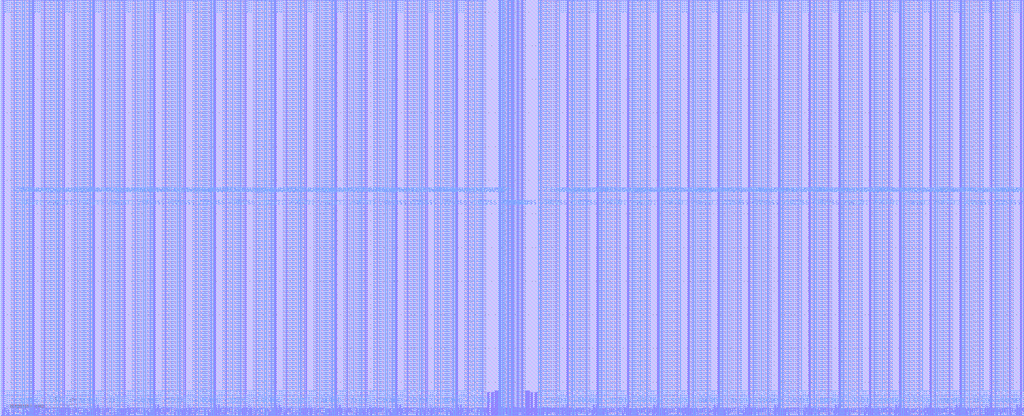
<source format=lef>
# ------------------------------------------------------
#
#
#
#		RacyICs Memory Generator - RI MGene
#
#		DD/MM/YYYY Release Version
#		19/05/2016 Preliminary Release 1.0
#		25/08/2016 Software Release 1.0
#		09/09/2016 Software Release 1.0.1
#		28/09/2016 Software Release 1.0.2
#		05/10/2016 Software Release 1.0.3
#		06/10/2016 Software Release 1.0.4
#		01/12/2016 Software Release 1.0.5
#		01/12/2016 Software Release 1.0.6
#		09/02/2017 Software Release 1.0.7
#		17/02/2017 Software Release 1.0.8
#		09/03/2017 Software Release 1.0.9
#		10/08/2017 Software Release 1.0.10
#
#		Software Versions
#		RI MGene Memory Generator 1.0.10
#		RI MGene SRAM Explorer GUI 1.0
#		RI MGene Database Version 1.0.10082017
#
#		PDK Version
#		IHP SG13S rev1.0.2_a_150421
#		Generated on Tue Jun 14 11:44:36 2022		
#
# ------------------------------------------------------ 
VERSION 5.7 ;
BUSBITCHARS "[]" ;
DIVIDERCHAR "/" ;

MACRO RM_IHPSG13_1P_8192x32_c4_bm_bist
  CLASS BLOCK ;
  ORIGIN 0 0 ;
  FOREIGN RM_IHPSG13_1P_8192x32_c4_bm_bist 0 0 ;
  SIZE 1520.16 BY 618.3 ;
  SYMMETRY X Y R90 ;
  PIN A_DIN[16]
    DIRECTION INPUT ;
    USE SIGNAL ;
    ANTENNAPARTIALMETALAREA 2.8847 LAYER Metal2 ;
    ANTENNAMODEL OXIDE1 ;
      ANTENNAGATEAREA 0.20085 LAYER Metal2 ;
      ANTENNAMAXAREACAR 15.268608 LAYER Metal2 ;
    PORT
      LAYER Metal2 ;
        RECT 803.71 0 803.97 0.26 ;
    END
  END A_DIN[16]
  PIN A_DIN[15]
    DIRECTION INPUT ;
    USE SIGNAL ;
    ANTENNAPARTIALMETALAREA 2.8847 LAYER Metal2 ;
    ANTENNAMODEL OXIDE1 ;
      ANTENNAGATEAREA 0.20085 LAYER Metal2 ;
      ANTENNAMAXAREACAR 15.268608 LAYER Metal2 ;
    PORT
      LAYER Metal2 ;
        RECT 716.19 0 716.45 0.26 ;
    END
  END A_DIN[15]
  PIN A_BIST_DIN[16]
    DIRECTION INPUT ;
    USE SIGNAL ;
    ANTENNAPARTIALMETALAREA 3.0394 LAYER Metal2 ;
    ANTENNAMODEL OXIDE1 ;
      ANTENNAGATEAREA 0.20085 LAYER Metal2 ;
      ANTENNAMAXAREACAR 16.038835 LAYER Metal2 ;
    PORT
      LAYER Metal2 ;
        RECT 804.645 0 804.905 0.26 ;
    END
  END A_BIST_DIN[16]
  PIN A_BIST_DIN[15]
    DIRECTION INPUT ;
    USE SIGNAL ;
    ANTENNAPARTIALMETALAREA 3.0394 LAYER Metal2 ;
    ANTENNAMODEL OXIDE1 ;
      ANTENNAGATEAREA 0.20085 LAYER Metal2 ;
      ANTENNAMAXAREACAR 16.038835 LAYER Metal2 ;
    PORT
      LAYER Metal2 ;
        RECT 715.255 0 715.515 0.26 ;
    END
  END A_BIST_DIN[15]
  PIN A_BM[16]
    DIRECTION INPUT ;
    USE SIGNAL ;
    ANTENNAPARTIALMETALAREA 2.8847 LAYER Metal2 ;
    ANTENNAMODEL OXIDE1 ;
      ANTENNAGATEAREA 0.20085 LAYER Metal2 ;
      ANTENNAMAXAREACAR 15.268608 LAYER Metal2 ;
    PORT
      LAYER Metal2 ;
        RECT 842.67 0 842.93 0.26 ;
    END
  END A_BM[16]
  PIN A_BM[15]
    DIRECTION INPUT ;
    USE SIGNAL ;
    ANTENNAPARTIALMETALAREA 2.8847 LAYER Metal2 ;
    ANTENNAMODEL OXIDE1 ;
      ANTENNAGATEAREA 0.20085 LAYER Metal2 ;
      ANTENNAMAXAREACAR 15.268608 LAYER Metal2 ;
    PORT
      LAYER Metal2 ;
        RECT 677.23 0 677.49 0.26 ;
    END
  END A_BM[15]
  PIN A_BIST_BM[16]
    DIRECTION INPUT ;
    USE SIGNAL ;
    ANTENNAPARTIALMETALAREA 2.8847 LAYER Metal2 ;
    ANTENNAMODEL OXIDE1 ;
      ANTENNAGATEAREA 0.20085 LAYER Metal2 ;
      ANTENNAMAXAREACAR 15.268608 LAYER Metal2 ;
    PORT
      LAYER Metal2 ;
        RECT 841.14 0 841.4 0.26 ;
    END
  END A_BIST_BM[16]
  PIN A_BIST_BM[15]
    DIRECTION INPUT ;
    USE SIGNAL ;
    ANTENNAPARTIALMETALAREA 2.8847 LAYER Metal2 ;
    ANTENNAMODEL OXIDE1 ;
      ANTENNAGATEAREA 0.20085 LAYER Metal2 ;
      ANTENNAMAXAREACAR 15.268608 LAYER Metal2 ;
    PORT
      LAYER Metal2 ;
        RECT 678.76 0 679.02 0.26 ;
    END
  END A_BIST_BM[15]
  PIN A_DOUT[16]
    DIRECTION OUTPUT ;
    USE SIGNAL ;
    ANTENNAPARTIALMETALAREA 1.5834 LAYER Metal2 ;
    ANTENNADIFFAREA 0.988 LAYER Metal2 ;
    PORT
      LAYER Metal2 ;
        RECT 825.485 0 825.745 0.26 ;
    END
  END A_DOUT[16]
  PIN A_DOUT[15]
    DIRECTION OUTPUT ;
    USE SIGNAL ;
    ANTENNAPARTIALMETALAREA 1.5834 LAYER Metal2 ;
    ANTENNADIFFAREA 0.988 LAYER Metal2 ;
    PORT
      LAYER Metal2 ;
        RECT 694.415 0 694.675 0.26 ;
    END
  END A_DOUT[15]
  PIN VSS!
    DIRECTION INOUT ;
    USE GROUND ;
    NETEXPR "vss VSS!" ;
    PORT
      LAYER Metal4 ;
        RECT 1496.23 0 1499.04 618.3 ;
    END
    PORT
      LAYER Metal4 ;
        RECT 1484.99 0 1487.8 618.3 ;
    END
    PORT
      LAYER Metal4 ;
        RECT 1473.75 0 1476.56 618.3 ;
    END
    PORT
      LAYER Metal4 ;
        RECT 1451.27 0 1454.08 618.3 ;
    END
    PORT
      LAYER Metal4 ;
        RECT 1440.03 0 1442.84 618.3 ;
    END
    PORT
      LAYER Metal4 ;
        RECT 1428.79 0 1431.6 618.3 ;
    END
    PORT
      LAYER Metal4 ;
        RECT 1406.31 0 1409.12 618.3 ;
    END
    PORT
      LAYER Metal4 ;
        RECT 1395.07 0 1397.88 618.3 ;
    END
    PORT
      LAYER Metal4 ;
        RECT 1383.83 0 1386.64 618.3 ;
    END
    PORT
      LAYER Metal4 ;
        RECT 1361.35 0 1364.16 618.3 ;
    END
    PORT
      LAYER Metal4 ;
        RECT 1350.11 0 1352.92 618.3 ;
    END
    PORT
      LAYER Metal4 ;
        RECT 1338.87 0 1341.68 618.3 ;
    END
    PORT
      LAYER Metal4 ;
        RECT 1316.39 0 1319.2 618.3 ;
    END
    PORT
      LAYER Metal4 ;
        RECT 1305.15 0 1307.96 618.3 ;
    END
    PORT
      LAYER Metal4 ;
        RECT 1293.91 0 1296.72 618.3 ;
    END
    PORT
      LAYER Metal4 ;
        RECT 1271.43 0 1274.24 618.3 ;
    END
    PORT
      LAYER Metal4 ;
        RECT 1260.19 0 1263 618.3 ;
    END
    PORT
      LAYER Metal4 ;
        RECT 1248.95 0 1251.76 618.3 ;
    END
    PORT
      LAYER Metal4 ;
        RECT 1226.47 0 1229.28 618.3 ;
    END
    PORT
      LAYER Metal4 ;
        RECT 1215.23 0 1218.04 618.3 ;
    END
    PORT
      LAYER Metal4 ;
        RECT 1203.99 0 1206.8 618.3 ;
    END
    PORT
      LAYER Metal4 ;
        RECT 1181.51 0 1184.32 618.3 ;
    END
    PORT
      LAYER Metal4 ;
        RECT 1170.27 0 1173.08 618.3 ;
    END
    PORT
      LAYER Metal4 ;
        RECT 1159.03 0 1161.84 618.3 ;
    END
    PORT
      LAYER Metal4 ;
        RECT 1136.55 0 1139.36 618.3 ;
    END
    PORT
      LAYER Metal4 ;
        RECT 1125.31 0 1128.12 618.3 ;
    END
    PORT
      LAYER Metal4 ;
        RECT 1114.07 0 1116.88 618.3 ;
    END
    PORT
      LAYER Metal4 ;
        RECT 1091.59 0 1094.4 618.3 ;
    END
    PORT
      LAYER Metal4 ;
        RECT 1080.35 0 1083.16 618.3 ;
    END
    PORT
      LAYER Metal4 ;
        RECT 1069.11 0 1071.92 618.3 ;
    END
    PORT
      LAYER Metal4 ;
        RECT 1046.63 0 1049.44 618.3 ;
    END
    PORT
      LAYER Metal4 ;
        RECT 1035.39 0 1038.2 618.3 ;
    END
    PORT
      LAYER Metal4 ;
        RECT 1024.15 0 1026.96 618.3 ;
    END
    PORT
      LAYER Metal4 ;
        RECT 1001.67 0 1004.48 618.3 ;
    END
    PORT
      LAYER Metal4 ;
        RECT 990.43 0 993.24 618.3 ;
    END
    PORT
      LAYER Metal4 ;
        RECT 979.19 0 982 618.3 ;
    END
    PORT
      LAYER Metal4 ;
        RECT 956.71 0 959.52 618.3 ;
    END
    PORT
      LAYER Metal4 ;
        RECT 945.47 0 948.28 618.3 ;
    END
    PORT
      LAYER Metal4 ;
        RECT 934.23 0 937.04 618.3 ;
    END
    PORT
      LAYER Metal4 ;
        RECT 911.75 0 914.56 618.3 ;
    END
    PORT
      LAYER Metal4 ;
        RECT 900.51 0 903.32 618.3 ;
    END
    PORT
      LAYER Metal4 ;
        RECT 889.27 0 892.08 618.3 ;
    END
    PORT
      LAYER Metal4 ;
        RECT 866.79 0 869.6 618.3 ;
    END
    PORT
      LAYER Metal4 ;
        RECT 855.55 0 858.36 618.3 ;
    END
    PORT
      LAYER Metal4 ;
        RECT 844.31 0 847.12 618.3 ;
    END
    PORT
      LAYER Metal4 ;
        RECT 821.83 0 824.64 618.3 ;
    END
    PORT
      LAYER Metal4 ;
        RECT 810.59 0 813.4 618.3 ;
    END
    PORT
      LAYER Metal4 ;
        RECT 799.35 0 802.16 618.3 ;
    END
    PORT
      LAYER Metal4 ;
        RECT 776.7 0 779.51 618.3 ;
    END
    PORT
      LAYER Metal4 ;
        RECT 766.4 0 769.21 618.3 ;
    END
    PORT
      LAYER Metal4 ;
        RECT 750.95 0 753.76 618.3 ;
    END
    PORT
      LAYER Metal4 ;
        RECT 740.65 0 743.46 618.3 ;
    END
    PORT
      LAYER Metal4 ;
        RECT 718 0 720.81 618.3 ;
    END
    PORT
      LAYER Metal4 ;
        RECT 706.76 0 709.57 618.3 ;
    END
    PORT
      LAYER Metal4 ;
        RECT 695.52 0 698.33 618.3 ;
    END
    PORT
      LAYER Metal4 ;
        RECT 673.04 0 675.85 618.3 ;
    END
    PORT
      LAYER Metal4 ;
        RECT 661.8 0 664.61 618.3 ;
    END
    PORT
      LAYER Metal4 ;
        RECT 650.56 0 653.37 618.3 ;
    END
    PORT
      LAYER Metal4 ;
        RECT 628.08 0 630.89 618.3 ;
    END
    PORT
      LAYER Metal4 ;
        RECT 616.84 0 619.65 618.3 ;
    END
    PORT
      LAYER Metal4 ;
        RECT 605.6 0 608.41 618.3 ;
    END
    PORT
      LAYER Metal4 ;
        RECT 583.12 0 585.93 618.3 ;
    END
    PORT
      LAYER Metal4 ;
        RECT 571.88 0 574.69 618.3 ;
    END
    PORT
      LAYER Metal4 ;
        RECT 560.64 0 563.45 618.3 ;
    END
    PORT
      LAYER Metal4 ;
        RECT 538.16 0 540.97 618.3 ;
    END
    PORT
      LAYER Metal4 ;
        RECT 526.92 0 529.73 618.3 ;
    END
    PORT
      LAYER Metal4 ;
        RECT 515.68 0 518.49 618.3 ;
    END
    PORT
      LAYER Metal4 ;
        RECT 493.2 0 496.01 618.3 ;
    END
    PORT
      LAYER Metal4 ;
        RECT 481.96 0 484.77 618.3 ;
    END
    PORT
      LAYER Metal4 ;
        RECT 470.72 0 473.53 618.3 ;
    END
    PORT
      LAYER Metal4 ;
        RECT 448.24 0 451.05 618.3 ;
    END
    PORT
      LAYER Metal4 ;
        RECT 437 0 439.81 618.3 ;
    END
    PORT
      LAYER Metal4 ;
        RECT 425.76 0 428.57 618.3 ;
    END
    PORT
      LAYER Metal4 ;
        RECT 403.28 0 406.09 618.3 ;
    END
    PORT
      LAYER Metal4 ;
        RECT 392.04 0 394.85 618.3 ;
    END
    PORT
      LAYER Metal4 ;
        RECT 380.8 0 383.61 618.3 ;
    END
    PORT
      LAYER Metal4 ;
        RECT 358.32 0 361.13 618.3 ;
    END
    PORT
      LAYER Metal4 ;
        RECT 347.08 0 349.89 618.3 ;
    END
    PORT
      LAYER Metal4 ;
        RECT 335.84 0 338.65 618.3 ;
    END
    PORT
      LAYER Metal4 ;
        RECT 313.36 0 316.17 618.3 ;
    END
    PORT
      LAYER Metal4 ;
        RECT 302.12 0 304.93 618.3 ;
    END
    PORT
      LAYER Metal4 ;
        RECT 290.88 0 293.69 618.3 ;
    END
    PORT
      LAYER Metal4 ;
        RECT 268.4 0 271.21 618.3 ;
    END
    PORT
      LAYER Metal4 ;
        RECT 257.16 0 259.97 618.3 ;
    END
    PORT
      LAYER Metal4 ;
        RECT 245.92 0 248.73 618.3 ;
    END
    PORT
      LAYER Metal4 ;
        RECT 223.44 0 226.25 618.3 ;
    END
    PORT
      LAYER Metal4 ;
        RECT 212.2 0 215.01 618.3 ;
    END
    PORT
      LAYER Metal4 ;
        RECT 200.96 0 203.77 618.3 ;
    END
    PORT
      LAYER Metal4 ;
        RECT 178.48 0 181.29 618.3 ;
    END
    PORT
      LAYER Metal4 ;
        RECT 167.24 0 170.05 618.3 ;
    END
    PORT
      LAYER Metal4 ;
        RECT 156 0 158.81 618.3 ;
    END
    PORT
      LAYER Metal4 ;
        RECT 133.52 0 136.33 618.3 ;
    END
    PORT
      LAYER Metal4 ;
        RECT 122.28 0 125.09 618.3 ;
    END
    PORT
      LAYER Metal4 ;
        RECT 111.04 0 113.85 618.3 ;
    END
    PORT
      LAYER Metal4 ;
        RECT 88.56 0 91.37 618.3 ;
    END
    PORT
      LAYER Metal4 ;
        RECT 77.32 0 80.13 618.3 ;
    END
    PORT
      LAYER Metal4 ;
        RECT 66.08 0 68.89 618.3 ;
    END
    PORT
      LAYER Metal4 ;
        RECT 43.6 0 46.41 618.3 ;
    END
    PORT
      LAYER Metal4 ;
        RECT 32.36 0 35.17 618.3 ;
    END
    PORT
      LAYER Metal4 ;
        RECT 21.12 0 23.93 618.3 ;
    END
  END VSS!
  PIN VDD!
    DIRECTION INOUT ;
    USE POWER ;
    NETEXPR "vdd VDD!" ;
    PORT
      LAYER Metal4 ;
        RECT 1501.85 0 1504.66 30.425 ;
    END
    PORT
      LAYER Metal4 ;
        RECT 1490.61 0 1493.42 30.425 ;
    END
    PORT
      LAYER Metal4 ;
        RECT 1479.37 0 1482.18 30.425 ;
    END
    PORT
      LAYER Metal4 ;
        RECT 1456.89 0 1459.7 30.425 ;
    END
    PORT
      LAYER Metal4 ;
        RECT 1445.65 0 1448.46 30.425 ;
    END
    PORT
      LAYER Metal4 ;
        RECT 1434.41 0 1437.22 30.425 ;
    END
    PORT
      LAYER Metal4 ;
        RECT 1411.93 0 1414.74 30.425 ;
    END
    PORT
      LAYER Metal4 ;
        RECT 1400.69 0 1403.5 30.425 ;
    END
    PORT
      LAYER Metal4 ;
        RECT 1389.45 0 1392.26 30.425 ;
    END
    PORT
      LAYER Metal4 ;
        RECT 1366.97 0 1369.78 30.425 ;
    END
    PORT
      LAYER Metal4 ;
        RECT 1355.73 0 1358.54 30.425 ;
    END
    PORT
      LAYER Metal4 ;
        RECT 1344.49 0 1347.3 30.425 ;
    END
    PORT
      LAYER Metal4 ;
        RECT 1322.01 0 1324.82 30.425 ;
    END
    PORT
      LAYER Metal4 ;
        RECT 1310.77 0 1313.58 30.425 ;
    END
    PORT
      LAYER Metal4 ;
        RECT 1299.53 0 1302.34 30.425 ;
    END
    PORT
      LAYER Metal4 ;
        RECT 1277.05 0 1279.86 30.425 ;
    END
    PORT
      LAYER Metal4 ;
        RECT 1265.81 0 1268.62 30.425 ;
    END
    PORT
      LAYER Metal4 ;
        RECT 1254.57 0 1257.38 30.425 ;
    END
    PORT
      LAYER Metal4 ;
        RECT 1232.09 0 1234.9 30.425 ;
    END
    PORT
      LAYER Metal4 ;
        RECT 1220.85 0 1223.66 30.425 ;
    END
    PORT
      LAYER Metal4 ;
        RECT 1209.61 0 1212.42 30.425 ;
    END
    PORT
      LAYER Metal4 ;
        RECT 1187.13 0 1189.94 30.425 ;
    END
    PORT
      LAYER Metal4 ;
        RECT 1175.89 0 1178.7 30.425 ;
    END
    PORT
      LAYER Metal4 ;
        RECT 1164.65 0 1167.46 30.425 ;
    END
    PORT
      LAYER Metal4 ;
        RECT 1142.17 0 1144.98 30.425 ;
    END
    PORT
      LAYER Metal4 ;
        RECT 1130.93 0 1133.74 30.425 ;
    END
    PORT
      LAYER Metal4 ;
        RECT 1119.69 0 1122.5 30.425 ;
    END
    PORT
      LAYER Metal4 ;
        RECT 1097.21 0 1100.02 30.425 ;
    END
    PORT
      LAYER Metal4 ;
        RECT 1085.97 0 1088.78 30.425 ;
    END
    PORT
      LAYER Metal4 ;
        RECT 1074.73 0 1077.54 30.425 ;
    END
    PORT
      LAYER Metal4 ;
        RECT 1052.25 0 1055.06 30.425 ;
    END
    PORT
      LAYER Metal4 ;
        RECT 1041.01 0 1043.82 30.425 ;
    END
    PORT
      LAYER Metal4 ;
        RECT 1029.77 0 1032.58 30.425 ;
    END
    PORT
      LAYER Metal4 ;
        RECT 1007.29 0 1010.1 30.425 ;
    END
    PORT
      LAYER Metal4 ;
        RECT 996.05 0 998.86 30.425 ;
    END
    PORT
      LAYER Metal4 ;
        RECT 984.81 0 987.62 30.425 ;
    END
    PORT
      LAYER Metal4 ;
        RECT 962.33 0 965.14 30.425 ;
    END
    PORT
      LAYER Metal4 ;
        RECT 951.09 0 953.9 30.425 ;
    END
    PORT
      LAYER Metal4 ;
        RECT 939.85 0 942.66 30.425 ;
    END
    PORT
      LAYER Metal4 ;
        RECT 917.37 0 920.18 30.425 ;
    END
    PORT
      LAYER Metal4 ;
        RECT 906.13 0 908.94 30.425 ;
    END
    PORT
      LAYER Metal4 ;
        RECT 894.89 0 897.7 30.425 ;
    END
    PORT
      LAYER Metal4 ;
        RECT 872.41 0 875.22 30.425 ;
    END
    PORT
      LAYER Metal4 ;
        RECT 861.17 0 863.98 30.425 ;
    END
    PORT
      LAYER Metal4 ;
        RECT 849.93 0 852.74 30.425 ;
    END
    PORT
      LAYER Metal4 ;
        RECT 827.45 0 830.26 30.425 ;
    END
    PORT
      LAYER Metal4 ;
        RECT 816.21 0 819.02 30.425 ;
    END
    PORT
      LAYER Metal4 ;
        RECT 804.97 0 807.78 30.425 ;
    END
    PORT
      LAYER Metal4 ;
        RECT 771.55 0 774.36 618.3 ;
    END
    PORT
      LAYER Metal4 ;
        RECT 761.25 0 764.06 618.3 ;
    END
    PORT
      LAYER Metal4 ;
        RECT 756.1 0 758.91 618.3 ;
    END
    PORT
      LAYER Metal4 ;
        RECT 745.8 0 748.61 618.3 ;
    END
    PORT
      LAYER Metal4 ;
        RECT 712.38 0 715.19 30.425 ;
    END
    PORT
      LAYER Metal4 ;
        RECT 701.14 0 703.95 30.425 ;
    END
    PORT
      LAYER Metal4 ;
        RECT 689.9 0 692.71 30.425 ;
    END
    PORT
      LAYER Metal4 ;
        RECT 667.42 0 670.23 30.425 ;
    END
    PORT
      LAYER Metal4 ;
        RECT 656.18 0 658.99 30.425 ;
    END
    PORT
      LAYER Metal4 ;
        RECT 644.94 0 647.75 30.425 ;
    END
    PORT
      LAYER Metal4 ;
        RECT 622.46 0 625.27 30.425 ;
    END
    PORT
      LAYER Metal4 ;
        RECT 611.22 0 614.03 30.425 ;
    END
    PORT
      LAYER Metal4 ;
        RECT 599.98 0 602.79 30.425 ;
    END
    PORT
      LAYER Metal4 ;
        RECT 577.5 0 580.31 30.425 ;
    END
    PORT
      LAYER Metal4 ;
        RECT 566.26 0 569.07 30.425 ;
    END
    PORT
      LAYER Metal4 ;
        RECT 555.02 0 557.83 30.425 ;
    END
    PORT
      LAYER Metal4 ;
        RECT 532.54 0 535.35 30.425 ;
    END
    PORT
      LAYER Metal4 ;
        RECT 521.3 0 524.11 30.425 ;
    END
    PORT
      LAYER Metal4 ;
        RECT 510.06 0 512.87 30.425 ;
    END
    PORT
      LAYER Metal4 ;
        RECT 487.58 0 490.39 30.425 ;
    END
    PORT
      LAYER Metal4 ;
        RECT 476.34 0 479.15 30.425 ;
    END
    PORT
      LAYER Metal4 ;
        RECT 465.1 0 467.91 30.425 ;
    END
    PORT
      LAYER Metal4 ;
        RECT 442.62 0 445.43 30.425 ;
    END
    PORT
      LAYER Metal4 ;
        RECT 431.38 0 434.19 30.425 ;
    END
    PORT
      LAYER Metal4 ;
        RECT 420.14 0 422.95 30.425 ;
    END
    PORT
      LAYER Metal4 ;
        RECT 397.66 0 400.47 30.425 ;
    END
    PORT
      LAYER Metal4 ;
        RECT 386.42 0 389.23 30.425 ;
    END
    PORT
      LAYER Metal4 ;
        RECT 375.18 0 377.99 30.425 ;
    END
    PORT
      LAYER Metal4 ;
        RECT 352.7 0 355.51 30.425 ;
    END
    PORT
      LAYER Metal4 ;
        RECT 341.46 0 344.27 30.425 ;
    END
    PORT
      LAYER Metal4 ;
        RECT 330.22 0 333.03 30.425 ;
    END
    PORT
      LAYER Metal4 ;
        RECT 307.74 0 310.55 30.425 ;
    END
    PORT
      LAYER Metal4 ;
        RECT 296.5 0 299.31 30.425 ;
    END
    PORT
      LAYER Metal4 ;
        RECT 285.26 0 288.07 30.425 ;
    END
    PORT
      LAYER Metal4 ;
        RECT 262.78 0 265.59 30.425 ;
    END
    PORT
      LAYER Metal4 ;
        RECT 251.54 0 254.35 30.425 ;
    END
    PORT
      LAYER Metal4 ;
        RECT 240.3 0 243.11 30.425 ;
    END
    PORT
      LAYER Metal4 ;
        RECT 217.82 0 220.63 30.425 ;
    END
    PORT
      LAYER Metal4 ;
        RECT 206.58 0 209.39 30.425 ;
    END
    PORT
      LAYER Metal4 ;
        RECT 195.34 0 198.15 30.425 ;
    END
    PORT
      LAYER Metal4 ;
        RECT 172.86 0 175.67 30.425 ;
    END
    PORT
      LAYER Metal4 ;
        RECT 161.62 0 164.43 30.425 ;
    END
    PORT
      LAYER Metal4 ;
        RECT 150.38 0 153.19 30.425 ;
    END
    PORT
      LAYER Metal4 ;
        RECT 127.9 0 130.71 30.425 ;
    END
    PORT
      LAYER Metal4 ;
        RECT 116.66 0 119.47 30.425 ;
    END
    PORT
      LAYER Metal4 ;
        RECT 105.42 0 108.23 30.425 ;
    END
    PORT
      LAYER Metal4 ;
        RECT 82.94 0 85.75 30.425 ;
    END
    PORT
      LAYER Metal4 ;
        RECT 71.7 0 74.51 30.425 ;
    END
    PORT
      LAYER Metal4 ;
        RECT 60.46 0 63.27 30.425 ;
    END
    PORT
      LAYER Metal4 ;
        RECT 37.98 0 40.79 30.425 ;
    END
    PORT
      LAYER Metal4 ;
        RECT 26.74 0 29.55 30.425 ;
    END
    PORT
      LAYER Metal4 ;
        RECT 15.5 0 18.31 30.425 ;
    END
  END VDD!
  PIN VDDARRAY!
    DIRECTION INOUT ;
    USE POWER ;
    NETEXPR "vddarray VDDARRAY!" ;
    PORT
      LAYER Metal4 ;
        RECT 1501.85 37.065 1504.66 618.3 ;
    END
    PORT
      LAYER Metal4 ;
        RECT 1490.61 37.065 1493.42 618.3 ;
    END
    PORT
      LAYER Metal4 ;
        RECT 1479.37 37.065 1482.18 618.3 ;
    END
    PORT
      LAYER Metal4 ;
        RECT 1456.89 37.065 1459.7 618.3 ;
    END
    PORT
      LAYER Metal4 ;
        RECT 1445.65 37.065 1448.46 618.3 ;
    END
    PORT
      LAYER Metal4 ;
        RECT 1434.41 37.065 1437.22 618.3 ;
    END
    PORT
      LAYER Metal4 ;
        RECT 1411.93 37.065 1414.74 618.3 ;
    END
    PORT
      LAYER Metal4 ;
        RECT 1400.69 37.065 1403.5 618.3 ;
    END
    PORT
      LAYER Metal4 ;
        RECT 1389.45 37.065 1392.26 618.3 ;
    END
    PORT
      LAYER Metal4 ;
        RECT 1366.97 37.065 1369.78 618.3 ;
    END
    PORT
      LAYER Metal4 ;
        RECT 1355.73 37.065 1358.54 618.3 ;
    END
    PORT
      LAYER Metal4 ;
        RECT 1344.49 37.065 1347.3 618.3 ;
    END
    PORT
      LAYER Metal4 ;
        RECT 1322.01 37.065 1324.82 618.3 ;
    END
    PORT
      LAYER Metal4 ;
        RECT 1310.77 37.065 1313.58 618.3 ;
    END
    PORT
      LAYER Metal4 ;
        RECT 1299.53 37.065 1302.34 618.3 ;
    END
    PORT
      LAYER Metal4 ;
        RECT 1277.05 37.065 1279.86 618.3 ;
    END
    PORT
      LAYER Metal4 ;
        RECT 1265.81 37.065 1268.62 618.3 ;
    END
    PORT
      LAYER Metal4 ;
        RECT 1254.57 37.065 1257.38 618.3 ;
    END
    PORT
      LAYER Metal4 ;
        RECT 1232.09 37.065 1234.9 618.3 ;
    END
    PORT
      LAYER Metal4 ;
        RECT 1220.85 37.065 1223.66 618.3 ;
    END
    PORT
      LAYER Metal4 ;
        RECT 1209.61 37.065 1212.42 618.3 ;
    END
    PORT
      LAYER Metal4 ;
        RECT 1187.13 37.065 1189.94 618.3 ;
    END
    PORT
      LAYER Metal4 ;
        RECT 1175.89 37.065 1178.7 618.3 ;
    END
    PORT
      LAYER Metal4 ;
        RECT 1164.65 37.065 1167.46 618.3 ;
    END
    PORT
      LAYER Metal4 ;
        RECT 1142.17 37.065 1144.98 618.3 ;
    END
    PORT
      LAYER Metal4 ;
        RECT 1130.93 37.065 1133.74 618.3 ;
    END
    PORT
      LAYER Metal4 ;
        RECT 1119.69 37.065 1122.5 618.3 ;
    END
    PORT
      LAYER Metal4 ;
        RECT 1097.21 37.065 1100.02 618.3 ;
    END
    PORT
      LAYER Metal4 ;
        RECT 1085.97 37.065 1088.78 618.3 ;
    END
    PORT
      LAYER Metal4 ;
        RECT 1074.73 37.065 1077.54 618.3 ;
    END
    PORT
      LAYER Metal4 ;
        RECT 1052.25 37.065 1055.06 618.3 ;
    END
    PORT
      LAYER Metal4 ;
        RECT 1041.01 37.065 1043.82 618.3 ;
    END
    PORT
      LAYER Metal4 ;
        RECT 1029.77 37.065 1032.58 618.3 ;
    END
    PORT
      LAYER Metal4 ;
        RECT 1007.29 37.065 1010.1 618.3 ;
    END
    PORT
      LAYER Metal4 ;
        RECT 996.05 37.065 998.86 618.3 ;
    END
    PORT
      LAYER Metal4 ;
        RECT 984.81 37.065 987.62 618.3 ;
    END
    PORT
      LAYER Metal4 ;
        RECT 962.33 37.065 965.14 618.3 ;
    END
    PORT
      LAYER Metal4 ;
        RECT 951.09 37.065 953.9 618.3 ;
    END
    PORT
      LAYER Metal4 ;
        RECT 939.85 37.065 942.66 618.3 ;
    END
    PORT
      LAYER Metal4 ;
        RECT 917.37 37.065 920.18 618.3 ;
    END
    PORT
      LAYER Metal4 ;
        RECT 906.13 37.065 908.94 618.3 ;
    END
    PORT
      LAYER Metal4 ;
        RECT 894.89 37.065 897.7 618.3 ;
    END
    PORT
      LAYER Metal4 ;
        RECT 872.41 37.065 875.22 618.3 ;
    END
    PORT
      LAYER Metal4 ;
        RECT 861.17 37.065 863.98 618.3 ;
    END
    PORT
      LAYER Metal4 ;
        RECT 849.93 37.065 852.74 618.3 ;
    END
    PORT
      LAYER Metal4 ;
        RECT 827.45 37.065 830.26 618.3 ;
    END
    PORT
      LAYER Metal4 ;
        RECT 816.21 37.065 819.02 618.3 ;
    END
    PORT
      LAYER Metal4 ;
        RECT 804.97 37.065 807.78 618.3 ;
    END
    PORT
      LAYER Metal4 ;
        RECT 712.38 37.065 715.19 618.3 ;
    END
    PORT
      LAYER Metal4 ;
        RECT 701.14 37.065 703.95 618.3 ;
    END
    PORT
      LAYER Metal4 ;
        RECT 689.9 37.065 692.71 618.3 ;
    END
    PORT
      LAYER Metal4 ;
        RECT 667.42 37.065 670.23 618.3 ;
    END
    PORT
      LAYER Metal4 ;
        RECT 656.18 37.065 658.99 618.3 ;
    END
    PORT
      LAYER Metal4 ;
        RECT 644.94 37.065 647.75 618.3 ;
    END
    PORT
      LAYER Metal4 ;
        RECT 622.46 37.065 625.27 618.3 ;
    END
    PORT
      LAYER Metal4 ;
        RECT 611.22 37.065 614.03 618.3 ;
    END
    PORT
      LAYER Metal4 ;
        RECT 599.98 37.065 602.79 618.3 ;
    END
    PORT
      LAYER Metal4 ;
        RECT 577.5 37.065 580.31 618.3 ;
    END
    PORT
      LAYER Metal4 ;
        RECT 566.26 37.065 569.07 618.3 ;
    END
    PORT
      LAYER Metal4 ;
        RECT 555.02 37.065 557.83 618.3 ;
    END
    PORT
      LAYER Metal4 ;
        RECT 532.54 37.065 535.35 618.3 ;
    END
    PORT
      LAYER Metal4 ;
        RECT 521.3 37.065 524.11 618.3 ;
    END
    PORT
      LAYER Metal4 ;
        RECT 510.06 37.065 512.87 618.3 ;
    END
    PORT
      LAYER Metal4 ;
        RECT 487.58 37.065 490.39 618.3 ;
    END
    PORT
      LAYER Metal4 ;
        RECT 476.34 37.065 479.15 618.3 ;
    END
    PORT
      LAYER Metal4 ;
        RECT 465.1 37.065 467.91 618.3 ;
    END
    PORT
      LAYER Metal4 ;
        RECT 442.62 37.065 445.43 618.3 ;
    END
    PORT
      LAYER Metal4 ;
        RECT 431.38 37.065 434.19 618.3 ;
    END
    PORT
      LAYER Metal4 ;
        RECT 420.14 37.065 422.95 618.3 ;
    END
    PORT
      LAYER Metal4 ;
        RECT 397.66 37.065 400.47 618.3 ;
    END
    PORT
      LAYER Metal4 ;
        RECT 386.42 37.065 389.23 618.3 ;
    END
    PORT
      LAYER Metal4 ;
        RECT 375.18 37.065 377.99 618.3 ;
    END
    PORT
      LAYER Metal4 ;
        RECT 352.7 37.065 355.51 618.3 ;
    END
    PORT
      LAYER Metal4 ;
        RECT 341.46 37.065 344.27 618.3 ;
    END
    PORT
      LAYER Metal4 ;
        RECT 330.22 37.065 333.03 618.3 ;
    END
    PORT
      LAYER Metal4 ;
        RECT 307.74 37.065 310.55 618.3 ;
    END
    PORT
      LAYER Metal4 ;
        RECT 296.5 37.065 299.31 618.3 ;
    END
    PORT
      LAYER Metal4 ;
        RECT 285.26 37.065 288.07 618.3 ;
    END
    PORT
      LAYER Metal4 ;
        RECT 262.78 37.065 265.59 618.3 ;
    END
    PORT
      LAYER Metal4 ;
        RECT 251.54 37.065 254.35 618.3 ;
    END
    PORT
      LAYER Metal4 ;
        RECT 240.3 37.065 243.11 618.3 ;
    END
    PORT
      LAYER Metal4 ;
        RECT 217.82 37.065 220.63 618.3 ;
    END
    PORT
      LAYER Metal4 ;
        RECT 206.58 37.065 209.39 618.3 ;
    END
    PORT
      LAYER Metal4 ;
        RECT 195.34 37.065 198.15 618.3 ;
    END
    PORT
      LAYER Metal4 ;
        RECT 172.86 37.065 175.67 618.3 ;
    END
    PORT
      LAYER Metal4 ;
        RECT 161.62 37.065 164.43 618.3 ;
    END
    PORT
      LAYER Metal4 ;
        RECT 150.38 37.065 153.19 618.3 ;
    END
    PORT
      LAYER Metal4 ;
        RECT 127.9 37.065 130.71 618.3 ;
    END
    PORT
      LAYER Metal4 ;
        RECT 116.66 37.065 119.47 618.3 ;
    END
    PORT
      LAYER Metal4 ;
        RECT 105.42 37.065 108.23 618.3 ;
    END
    PORT
      LAYER Metal4 ;
        RECT 82.94 37.065 85.75 618.3 ;
    END
    PORT
      LAYER Metal4 ;
        RECT 71.7 37.065 74.51 618.3 ;
    END
    PORT
      LAYER Metal4 ;
        RECT 60.46 37.065 63.27 618.3 ;
    END
    PORT
      LAYER Metal4 ;
        RECT 37.98 37.065 40.79 618.3 ;
    END
    PORT
      LAYER Metal4 ;
        RECT 26.74 37.065 29.55 618.3 ;
    END
    PORT
      LAYER Metal4 ;
        RECT 15.5 37.065 18.31 618.3 ;
    END
  END VDDARRAY!
  PIN A_DIN[17]
    DIRECTION INPUT ;
    USE SIGNAL ;
    ANTENNAPARTIALMETALAREA 2.8847 LAYER Metal2 ;
    ANTENNAMODEL OXIDE1 ;
      ANTENNAGATEAREA 0.20085 LAYER Metal2 ;
      ANTENNAMAXAREACAR 15.268608 LAYER Metal2 ;
    PORT
      LAYER Metal2 ;
        RECT 848.67 0 848.93 0.26 ;
    END
  END A_DIN[17]
  PIN A_DIN[14]
    DIRECTION INPUT ;
    USE SIGNAL ;
    ANTENNAPARTIALMETALAREA 2.8847 LAYER Metal2 ;
    ANTENNAMODEL OXIDE1 ;
      ANTENNAGATEAREA 0.20085 LAYER Metal2 ;
      ANTENNAMAXAREACAR 15.268608 LAYER Metal2 ;
    PORT
      LAYER Metal2 ;
        RECT 671.23 0 671.49 0.26 ;
    END
  END A_DIN[14]
  PIN A_BIST_DIN[17]
    DIRECTION INPUT ;
    USE SIGNAL ;
    ANTENNAPARTIALMETALAREA 3.0394 LAYER Metal2 ;
    ANTENNAMODEL OXIDE1 ;
      ANTENNAGATEAREA 0.20085 LAYER Metal2 ;
      ANTENNAMAXAREACAR 16.038835 LAYER Metal2 ;
    PORT
      LAYER Metal2 ;
        RECT 849.605 0 849.865 0.26 ;
    END
  END A_BIST_DIN[17]
  PIN A_BIST_DIN[14]
    DIRECTION INPUT ;
    USE SIGNAL ;
    ANTENNAPARTIALMETALAREA 3.0394 LAYER Metal2 ;
    ANTENNAMODEL OXIDE1 ;
      ANTENNAGATEAREA 0.20085 LAYER Metal2 ;
      ANTENNAMAXAREACAR 16.038835 LAYER Metal2 ;
    PORT
      LAYER Metal2 ;
        RECT 670.295 0 670.555 0.26 ;
    END
  END A_BIST_DIN[14]
  PIN A_BM[17]
    DIRECTION INPUT ;
    USE SIGNAL ;
    ANTENNAPARTIALMETALAREA 2.8847 LAYER Metal2 ;
    ANTENNAMODEL OXIDE1 ;
      ANTENNAGATEAREA 0.20085 LAYER Metal2 ;
      ANTENNAMAXAREACAR 15.268608 LAYER Metal2 ;
    PORT
      LAYER Metal2 ;
        RECT 887.63 0 887.89 0.26 ;
    END
  END A_BM[17]
  PIN A_BM[14]
    DIRECTION INPUT ;
    USE SIGNAL ;
    ANTENNAPARTIALMETALAREA 2.8847 LAYER Metal2 ;
    ANTENNAMODEL OXIDE1 ;
      ANTENNAGATEAREA 0.20085 LAYER Metal2 ;
      ANTENNAMAXAREACAR 15.268608 LAYER Metal2 ;
    PORT
      LAYER Metal2 ;
        RECT 632.27 0 632.53 0.26 ;
    END
  END A_BM[14]
  PIN A_BIST_BM[17]
    DIRECTION INPUT ;
    USE SIGNAL ;
    ANTENNAPARTIALMETALAREA 2.8847 LAYER Metal2 ;
    ANTENNAMODEL OXIDE1 ;
      ANTENNAGATEAREA 0.20085 LAYER Metal2 ;
      ANTENNAMAXAREACAR 15.268608 LAYER Metal2 ;
    PORT
      LAYER Metal2 ;
        RECT 886.1 0 886.36 0.26 ;
    END
  END A_BIST_BM[17]
  PIN A_BIST_BM[14]
    DIRECTION INPUT ;
    USE SIGNAL ;
    ANTENNAPARTIALMETALAREA 2.8847 LAYER Metal2 ;
    ANTENNAMODEL OXIDE1 ;
      ANTENNAGATEAREA 0.20085 LAYER Metal2 ;
      ANTENNAMAXAREACAR 15.268608 LAYER Metal2 ;
    PORT
      LAYER Metal2 ;
        RECT 633.8 0 634.06 0.26 ;
    END
  END A_BIST_BM[14]
  PIN A_DOUT[17]
    DIRECTION OUTPUT ;
    USE SIGNAL ;
    ANTENNAPARTIALMETALAREA 1.5834 LAYER Metal2 ;
    ANTENNADIFFAREA 0.988 LAYER Metal2 ;
    PORT
      LAYER Metal2 ;
        RECT 870.445 0 870.705 0.26 ;
    END
  END A_DOUT[17]
  PIN A_DOUT[14]
    DIRECTION OUTPUT ;
    USE SIGNAL ;
    ANTENNAPARTIALMETALAREA 1.5834 LAYER Metal2 ;
    ANTENNADIFFAREA 0.988 LAYER Metal2 ;
    PORT
      LAYER Metal2 ;
        RECT 649.455 0 649.715 0.26 ;
    END
  END A_DOUT[14]
  PIN A_DIN[18]
    DIRECTION INPUT ;
    USE SIGNAL ;
    ANTENNAPARTIALMETALAREA 2.8847 LAYER Metal2 ;
    ANTENNAMODEL OXIDE1 ;
      ANTENNAGATEAREA 0.20085 LAYER Metal2 ;
      ANTENNAMAXAREACAR 15.268608 LAYER Metal2 ;
    PORT
      LAYER Metal2 ;
        RECT 893.63 0 893.89 0.26 ;
    END
  END A_DIN[18]
  PIN A_DIN[13]
    DIRECTION INPUT ;
    USE SIGNAL ;
    ANTENNAPARTIALMETALAREA 2.8847 LAYER Metal2 ;
    ANTENNAMODEL OXIDE1 ;
      ANTENNAGATEAREA 0.20085 LAYER Metal2 ;
      ANTENNAMAXAREACAR 15.268608 LAYER Metal2 ;
    PORT
      LAYER Metal2 ;
        RECT 626.27 0 626.53 0.26 ;
    END
  END A_DIN[13]
  PIN A_BIST_DIN[18]
    DIRECTION INPUT ;
    USE SIGNAL ;
    ANTENNAPARTIALMETALAREA 3.0394 LAYER Metal2 ;
    ANTENNAMODEL OXIDE1 ;
      ANTENNAGATEAREA 0.20085 LAYER Metal2 ;
      ANTENNAMAXAREACAR 16.038835 LAYER Metal2 ;
    PORT
      LAYER Metal2 ;
        RECT 894.565 0 894.825 0.26 ;
    END
  END A_BIST_DIN[18]
  PIN A_BIST_DIN[13]
    DIRECTION INPUT ;
    USE SIGNAL ;
    ANTENNAPARTIALMETALAREA 3.0394 LAYER Metal2 ;
    ANTENNAMODEL OXIDE1 ;
      ANTENNAGATEAREA 0.20085 LAYER Metal2 ;
      ANTENNAMAXAREACAR 16.038835 LAYER Metal2 ;
    PORT
      LAYER Metal2 ;
        RECT 625.335 0 625.595 0.26 ;
    END
  END A_BIST_DIN[13]
  PIN A_BM[18]
    DIRECTION INPUT ;
    USE SIGNAL ;
    ANTENNAPARTIALMETALAREA 2.8847 LAYER Metal2 ;
    ANTENNAMODEL OXIDE1 ;
      ANTENNAGATEAREA 0.20085 LAYER Metal2 ;
      ANTENNAMAXAREACAR 15.268608 LAYER Metal2 ;
    PORT
      LAYER Metal2 ;
        RECT 932.59 0 932.85 0.26 ;
    END
  END A_BM[18]
  PIN A_BM[13]
    DIRECTION INPUT ;
    USE SIGNAL ;
    ANTENNAPARTIALMETALAREA 2.8847 LAYER Metal2 ;
    ANTENNAMODEL OXIDE1 ;
      ANTENNAGATEAREA 0.20085 LAYER Metal2 ;
      ANTENNAMAXAREACAR 15.268608 LAYER Metal2 ;
    PORT
      LAYER Metal2 ;
        RECT 587.31 0 587.57 0.26 ;
    END
  END A_BM[13]
  PIN A_BIST_BM[18]
    DIRECTION INPUT ;
    USE SIGNAL ;
    ANTENNAPARTIALMETALAREA 2.8847 LAYER Metal2 ;
    ANTENNAMODEL OXIDE1 ;
      ANTENNAGATEAREA 0.20085 LAYER Metal2 ;
      ANTENNAMAXAREACAR 15.268608 LAYER Metal2 ;
    PORT
      LAYER Metal2 ;
        RECT 931.06 0 931.32 0.26 ;
    END
  END A_BIST_BM[18]
  PIN A_BIST_BM[13]
    DIRECTION INPUT ;
    USE SIGNAL ;
    ANTENNAPARTIALMETALAREA 2.8847 LAYER Metal2 ;
    ANTENNAMODEL OXIDE1 ;
      ANTENNAGATEAREA 0.20085 LAYER Metal2 ;
      ANTENNAMAXAREACAR 15.268608 LAYER Metal2 ;
    PORT
      LAYER Metal2 ;
        RECT 588.84 0 589.1 0.26 ;
    END
  END A_BIST_BM[13]
  PIN A_DOUT[18]
    DIRECTION OUTPUT ;
    USE SIGNAL ;
    ANTENNAPARTIALMETALAREA 1.5834 LAYER Metal2 ;
    ANTENNADIFFAREA 0.988 LAYER Metal2 ;
    PORT
      LAYER Metal2 ;
        RECT 915.405 0 915.665 0.26 ;
    END
  END A_DOUT[18]
  PIN A_DOUT[13]
    DIRECTION OUTPUT ;
    USE SIGNAL ;
    ANTENNAPARTIALMETALAREA 1.5834 LAYER Metal2 ;
    ANTENNADIFFAREA 0.988 LAYER Metal2 ;
    PORT
      LAYER Metal2 ;
        RECT 604.495 0 604.755 0.26 ;
    END
  END A_DOUT[13]
  PIN A_DIN[19]
    DIRECTION INPUT ;
    USE SIGNAL ;
    ANTENNAPARTIALMETALAREA 2.8847 LAYER Metal2 ;
    ANTENNAMODEL OXIDE1 ;
      ANTENNAGATEAREA 0.20085 LAYER Metal2 ;
      ANTENNAMAXAREACAR 15.268608 LAYER Metal2 ;
    PORT
      LAYER Metal2 ;
        RECT 938.59 0 938.85 0.26 ;
    END
  END A_DIN[19]
  PIN A_DIN[12]
    DIRECTION INPUT ;
    USE SIGNAL ;
    ANTENNAPARTIALMETALAREA 2.8847 LAYER Metal2 ;
    ANTENNAMODEL OXIDE1 ;
      ANTENNAGATEAREA 0.20085 LAYER Metal2 ;
      ANTENNAMAXAREACAR 15.268608 LAYER Metal2 ;
    PORT
      LAYER Metal2 ;
        RECT 581.31 0 581.57 0.26 ;
    END
  END A_DIN[12]
  PIN A_BIST_DIN[19]
    DIRECTION INPUT ;
    USE SIGNAL ;
    ANTENNAPARTIALMETALAREA 3.0394 LAYER Metal2 ;
    ANTENNAMODEL OXIDE1 ;
      ANTENNAGATEAREA 0.20085 LAYER Metal2 ;
      ANTENNAMAXAREACAR 16.038835 LAYER Metal2 ;
    PORT
      LAYER Metal2 ;
        RECT 939.525 0 939.785 0.26 ;
    END
  END A_BIST_DIN[19]
  PIN A_BIST_DIN[12]
    DIRECTION INPUT ;
    USE SIGNAL ;
    ANTENNAPARTIALMETALAREA 3.0394 LAYER Metal2 ;
    ANTENNAMODEL OXIDE1 ;
      ANTENNAGATEAREA 0.20085 LAYER Metal2 ;
      ANTENNAMAXAREACAR 16.038835 LAYER Metal2 ;
    PORT
      LAYER Metal2 ;
        RECT 580.375 0 580.635 0.26 ;
    END
  END A_BIST_DIN[12]
  PIN A_BM[19]
    DIRECTION INPUT ;
    USE SIGNAL ;
    ANTENNAPARTIALMETALAREA 2.8847 LAYER Metal2 ;
    ANTENNAMODEL OXIDE1 ;
      ANTENNAGATEAREA 0.20085 LAYER Metal2 ;
      ANTENNAMAXAREACAR 15.268608 LAYER Metal2 ;
    PORT
      LAYER Metal2 ;
        RECT 977.55 0 977.81 0.26 ;
    END
  END A_BM[19]
  PIN A_BM[12]
    DIRECTION INPUT ;
    USE SIGNAL ;
    ANTENNAPARTIALMETALAREA 2.8847 LAYER Metal2 ;
    ANTENNAMODEL OXIDE1 ;
      ANTENNAGATEAREA 0.20085 LAYER Metal2 ;
      ANTENNAMAXAREACAR 15.268608 LAYER Metal2 ;
    PORT
      LAYER Metal2 ;
        RECT 542.35 0 542.61 0.26 ;
    END
  END A_BM[12]
  PIN A_BIST_BM[19]
    DIRECTION INPUT ;
    USE SIGNAL ;
    ANTENNAPARTIALMETALAREA 2.8847 LAYER Metal2 ;
    ANTENNAMODEL OXIDE1 ;
      ANTENNAGATEAREA 0.20085 LAYER Metal2 ;
      ANTENNAMAXAREACAR 15.268608 LAYER Metal2 ;
    PORT
      LAYER Metal2 ;
        RECT 976.02 0 976.28 0.26 ;
    END
  END A_BIST_BM[19]
  PIN A_BIST_BM[12]
    DIRECTION INPUT ;
    USE SIGNAL ;
    ANTENNAPARTIALMETALAREA 2.8847 LAYER Metal2 ;
    ANTENNAMODEL OXIDE1 ;
      ANTENNAGATEAREA 0.20085 LAYER Metal2 ;
      ANTENNAMAXAREACAR 15.268608 LAYER Metal2 ;
    PORT
      LAYER Metal2 ;
        RECT 543.88 0 544.14 0.26 ;
    END
  END A_BIST_BM[12]
  PIN A_DOUT[19]
    DIRECTION OUTPUT ;
    USE SIGNAL ;
    ANTENNAPARTIALMETALAREA 1.5834 LAYER Metal2 ;
    ANTENNADIFFAREA 0.988 LAYER Metal2 ;
    PORT
      LAYER Metal2 ;
        RECT 960.365 0 960.625 0.26 ;
    END
  END A_DOUT[19]
  PIN A_DOUT[12]
    DIRECTION OUTPUT ;
    USE SIGNAL ;
    ANTENNAPARTIALMETALAREA 1.5834 LAYER Metal2 ;
    ANTENNADIFFAREA 0.988 LAYER Metal2 ;
    PORT
      LAYER Metal2 ;
        RECT 559.535 0 559.795 0.26 ;
    END
  END A_DOUT[12]
  PIN A_DIN[20]
    DIRECTION INPUT ;
    USE SIGNAL ;
    ANTENNAPARTIALMETALAREA 2.8847 LAYER Metal2 ;
    ANTENNAMODEL OXIDE1 ;
      ANTENNAGATEAREA 0.20085 LAYER Metal2 ;
      ANTENNAMAXAREACAR 15.268608 LAYER Metal2 ;
    PORT
      LAYER Metal2 ;
        RECT 983.55 0 983.81 0.26 ;
    END
  END A_DIN[20]
  PIN A_DIN[11]
    DIRECTION INPUT ;
    USE SIGNAL ;
    ANTENNAPARTIALMETALAREA 2.8847 LAYER Metal2 ;
    ANTENNAMODEL OXIDE1 ;
      ANTENNAGATEAREA 0.20085 LAYER Metal2 ;
      ANTENNAMAXAREACAR 15.268608 LAYER Metal2 ;
    PORT
      LAYER Metal2 ;
        RECT 536.35 0 536.61 0.26 ;
    END
  END A_DIN[11]
  PIN A_BIST_DIN[20]
    DIRECTION INPUT ;
    USE SIGNAL ;
    ANTENNAPARTIALMETALAREA 3.0394 LAYER Metal2 ;
    ANTENNAMODEL OXIDE1 ;
      ANTENNAGATEAREA 0.20085 LAYER Metal2 ;
      ANTENNAMAXAREACAR 16.038835 LAYER Metal2 ;
    PORT
      LAYER Metal2 ;
        RECT 984.485 0 984.745 0.26 ;
    END
  END A_BIST_DIN[20]
  PIN A_BIST_DIN[11]
    DIRECTION INPUT ;
    USE SIGNAL ;
    ANTENNAPARTIALMETALAREA 3.0394 LAYER Metal2 ;
    ANTENNAMODEL OXIDE1 ;
      ANTENNAGATEAREA 0.20085 LAYER Metal2 ;
      ANTENNAMAXAREACAR 16.038835 LAYER Metal2 ;
    PORT
      LAYER Metal2 ;
        RECT 535.415 0 535.675 0.26 ;
    END
  END A_BIST_DIN[11]
  PIN A_BM[20]
    DIRECTION INPUT ;
    USE SIGNAL ;
    ANTENNAPARTIALMETALAREA 2.8847 LAYER Metal2 ;
    ANTENNAMODEL OXIDE1 ;
      ANTENNAGATEAREA 0.20085 LAYER Metal2 ;
      ANTENNAMAXAREACAR 15.268608 LAYER Metal2 ;
    PORT
      LAYER Metal2 ;
        RECT 1022.51 0 1022.77 0.26 ;
    END
  END A_BM[20]
  PIN A_BM[11]
    DIRECTION INPUT ;
    USE SIGNAL ;
    ANTENNAPARTIALMETALAREA 2.8847 LAYER Metal2 ;
    ANTENNAMODEL OXIDE1 ;
      ANTENNAGATEAREA 0.20085 LAYER Metal2 ;
      ANTENNAMAXAREACAR 15.268608 LAYER Metal2 ;
    PORT
      LAYER Metal2 ;
        RECT 497.39 0 497.65 0.26 ;
    END
  END A_BM[11]
  PIN A_BIST_BM[20]
    DIRECTION INPUT ;
    USE SIGNAL ;
    ANTENNAPARTIALMETALAREA 2.8847 LAYER Metal2 ;
    ANTENNAMODEL OXIDE1 ;
      ANTENNAGATEAREA 0.20085 LAYER Metal2 ;
      ANTENNAMAXAREACAR 15.268608 LAYER Metal2 ;
    PORT
      LAYER Metal2 ;
        RECT 1020.98 0 1021.24 0.26 ;
    END
  END A_BIST_BM[20]
  PIN A_BIST_BM[11]
    DIRECTION INPUT ;
    USE SIGNAL ;
    ANTENNAPARTIALMETALAREA 2.8847 LAYER Metal2 ;
    ANTENNAMODEL OXIDE1 ;
      ANTENNAGATEAREA 0.20085 LAYER Metal2 ;
      ANTENNAMAXAREACAR 15.268608 LAYER Metal2 ;
    PORT
      LAYER Metal2 ;
        RECT 498.92 0 499.18 0.26 ;
    END
  END A_BIST_BM[11]
  PIN A_DOUT[20]
    DIRECTION OUTPUT ;
    USE SIGNAL ;
    ANTENNAPARTIALMETALAREA 1.5834 LAYER Metal2 ;
    ANTENNADIFFAREA 0.988 LAYER Metal2 ;
    PORT
      LAYER Metal2 ;
        RECT 1005.325 0 1005.585 0.26 ;
    END
  END A_DOUT[20]
  PIN A_DOUT[11]
    DIRECTION OUTPUT ;
    USE SIGNAL ;
    ANTENNAPARTIALMETALAREA 1.5834 LAYER Metal2 ;
    ANTENNADIFFAREA 0.988 LAYER Metal2 ;
    PORT
      LAYER Metal2 ;
        RECT 514.575 0 514.835 0.26 ;
    END
  END A_DOUT[11]
  PIN A_DIN[21]
    DIRECTION INPUT ;
    USE SIGNAL ;
    ANTENNAPARTIALMETALAREA 2.8847 LAYER Metal2 ;
    ANTENNAMODEL OXIDE1 ;
      ANTENNAGATEAREA 0.20085 LAYER Metal2 ;
      ANTENNAMAXAREACAR 15.268608 LAYER Metal2 ;
    PORT
      LAYER Metal2 ;
        RECT 1028.51 0 1028.77 0.26 ;
    END
  END A_DIN[21]
  PIN A_DIN[10]
    DIRECTION INPUT ;
    USE SIGNAL ;
    ANTENNAPARTIALMETALAREA 2.8847 LAYER Metal2 ;
    ANTENNAMODEL OXIDE1 ;
      ANTENNAGATEAREA 0.20085 LAYER Metal2 ;
      ANTENNAMAXAREACAR 15.268608 LAYER Metal2 ;
    PORT
      LAYER Metal2 ;
        RECT 491.39 0 491.65 0.26 ;
    END
  END A_DIN[10]
  PIN A_BIST_DIN[21]
    DIRECTION INPUT ;
    USE SIGNAL ;
    ANTENNAPARTIALMETALAREA 3.0394 LAYER Metal2 ;
    ANTENNAMODEL OXIDE1 ;
      ANTENNAGATEAREA 0.20085 LAYER Metal2 ;
      ANTENNAMAXAREACAR 16.038835 LAYER Metal2 ;
    PORT
      LAYER Metal2 ;
        RECT 1029.445 0 1029.705 0.26 ;
    END
  END A_BIST_DIN[21]
  PIN A_BIST_DIN[10]
    DIRECTION INPUT ;
    USE SIGNAL ;
    ANTENNAPARTIALMETALAREA 3.0394 LAYER Metal2 ;
    ANTENNAMODEL OXIDE1 ;
      ANTENNAGATEAREA 0.20085 LAYER Metal2 ;
      ANTENNAMAXAREACAR 16.038835 LAYER Metal2 ;
    PORT
      LAYER Metal2 ;
        RECT 490.455 0 490.715 0.26 ;
    END
  END A_BIST_DIN[10]
  PIN A_BM[21]
    DIRECTION INPUT ;
    USE SIGNAL ;
    ANTENNAPARTIALMETALAREA 2.8847 LAYER Metal2 ;
    ANTENNAMODEL OXIDE1 ;
      ANTENNAGATEAREA 0.20085 LAYER Metal2 ;
      ANTENNAMAXAREACAR 15.268608 LAYER Metal2 ;
    PORT
      LAYER Metal2 ;
        RECT 1067.47 0 1067.73 0.26 ;
    END
  END A_BM[21]
  PIN A_BM[10]
    DIRECTION INPUT ;
    USE SIGNAL ;
    ANTENNAPARTIALMETALAREA 2.8847 LAYER Metal2 ;
    ANTENNAMODEL OXIDE1 ;
      ANTENNAGATEAREA 0.20085 LAYER Metal2 ;
      ANTENNAMAXAREACAR 15.268608 LAYER Metal2 ;
    PORT
      LAYER Metal2 ;
        RECT 452.43 0 452.69 0.26 ;
    END
  END A_BM[10]
  PIN A_BIST_BM[21]
    DIRECTION INPUT ;
    USE SIGNAL ;
    ANTENNAPARTIALMETALAREA 2.8847 LAYER Metal2 ;
    ANTENNAMODEL OXIDE1 ;
      ANTENNAGATEAREA 0.20085 LAYER Metal2 ;
      ANTENNAMAXAREACAR 15.268608 LAYER Metal2 ;
    PORT
      LAYER Metal2 ;
        RECT 1065.94 0 1066.2 0.26 ;
    END
  END A_BIST_BM[21]
  PIN A_BIST_BM[10]
    DIRECTION INPUT ;
    USE SIGNAL ;
    ANTENNAPARTIALMETALAREA 2.8847 LAYER Metal2 ;
    ANTENNAMODEL OXIDE1 ;
      ANTENNAGATEAREA 0.20085 LAYER Metal2 ;
      ANTENNAMAXAREACAR 15.268608 LAYER Metal2 ;
    PORT
      LAYER Metal2 ;
        RECT 453.96 0 454.22 0.26 ;
    END
  END A_BIST_BM[10]
  PIN A_DOUT[21]
    DIRECTION OUTPUT ;
    USE SIGNAL ;
    ANTENNAPARTIALMETALAREA 1.5834 LAYER Metal2 ;
    ANTENNADIFFAREA 0.988 LAYER Metal2 ;
    PORT
      LAYER Metal2 ;
        RECT 1050.285 0 1050.545 0.26 ;
    END
  END A_DOUT[21]
  PIN A_DOUT[10]
    DIRECTION OUTPUT ;
    USE SIGNAL ;
    ANTENNAPARTIALMETALAREA 1.5834 LAYER Metal2 ;
    ANTENNADIFFAREA 0.988 LAYER Metal2 ;
    PORT
      LAYER Metal2 ;
        RECT 469.615 0 469.875 0.26 ;
    END
  END A_DOUT[10]
  PIN A_DIN[22]
    DIRECTION INPUT ;
    USE SIGNAL ;
    ANTENNAPARTIALMETALAREA 2.8847 LAYER Metal2 ;
    ANTENNAMODEL OXIDE1 ;
      ANTENNAGATEAREA 0.20085 LAYER Metal2 ;
      ANTENNAMAXAREACAR 15.268608 LAYER Metal2 ;
    PORT
      LAYER Metal2 ;
        RECT 1073.47 0 1073.73 0.26 ;
    END
  END A_DIN[22]
  PIN A_DIN[9]
    DIRECTION INPUT ;
    USE SIGNAL ;
    ANTENNAPARTIALMETALAREA 2.8847 LAYER Metal2 ;
    ANTENNAMODEL OXIDE1 ;
      ANTENNAGATEAREA 0.20085 LAYER Metal2 ;
      ANTENNAMAXAREACAR 15.268608 LAYER Metal2 ;
    PORT
      LAYER Metal2 ;
        RECT 446.43 0 446.69 0.26 ;
    END
  END A_DIN[9]
  PIN A_BIST_DIN[22]
    DIRECTION INPUT ;
    USE SIGNAL ;
    ANTENNAPARTIALMETALAREA 3.0394 LAYER Metal2 ;
    ANTENNAMODEL OXIDE1 ;
      ANTENNAGATEAREA 0.20085 LAYER Metal2 ;
      ANTENNAMAXAREACAR 16.038835 LAYER Metal2 ;
    PORT
      LAYER Metal2 ;
        RECT 1074.405 0 1074.665 0.26 ;
    END
  END A_BIST_DIN[22]
  PIN A_BIST_DIN[9]
    DIRECTION INPUT ;
    USE SIGNAL ;
    ANTENNAPARTIALMETALAREA 3.0394 LAYER Metal2 ;
    ANTENNAMODEL OXIDE1 ;
      ANTENNAGATEAREA 0.20085 LAYER Metal2 ;
      ANTENNAMAXAREACAR 16.038835 LAYER Metal2 ;
    PORT
      LAYER Metal2 ;
        RECT 445.495 0 445.755 0.26 ;
    END
  END A_BIST_DIN[9]
  PIN A_BM[22]
    DIRECTION INPUT ;
    USE SIGNAL ;
    ANTENNAPARTIALMETALAREA 2.8847 LAYER Metal2 ;
    ANTENNAMODEL OXIDE1 ;
      ANTENNAGATEAREA 0.20085 LAYER Metal2 ;
      ANTENNAMAXAREACAR 15.268608 LAYER Metal2 ;
    PORT
      LAYER Metal2 ;
        RECT 1112.43 0 1112.69 0.26 ;
    END
  END A_BM[22]
  PIN A_BM[9]
    DIRECTION INPUT ;
    USE SIGNAL ;
    ANTENNAPARTIALMETALAREA 2.8847 LAYER Metal2 ;
    ANTENNAMODEL OXIDE1 ;
      ANTENNAGATEAREA 0.20085 LAYER Metal2 ;
      ANTENNAMAXAREACAR 15.268608 LAYER Metal2 ;
    PORT
      LAYER Metal2 ;
        RECT 407.47 0 407.73 0.26 ;
    END
  END A_BM[9]
  PIN A_BIST_BM[22]
    DIRECTION INPUT ;
    USE SIGNAL ;
    ANTENNAPARTIALMETALAREA 2.8847 LAYER Metal2 ;
    ANTENNAMODEL OXIDE1 ;
      ANTENNAGATEAREA 0.20085 LAYER Metal2 ;
      ANTENNAMAXAREACAR 15.268608 LAYER Metal2 ;
    PORT
      LAYER Metal2 ;
        RECT 1110.9 0 1111.16 0.26 ;
    END
  END A_BIST_BM[22]
  PIN A_BIST_BM[9]
    DIRECTION INPUT ;
    USE SIGNAL ;
    ANTENNAPARTIALMETALAREA 2.8847 LAYER Metal2 ;
    ANTENNAMODEL OXIDE1 ;
      ANTENNAGATEAREA 0.20085 LAYER Metal2 ;
      ANTENNAMAXAREACAR 15.268608 LAYER Metal2 ;
    PORT
      LAYER Metal2 ;
        RECT 409 0 409.26 0.26 ;
    END
  END A_BIST_BM[9]
  PIN A_DOUT[22]
    DIRECTION OUTPUT ;
    USE SIGNAL ;
    ANTENNAPARTIALMETALAREA 1.5834 LAYER Metal2 ;
    ANTENNADIFFAREA 0.988 LAYER Metal2 ;
    PORT
      LAYER Metal2 ;
        RECT 1095.245 0 1095.505 0.26 ;
    END
  END A_DOUT[22]
  PIN A_DOUT[9]
    DIRECTION OUTPUT ;
    USE SIGNAL ;
    ANTENNAPARTIALMETALAREA 1.5834 LAYER Metal2 ;
    ANTENNADIFFAREA 0.988 LAYER Metal2 ;
    PORT
      LAYER Metal2 ;
        RECT 424.655 0 424.915 0.26 ;
    END
  END A_DOUT[9]
  PIN A_DIN[23]
    DIRECTION INPUT ;
    USE SIGNAL ;
    ANTENNAPARTIALMETALAREA 2.8847 LAYER Metal2 ;
    ANTENNAMODEL OXIDE1 ;
      ANTENNAGATEAREA 0.20085 LAYER Metal2 ;
      ANTENNAMAXAREACAR 15.268608 LAYER Metal2 ;
    PORT
      LAYER Metal2 ;
        RECT 1118.43 0 1118.69 0.26 ;
    END
  END A_DIN[23]
  PIN A_DIN[8]
    DIRECTION INPUT ;
    USE SIGNAL ;
    ANTENNAPARTIALMETALAREA 2.8847 LAYER Metal2 ;
    ANTENNAMODEL OXIDE1 ;
      ANTENNAGATEAREA 0.20085 LAYER Metal2 ;
      ANTENNAMAXAREACAR 15.268608 LAYER Metal2 ;
    PORT
      LAYER Metal2 ;
        RECT 401.47 0 401.73 0.26 ;
    END
  END A_DIN[8]
  PIN A_BIST_DIN[23]
    DIRECTION INPUT ;
    USE SIGNAL ;
    ANTENNAPARTIALMETALAREA 3.0394 LAYER Metal2 ;
    ANTENNAMODEL OXIDE1 ;
      ANTENNAGATEAREA 0.20085 LAYER Metal2 ;
      ANTENNAMAXAREACAR 16.038835 LAYER Metal2 ;
    PORT
      LAYER Metal2 ;
        RECT 1119.365 0 1119.625 0.26 ;
    END
  END A_BIST_DIN[23]
  PIN A_BIST_DIN[8]
    DIRECTION INPUT ;
    USE SIGNAL ;
    ANTENNAPARTIALMETALAREA 3.0394 LAYER Metal2 ;
    ANTENNAMODEL OXIDE1 ;
      ANTENNAGATEAREA 0.20085 LAYER Metal2 ;
      ANTENNAMAXAREACAR 16.038835 LAYER Metal2 ;
    PORT
      LAYER Metal2 ;
        RECT 400.535 0 400.795 0.26 ;
    END
  END A_BIST_DIN[8]
  PIN A_BM[23]
    DIRECTION INPUT ;
    USE SIGNAL ;
    ANTENNAPARTIALMETALAREA 2.8847 LAYER Metal2 ;
    ANTENNAMODEL OXIDE1 ;
      ANTENNAGATEAREA 0.20085 LAYER Metal2 ;
      ANTENNAMAXAREACAR 15.268608 LAYER Metal2 ;
    PORT
      LAYER Metal2 ;
        RECT 1157.39 0 1157.65 0.26 ;
    END
  END A_BM[23]
  PIN A_BM[8]
    DIRECTION INPUT ;
    USE SIGNAL ;
    ANTENNAPARTIALMETALAREA 2.8847 LAYER Metal2 ;
    ANTENNAMODEL OXIDE1 ;
      ANTENNAGATEAREA 0.20085 LAYER Metal2 ;
      ANTENNAMAXAREACAR 15.268608 LAYER Metal2 ;
    PORT
      LAYER Metal2 ;
        RECT 362.51 0 362.77 0.26 ;
    END
  END A_BM[8]
  PIN A_BIST_BM[23]
    DIRECTION INPUT ;
    USE SIGNAL ;
    ANTENNAPARTIALMETALAREA 2.8847 LAYER Metal2 ;
    ANTENNAMODEL OXIDE1 ;
      ANTENNAGATEAREA 0.20085 LAYER Metal2 ;
      ANTENNAMAXAREACAR 15.268608 LAYER Metal2 ;
    PORT
      LAYER Metal2 ;
        RECT 1155.86 0 1156.12 0.26 ;
    END
  END A_BIST_BM[23]
  PIN A_BIST_BM[8]
    DIRECTION INPUT ;
    USE SIGNAL ;
    ANTENNAPARTIALMETALAREA 2.8847 LAYER Metal2 ;
    ANTENNAMODEL OXIDE1 ;
      ANTENNAGATEAREA 0.20085 LAYER Metal2 ;
      ANTENNAMAXAREACAR 15.268608 LAYER Metal2 ;
    PORT
      LAYER Metal2 ;
        RECT 364.04 0 364.3 0.26 ;
    END
  END A_BIST_BM[8]
  PIN A_DOUT[23]
    DIRECTION OUTPUT ;
    USE SIGNAL ;
    ANTENNAPARTIALMETALAREA 1.5834 LAYER Metal2 ;
    ANTENNADIFFAREA 0.988 LAYER Metal2 ;
    PORT
      LAYER Metal2 ;
        RECT 1140.205 0 1140.465 0.26 ;
    END
  END A_DOUT[23]
  PIN A_DOUT[8]
    DIRECTION OUTPUT ;
    USE SIGNAL ;
    ANTENNAPARTIALMETALAREA 1.5834 LAYER Metal2 ;
    ANTENNADIFFAREA 0.988 LAYER Metal2 ;
    PORT
      LAYER Metal2 ;
        RECT 379.695 0 379.955 0.26 ;
    END
  END A_DOUT[8]
  PIN A_DIN[24]
    DIRECTION INPUT ;
    USE SIGNAL ;
    ANTENNAPARTIALMETALAREA 2.8847 LAYER Metal2 ;
    ANTENNAMODEL OXIDE1 ;
      ANTENNAGATEAREA 0.20085 LAYER Metal2 ;
      ANTENNAMAXAREACAR 15.268608 LAYER Metal2 ;
    PORT
      LAYER Metal2 ;
        RECT 1163.39 0 1163.65 0.26 ;
    END
  END A_DIN[24]
  PIN A_DIN[7]
    DIRECTION INPUT ;
    USE SIGNAL ;
    ANTENNAPARTIALMETALAREA 2.8847 LAYER Metal2 ;
    ANTENNAMODEL OXIDE1 ;
      ANTENNAGATEAREA 0.20085 LAYER Metal2 ;
      ANTENNAMAXAREACAR 15.268608 LAYER Metal2 ;
    PORT
      LAYER Metal2 ;
        RECT 356.51 0 356.77 0.26 ;
    END
  END A_DIN[7]
  PIN A_BIST_DIN[24]
    DIRECTION INPUT ;
    USE SIGNAL ;
    ANTENNAPARTIALMETALAREA 3.0394 LAYER Metal2 ;
    ANTENNAMODEL OXIDE1 ;
      ANTENNAGATEAREA 0.20085 LAYER Metal2 ;
      ANTENNAMAXAREACAR 16.038835 LAYER Metal2 ;
    PORT
      LAYER Metal2 ;
        RECT 1164.325 0 1164.585 0.26 ;
    END
  END A_BIST_DIN[24]
  PIN A_BIST_DIN[7]
    DIRECTION INPUT ;
    USE SIGNAL ;
    ANTENNAPARTIALMETALAREA 3.0394 LAYER Metal2 ;
    ANTENNAMODEL OXIDE1 ;
      ANTENNAGATEAREA 0.20085 LAYER Metal2 ;
      ANTENNAMAXAREACAR 16.038835 LAYER Metal2 ;
    PORT
      LAYER Metal2 ;
        RECT 355.575 0 355.835 0.26 ;
    END
  END A_BIST_DIN[7]
  PIN A_BM[24]
    DIRECTION INPUT ;
    USE SIGNAL ;
    ANTENNAPARTIALMETALAREA 2.8847 LAYER Metal2 ;
    ANTENNAMODEL OXIDE1 ;
      ANTENNAGATEAREA 0.20085 LAYER Metal2 ;
      ANTENNAMAXAREACAR 15.268608 LAYER Metal2 ;
    PORT
      LAYER Metal2 ;
        RECT 1202.35 0 1202.61 0.26 ;
    END
  END A_BM[24]
  PIN A_BM[7]
    DIRECTION INPUT ;
    USE SIGNAL ;
    ANTENNAPARTIALMETALAREA 2.8847 LAYER Metal2 ;
    ANTENNAMODEL OXIDE1 ;
      ANTENNAGATEAREA 0.20085 LAYER Metal2 ;
      ANTENNAMAXAREACAR 15.268608 LAYER Metal2 ;
    PORT
      LAYER Metal2 ;
        RECT 317.55 0 317.81 0.26 ;
    END
  END A_BM[7]
  PIN A_BIST_BM[24]
    DIRECTION INPUT ;
    USE SIGNAL ;
    ANTENNAPARTIALMETALAREA 2.8847 LAYER Metal2 ;
    ANTENNAMODEL OXIDE1 ;
      ANTENNAGATEAREA 0.20085 LAYER Metal2 ;
      ANTENNAMAXAREACAR 15.268608 LAYER Metal2 ;
    PORT
      LAYER Metal2 ;
        RECT 1200.82 0 1201.08 0.26 ;
    END
  END A_BIST_BM[24]
  PIN A_BIST_BM[7]
    DIRECTION INPUT ;
    USE SIGNAL ;
    ANTENNAPARTIALMETALAREA 2.8847 LAYER Metal2 ;
    ANTENNAMODEL OXIDE1 ;
      ANTENNAGATEAREA 0.20085 LAYER Metal2 ;
      ANTENNAMAXAREACAR 15.268608 LAYER Metal2 ;
    PORT
      LAYER Metal2 ;
        RECT 319.08 0 319.34 0.26 ;
    END
  END A_BIST_BM[7]
  PIN A_DOUT[24]
    DIRECTION OUTPUT ;
    USE SIGNAL ;
    ANTENNAPARTIALMETALAREA 1.5834 LAYER Metal2 ;
    ANTENNADIFFAREA 0.988 LAYER Metal2 ;
    PORT
      LAYER Metal2 ;
        RECT 1185.165 0 1185.425 0.26 ;
    END
  END A_DOUT[24]
  PIN A_DOUT[7]
    DIRECTION OUTPUT ;
    USE SIGNAL ;
    ANTENNAPARTIALMETALAREA 1.5834 LAYER Metal2 ;
    ANTENNADIFFAREA 0.988 LAYER Metal2 ;
    PORT
      LAYER Metal2 ;
        RECT 334.735 0 334.995 0.26 ;
    END
  END A_DOUT[7]
  PIN A_DIN[25]
    DIRECTION INPUT ;
    USE SIGNAL ;
    ANTENNAPARTIALMETALAREA 2.8847 LAYER Metal2 ;
    ANTENNAMODEL OXIDE1 ;
      ANTENNAGATEAREA 0.20085 LAYER Metal2 ;
      ANTENNAMAXAREACAR 15.268608 LAYER Metal2 ;
    PORT
      LAYER Metal2 ;
        RECT 1208.35 0 1208.61 0.26 ;
    END
  END A_DIN[25]
  PIN A_DIN[6]
    DIRECTION INPUT ;
    USE SIGNAL ;
    ANTENNAPARTIALMETALAREA 2.8847 LAYER Metal2 ;
    ANTENNAMODEL OXIDE1 ;
      ANTENNAGATEAREA 0.20085 LAYER Metal2 ;
      ANTENNAMAXAREACAR 15.268608 LAYER Metal2 ;
    PORT
      LAYER Metal2 ;
        RECT 311.55 0 311.81 0.26 ;
    END
  END A_DIN[6]
  PIN A_BIST_DIN[25]
    DIRECTION INPUT ;
    USE SIGNAL ;
    ANTENNAPARTIALMETALAREA 3.0394 LAYER Metal2 ;
    ANTENNAMODEL OXIDE1 ;
      ANTENNAGATEAREA 0.20085 LAYER Metal2 ;
      ANTENNAMAXAREACAR 16.038835 LAYER Metal2 ;
    PORT
      LAYER Metal2 ;
        RECT 1209.285 0 1209.545 0.26 ;
    END
  END A_BIST_DIN[25]
  PIN A_BIST_DIN[6]
    DIRECTION INPUT ;
    USE SIGNAL ;
    ANTENNAPARTIALMETALAREA 3.0394 LAYER Metal2 ;
    ANTENNAMODEL OXIDE1 ;
      ANTENNAGATEAREA 0.20085 LAYER Metal2 ;
      ANTENNAMAXAREACAR 16.038835 LAYER Metal2 ;
    PORT
      LAYER Metal2 ;
        RECT 310.615 0 310.875 0.26 ;
    END
  END A_BIST_DIN[6]
  PIN A_BM[25]
    DIRECTION INPUT ;
    USE SIGNAL ;
    ANTENNAPARTIALMETALAREA 2.8847 LAYER Metal2 ;
    ANTENNAMODEL OXIDE1 ;
      ANTENNAGATEAREA 0.20085 LAYER Metal2 ;
      ANTENNAMAXAREACAR 15.268608 LAYER Metal2 ;
    PORT
      LAYER Metal2 ;
        RECT 1247.31 0 1247.57 0.26 ;
    END
  END A_BM[25]
  PIN A_BM[6]
    DIRECTION INPUT ;
    USE SIGNAL ;
    ANTENNAPARTIALMETALAREA 2.8847 LAYER Metal2 ;
    ANTENNAMODEL OXIDE1 ;
      ANTENNAGATEAREA 0.20085 LAYER Metal2 ;
      ANTENNAMAXAREACAR 15.268608 LAYER Metal2 ;
    PORT
      LAYER Metal2 ;
        RECT 272.59 0 272.85 0.26 ;
    END
  END A_BM[6]
  PIN A_BIST_BM[25]
    DIRECTION INPUT ;
    USE SIGNAL ;
    ANTENNAPARTIALMETALAREA 2.8847 LAYER Metal2 ;
    ANTENNAMODEL OXIDE1 ;
      ANTENNAGATEAREA 0.20085 LAYER Metal2 ;
      ANTENNAMAXAREACAR 15.268608 LAYER Metal2 ;
    PORT
      LAYER Metal2 ;
        RECT 1245.78 0 1246.04 0.26 ;
    END
  END A_BIST_BM[25]
  PIN A_BIST_BM[6]
    DIRECTION INPUT ;
    USE SIGNAL ;
    ANTENNAPARTIALMETALAREA 2.8847 LAYER Metal2 ;
    ANTENNAMODEL OXIDE1 ;
      ANTENNAGATEAREA 0.20085 LAYER Metal2 ;
      ANTENNAMAXAREACAR 15.268608 LAYER Metal2 ;
    PORT
      LAYER Metal2 ;
        RECT 274.12 0 274.38 0.26 ;
    END
  END A_BIST_BM[6]
  PIN A_DOUT[25]
    DIRECTION OUTPUT ;
    USE SIGNAL ;
    ANTENNAPARTIALMETALAREA 1.5834 LAYER Metal2 ;
    ANTENNADIFFAREA 0.988 LAYER Metal2 ;
    PORT
      LAYER Metal2 ;
        RECT 1230.125 0 1230.385 0.26 ;
    END
  END A_DOUT[25]
  PIN A_DOUT[6]
    DIRECTION OUTPUT ;
    USE SIGNAL ;
    ANTENNAPARTIALMETALAREA 1.5834 LAYER Metal2 ;
    ANTENNADIFFAREA 0.988 LAYER Metal2 ;
    PORT
      LAYER Metal2 ;
        RECT 289.775 0 290.035 0.26 ;
    END
  END A_DOUT[6]
  PIN A_DIN[26]
    DIRECTION INPUT ;
    USE SIGNAL ;
    ANTENNAPARTIALMETALAREA 2.8847 LAYER Metal2 ;
    ANTENNAMODEL OXIDE1 ;
      ANTENNAGATEAREA 0.20085 LAYER Metal2 ;
      ANTENNAMAXAREACAR 15.268608 LAYER Metal2 ;
    PORT
      LAYER Metal2 ;
        RECT 1253.31 0 1253.57 0.26 ;
    END
  END A_DIN[26]
  PIN A_DIN[5]
    DIRECTION INPUT ;
    USE SIGNAL ;
    ANTENNAPARTIALMETALAREA 2.8847 LAYER Metal2 ;
    ANTENNAMODEL OXIDE1 ;
      ANTENNAGATEAREA 0.20085 LAYER Metal2 ;
      ANTENNAMAXAREACAR 15.268608 LAYER Metal2 ;
    PORT
      LAYER Metal2 ;
        RECT 266.59 0 266.85 0.26 ;
    END
  END A_DIN[5]
  PIN A_BIST_DIN[26]
    DIRECTION INPUT ;
    USE SIGNAL ;
    ANTENNAPARTIALMETALAREA 3.0394 LAYER Metal2 ;
    ANTENNAMODEL OXIDE1 ;
      ANTENNAGATEAREA 0.20085 LAYER Metal2 ;
      ANTENNAMAXAREACAR 16.038835 LAYER Metal2 ;
    PORT
      LAYER Metal2 ;
        RECT 1254.245 0 1254.505 0.26 ;
    END
  END A_BIST_DIN[26]
  PIN A_BIST_DIN[5]
    DIRECTION INPUT ;
    USE SIGNAL ;
    ANTENNAPARTIALMETALAREA 3.0394 LAYER Metal2 ;
    ANTENNAMODEL OXIDE1 ;
      ANTENNAGATEAREA 0.20085 LAYER Metal2 ;
      ANTENNAMAXAREACAR 16.038835 LAYER Metal2 ;
    PORT
      LAYER Metal2 ;
        RECT 265.655 0 265.915 0.26 ;
    END
  END A_BIST_DIN[5]
  PIN A_BM[26]
    DIRECTION INPUT ;
    USE SIGNAL ;
    ANTENNAPARTIALMETALAREA 2.8847 LAYER Metal2 ;
    ANTENNAMODEL OXIDE1 ;
      ANTENNAGATEAREA 0.20085 LAYER Metal2 ;
      ANTENNAMAXAREACAR 15.268608 LAYER Metal2 ;
    PORT
      LAYER Metal2 ;
        RECT 1292.27 0 1292.53 0.26 ;
    END
  END A_BM[26]
  PIN A_BM[5]
    DIRECTION INPUT ;
    USE SIGNAL ;
    ANTENNAPARTIALMETALAREA 2.8847 LAYER Metal2 ;
    ANTENNAMODEL OXIDE1 ;
      ANTENNAGATEAREA 0.20085 LAYER Metal2 ;
      ANTENNAMAXAREACAR 15.268608 LAYER Metal2 ;
    PORT
      LAYER Metal2 ;
        RECT 227.63 0 227.89 0.26 ;
    END
  END A_BM[5]
  PIN A_BIST_BM[26]
    DIRECTION INPUT ;
    USE SIGNAL ;
    ANTENNAPARTIALMETALAREA 2.8847 LAYER Metal2 ;
    ANTENNAMODEL OXIDE1 ;
      ANTENNAGATEAREA 0.20085 LAYER Metal2 ;
      ANTENNAMAXAREACAR 15.268608 LAYER Metal2 ;
    PORT
      LAYER Metal2 ;
        RECT 1290.74 0 1291 0.26 ;
    END
  END A_BIST_BM[26]
  PIN A_BIST_BM[5]
    DIRECTION INPUT ;
    USE SIGNAL ;
    ANTENNAPARTIALMETALAREA 2.8847 LAYER Metal2 ;
    ANTENNAMODEL OXIDE1 ;
      ANTENNAGATEAREA 0.20085 LAYER Metal2 ;
      ANTENNAMAXAREACAR 15.268608 LAYER Metal2 ;
    PORT
      LAYER Metal2 ;
        RECT 229.16 0 229.42 0.26 ;
    END
  END A_BIST_BM[5]
  PIN A_DOUT[26]
    DIRECTION OUTPUT ;
    USE SIGNAL ;
    ANTENNAPARTIALMETALAREA 1.5834 LAYER Metal2 ;
    ANTENNADIFFAREA 0.988 LAYER Metal2 ;
    PORT
      LAYER Metal2 ;
        RECT 1275.085 0 1275.345 0.26 ;
    END
  END A_DOUT[26]
  PIN A_DOUT[5]
    DIRECTION OUTPUT ;
    USE SIGNAL ;
    ANTENNAPARTIALMETALAREA 1.5834 LAYER Metal2 ;
    ANTENNADIFFAREA 0.988 LAYER Metal2 ;
    PORT
      LAYER Metal2 ;
        RECT 244.815 0 245.075 0.26 ;
    END
  END A_DOUT[5]
  PIN A_DIN[27]
    DIRECTION INPUT ;
    USE SIGNAL ;
    ANTENNAPARTIALMETALAREA 2.8847 LAYER Metal2 ;
    ANTENNAMODEL OXIDE1 ;
      ANTENNAGATEAREA 0.20085 LAYER Metal2 ;
      ANTENNAMAXAREACAR 15.268608 LAYER Metal2 ;
    PORT
      LAYER Metal2 ;
        RECT 1298.27 0 1298.53 0.26 ;
    END
  END A_DIN[27]
  PIN A_DIN[4]
    DIRECTION INPUT ;
    USE SIGNAL ;
    ANTENNAPARTIALMETALAREA 2.8847 LAYER Metal2 ;
    ANTENNAMODEL OXIDE1 ;
      ANTENNAGATEAREA 0.20085 LAYER Metal2 ;
      ANTENNAMAXAREACAR 15.268608 LAYER Metal2 ;
    PORT
      LAYER Metal2 ;
        RECT 221.63 0 221.89 0.26 ;
    END
  END A_DIN[4]
  PIN A_BIST_DIN[27]
    DIRECTION INPUT ;
    USE SIGNAL ;
    ANTENNAPARTIALMETALAREA 3.0394 LAYER Metal2 ;
    ANTENNAMODEL OXIDE1 ;
      ANTENNAGATEAREA 0.20085 LAYER Metal2 ;
      ANTENNAMAXAREACAR 16.038835 LAYER Metal2 ;
    PORT
      LAYER Metal2 ;
        RECT 1299.205 0 1299.465 0.26 ;
    END
  END A_BIST_DIN[27]
  PIN A_BIST_DIN[4]
    DIRECTION INPUT ;
    USE SIGNAL ;
    ANTENNAPARTIALMETALAREA 3.0394 LAYER Metal2 ;
    ANTENNAMODEL OXIDE1 ;
      ANTENNAGATEAREA 0.20085 LAYER Metal2 ;
      ANTENNAMAXAREACAR 16.038835 LAYER Metal2 ;
    PORT
      LAYER Metal2 ;
        RECT 220.695 0 220.955 0.26 ;
    END
  END A_BIST_DIN[4]
  PIN A_BM[27]
    DIRECTION INPUT ;
    USE SIGNAL ;
    ANTENNAPARTIALMETALAREA 2.8847 LAYER Metal2 ;
    ANTENNAMODEL OXIDE1 ;
      ANTENNAGATEAREA 0.20085 LAYER Metal2 ;
      ANTENNAMAXAREACAR 15.268608 LAYER Metal2 ;
    PORT
      LAYER Metal2 ;
        RECT 1337.23 0 1337.49 0.26 ;
    END
  END A_BM[27]
  PIN A_BM[4]
    DIRECTION INPUT ;
    USE SIGNAL ;
    ANTENNAPARTIALMETALAREA 2.8847 LAYER Metal2 ;
    ANTENNAMODEL OXIDE1 ;
      ANTENNAGATEAREA 0.20085 LAYER Metal2 ;
      ANTENNAMAXAREACAR 15.268608 LAYER Metal2 ;
    PORT
      LAYER Metal2 ;
        RECT 182.67 0 182.93 0.26 ;
    END
  END A_BM[4]
  PIN A_BIST_BM[27]
    DIRECTION INPUT ;
    USE SIGNAL ;
    ANTENNAPARTIALMETALAREA 2.8847 LAYER Metal2 ;
    ANTENNAMODEL OXIDE1 ;
      ANTENNAGATEAREA 0.20085 LAYER Metal2 ;
      ANTENNAMAXAREACAR 15.268608 LAYER Metal2 ;
    PORT
      LAYER Metal2 ;
        RECT 1335.7 0 1335.96 0.26 ;
    END
  END A_BIST_BM[27]
  PIN A_BIST_BM[4]
    DIRECTION INPUT ;
    USE SIGNAL ;
    ANTENNAPARTIALMETALAREA 2.8847 LAYER Metal2 ;
    ANTENNAMODEL OXIDE1 ;
      ANTENNAGATEAREA 0.20085 LAYER Metal2 ;
      ANTENNAMAXAREACAR 15.268608 LAYER Metal2 ;
    PORT
      LAYER Metal2 ;
        RECT 184.2 0 184.46 0.26 ;
    END
  END A_BIST_BM[4]
  PIN A_DOUT[27]
    DIRECTION OUTPUT ;
    USE SIGNAL ;
    ANTENNAPARTIALMETALAREA 1.5834 LAYER Metal2 ;
    ANTENNADIFFAREA 0.988 LAYER Metal2 ;
    PORT
      LAYER Metal2 ;
        RECT 1320.045 0 1320.305 0.26 ;
    END
  END A_DOUT[27]
  PIN A_DOUT[4]
    DIRECTION OUTPUT ;
    USE SIGNAL ;
    ANTENNAPARTIALMETALAREA 1.5834 LAYER Metal2 ;
    ANTENNADIFFAREA 0.988 LAYER Metal2 ;
    PORT
      LAYER Metal2 ;
        RECT 199.855 0 200.115 0.26 ;
    END
  END A_DOUT[4]
  PIN A_DIN[28]
    DIRECTION INPUT ;
    USE SIGNAL ;
    ANTENNAPARTIALMETALAREA 2.8847 LAYER Metal2 ;
    ANTENNAMODEL OXIDE1 ;
      ANTENNAGATEAREA 0.20085 LAYER Metal2 ;
      ANTENNAMAXAREACAR 15.268608 LAYER Metal2 ;
    PORT
      LAYER Metal2 ;
        RECT 1343.23 0 1343.49 0.26 ;
    END
  END A_DIN[28]
  PIN A_DIN[3]
    DIRECTION INPUT ;
    USE SIGNAL ;
    ANTENNAPARTIALMETALAREA 2.8847 LAYER Metal2 ;
    ANTENNAMODEL OXIDE1 ;
      ANTENNAGATEAREA 0.20085 LAYER Metal2 ;
      ANTENNAMAXAREACAR 15.268608 LAYER Metal2 ;
    PORT
      LAYER Metal2 ;
        RECT 176.67 0 176.93 0.26 ;
    END
  END A_DIN[3]
  PIN A_BIST_DIN[28]
    DIRECTION INPUT ;
    USE SIGNAL ;
    ANTENNAPARTIALMETALAREA 3.0394 LAYER Metal2 ;
    ANTENNAMODEL OXIDE1 ;
      ANTENNAGATEAREA 0.20085 LAYER Metal2 ;
      ANTENNAMAXAREACAR 16.038835 LAYER Metal2 ;
    PORT
      LAYER Metal2 ;
        RECT 1344.165 0 1344.425 0.26 ;
    END
  END A_BIST_DIN[28]
  PIN A_BIST_DIN[3]
    DIRECTION INPUT ;
    USE SIGNAL ;
    ANTENNAPARTIALMETALAREA 3.0394 LAYER Metal2 ;
    ANTENNAMODEL OXIDE1 ;
      ANTENNAGATEAREA 0.20085 LAYER Metal2 ;
      ANTENNAMAXAREACAR 16.038835 LAYER Metal2 ;
    PORT
      LAYER Metal2 ;
        RECT 175.735 0 175.995 0.26 ;
    END
  END A_BIST_DIN[3]
  PIN A_BM[28]
    DIRECTION INPUT ;
    USE SIGNAL ;
    ANTENNAPARTIALMETALAREA 2.8847 LAYER Metal2 ;
    ANTENNAMODEL OXIDE1 ;
      ANTENNAGATEAREA 0.20085 LAYER Metal2 ;
      ANTENNAMAXAREACAR 15.268608 LAYER Metal2 ;
    PORT
      LAYER Metal2 ;
        RECT 1382.19 0 1382.45 0.26 ;
    END
  END A_BM[28]
  PIN A_BM[3]
    DIRECTION INPUT ;
    USE SIGNAL ;
    ANTENNAPARTIALMETALAREA 2.8847 LAYER Metal2 ;
    ANTENNAMODEL OXIDE1 ;
      ANTENNAGATEAREA 0.20085 LAYER Metal2 ;
      ANTENNAMAXAREACAR 15.268608 LAYER Metal2 ;
    PORT
      LAYER Metal2 ;
        RECT 137.71 0 137.97 0.26 ;
    END
  END A_BM[3]
  PIN A_BIST_BM[28]
    DIRECTION INPUT ;
    USE SIGNAL ;
    ANTENNAPARTIALMETALAREA 2.8847 LAYER Metal2 ;
    ANTENNAMODEL OXIDE1 ;
      ANTENNAGATEAREA 0.20085 LAYER Metal2 ;
      ANTENNAMAXAREACAR 15.268608 LAYER Metal2 ;
    PORT
      LAYER Metal2 ;
        RECT 1380.66 0 1380.92 0.26 ;
    END
  END A_BIST_BM[28]
  PIN A_BIST_BM[3]
    DIRECTION INPUT ;
    USE SIGNAL ;
    ANTENNAPARTIALMETALAREA 2.8847 LAYER Metal2 ;
    ANTENNAMODEL OXIDE1 ;
      ANTENNAGATEAREA 0.20085 LAYER Metal2 ;
      ANTENNAMAXAREACAR 15.268608 LAYER Metal2 ;
    PORT
      LAYER Metal2 ;
        RECT 139.24 0 139.5 0.26 ;
    END
  END A_BIST_BM[3]
  PIN A_DOUT[28]
    DIRECTION OUTPUT ;
    USE SIGNAL ;
    ANTENNAPARTIALMETALAREA 1.5834 LAYER Metal2 ;
    ANTENNADIFFAREA 0.988 LAYER Metal2 ;
    PORT
      LAYER Metal2 ;
        RECT 1365.005 0 1365.265 0.26 ;
    END
  END A_DOUT[28]
  PIN A_DOUT[3]
    DIRECTION OUTPUT ;
    USE SIGNAL ;
    ANTENNAPARTIALMETALAREA 1.5834 LAYER Metal2 ;
    ANTENNADIFFAREA 0.988 LAYER Metal2 ;
    PORT
      LAYER Metal2 ;
        RECT 154.895 0 155.155 0.26 ;
    END
  END A_DOUT[3]
  PIN A_DIN[29]
    DIRECTION INPUT ;
    USE SIGNAL ;
    ANTENNAPARTIALMETALAREA 2.8847 LAYER Metal2 ;
    ANTENNAMODEL OXIDE1 ;
      ANTENNAGATEAREA 0.20085 LAYER Metal2 ;
      ANTENNAMAXAREACAR 15.268608 LAYER Metal2 ;
    PORT
      LAYER Metal2 ;
        RECT 1388.19 0 1388.45 0.26 ;
    END
  END A_DIN[29]
  PIN A_DIN[2]
    DIRECTION INPUT ;
    USE SIGNAL ;
    ANTENNAPARTIALMETALAREA 2.8847 LAYER Metal2 ;
    ANTENNAMODEL OXIDE1 ;
      ANTENNAGATEAREA 0.20085 LAYER Metal2 ;
      ANTENNAMAXAREACAR 15.268608 LAYER Metal2 ;
    PORT
      LAYER Metal2 ;
        RECT 131.71 0 131.97 0.26 ;
    END
  END A_DIN[2]
  PIN A_BIST_DIN[29]
    DIRECTION INPUT ;
    USE SIGNAL ;
    ANTENNAPARTIALMETALAREA 3.0394 LAYER Metal2 ;
    ANTENNAMODEL OXIDE1 ;
      ANTENNAGATEAREA 0.20085 LAYER Metal2 ;
      ANTENNAMAXAREACAR 16.038835 LAYER Metal2 ;
    PORT
      LAYER Metal2 ;
        RECT 1389.125 0 1389.385 0.26 ;
    END
  END A_BIST_DIN[29]
  PIN A_BIST_DIN[2]
    DIRECTION INPUT ;
    USE SIGNAL ;
    ANTENNAPARTIALMETALAREA 3.0394 LAYER Metal2 ;
    ANTENNAMODEL OXIDE1 ;
      ANTENNAGATEAREA 0.20085 LAYER Metal2 ;
      ANTENNAMAXAREACAR 16.038835 LAYER Metal2 ;
    PORT
      LAYER Metal2 ;
        RECT 130.775 0 131.035 0.26 ;
    END
  END A_BIST_DIN[2]
  PIN A_BM[29]
    DIRECTION INPUT ;
    USE SIGNAL ;
    ANTENNAPARTIALMETALAREA 2.8847 LAYER Metal2 ;
    ANTENNAMODEL OXIDE1 ;
      ANTENNAGATEAREA 0.20085 LAYER Metal2 ;
      ANTENNAMAXAREACAR 15.268608 LAYER Metal2 ;
    PORT
      LAYER Metal2 ;
        RECT 1427.15 0 1427.41 0.26 ;
    END
  END A_BM[29]
  PIN A_BM[2]
    DIRECTION INPUT ;
    USE SIGNAL ;
    ANTENNAPARTIALMETALAREA 2.8847 LAYER Metal2 ;
    ANTENNAMODEL OXIDE1 ;
      ANTENNAGATEAREA 0.20085 LAYER Metal2 ;
      ANTENNAMAXAREACAR 15.268608 LAYER Metal2 ;
    PORT
      LAYER Metal2 ;
        RECT 92.75 0 93.01 0.26 ;
    END
  END A_BM[2]
  PIN A_BIST_BM[29]
    DIRECTION INPUT ;
    USE SIGNAL ;
    ANTENNAPARTIALMETALAREA 2.8847 LAYER Metal2 ;
    ANTENNAMODEL OXIDE1 ;
      ANTENNAGATEAREA 0.20085 LAYER Metal2 ;
      ANTENNAMAXAREACAR 15.268608 LAYER Metal2 ;
    PORT
      LAYER Metal2 ;
        RECT 1425.62 0 1425.88 0.26 ;
    END
  END A_BIST_BM[29]
  PIN A_BIST_BM[2]
    DIRECTION INPUT ;
    USE SIGNAL ;
    ANTENNAPARTIALMETALAREA 2.8847 LAYER Metal2 ;
    ANTENNAMODEL OXIDE1 ;
      ANTENNAGATEAREA 0.20085 LAYER Metal2 ;
      ANTENNAMAXAREACAR 15.268608 LAYER Metal2 ;
    PORT
      LAYER Metal2 ;
        RECT 94.28 0 94.54 0.26 ;
    END
  END A_BIST_BM[2]
  PIN A_DOUT[29]
    DIRECTION OUTPUT ;
    USE SIGNAL ;
    ANTENNAPARTIALMETALAREA 1.5834 LAYER Metal2 ;
    ANTENNADIFFAREA 0.988 LAYER Metal2 ;
    PORT
      LAYER Metal2 ;
        RECT 1409.965 0 1410.225 0.26 ;
    END
  END A_DOUT[29]
  PIN A_DOUT[2]
    DIRECTION OUTPUT ;
    USE SIGNAL ;
    ANTENNAPARTIALMETALAREA 1.5834 LAYER Metal2 ;
    ANTENNADIFFAREA 0.988 LAYER Metal2 ;
    PORT
      LAYER Metal2 ;
        RECT 109.935 0 110.195 0.26 ;
    END
  END A_DOUT[2]
  PIN A_DIN[30]
    DIRECTION INPUT ;
    USE SIGNAL ;
    ANTENNAPARTIALMETALAREA 2.8847 LAYER Metal2 ;
    ANTENNAMODEL OXIDE1 ;
      ANTENNAGATEAREA 0.20085 LAYER Metal2 ;
      ANTENNAMAXAREACAR 15.268608 LAYER Metal2 ;
    PORT
      LAYER Metal2 ;
        RECT 1433.15 0 1433.41 0.26 ;
    END
  END A_DIN[30]
  PIN A_DIN[1]
    DIRECTION INPUT ;
    USE SIGNAL ;
    ANTENNAPARTIALMETALAREA 2.8847 LAYER Metal2 ;
    ANTENNAMODEL OXIDE1 ;
      ANTENNAGATEAREA 0.20085 LAYER Metal2 ;
      ANTENNAMAXAREACAR 15.268608 LAYER Metal2 ;
    PORT
      LAYER Metal2 ;
        RECT 86.75 0 87.01 0.26 ;
    END
  END A_DIN[1]
  PIN A_BIST_DIN[30]
    DIRECTION INPUT ;
    USE SIGNAL ;
    ANTENNAPARTIALMETALAREA 3.0394 LAYER Metal2 ;
    ANTENNAMODEL OXIDE1 ;
      ANTENNAGATEAREA 0.20085 LAYER Metal2 ;
      ANTENNAMAXAREACAR 16.038835 LAYER Metal2 ;
    PORT
      LAYER Metal2 ;
        RECT 1434.085 0 1434.345 0.26 ;
    END
  END A_BIST_DIN[30]
  PIN A_BIST_DIN[1]
    DIRECTION INPUT ;
    USE SIGNAL ;
    ANTENNAPARTIALMETALAREA 3.0394 LAYER Metal2 ;
    ANTENNAMODEL OXIDE1 ;
      ANTENNAGATEAREA 0.20085 LAYER Metal2 ;
      ANTENNAMAXAREACAR 16.038835 LAYER Metal2 ;
    PORT
      LAYER Metal2 ;
        RECT 85.815 0 86.075 0.26 ;
    END
  END A_BIST_DIN[1]
  PIN A_BM[30]
    DIRECTION INPUT ;
    USE SIGNAL ;
    ANTENNAPARTIALMETALAREA 2.8847 LAYER Metal2 ;
    ANTENNAMODEL OXIDE1 ;
      ANTENNAGATEAREA 0.20085 LAYER Metal2 ;
      ANTENNAMAXAREACAR 15.268608 LAYER Metal2 ;
    PORT
      LAYER Metal2 ;
        RECT 1472.11 0 1472.37 0.26 ;
    END
  END A_BM[30]
  PIN A_BM[1]
    DIRECTION INPUT ;
    USE SIGNAL ;
    ANTENNAPARTIALMETALAREA 2.8847 LAYER Metal2 ;
    ANTENNAMODEL OXIDE1 ;
      ANTENNAGATEAREA 0.20085 LAYER Metal2 ;
      ANTENNAMAXAREACAR 15.268608 LAYER Metal2 ;
    PORT
      LAYER Metal2 ;
        RECT 47.79 0 48.05 0.26 ;
    END
  END A_BM[1]
  PIN A_BIST_BM[30]
    DIRECTION INPUT ;
    USE SIGNAL ;
    ANTENNAPARTIALMETALAREA 2.8847 LAYER Metal2 ;
    ANTENNAMODEL OXIDE1 ;
      ANTENNAGATEAREA 0.20085 LAYER Metal2 ;
      ANTENNAMAXAREACAR 15.268608 LAYER Metal2 ;
    PORT
      LAYER Metal2 ;
        RECT 1470.58 0 1470.84 0.26 ;
    END
  END A_BIST_BM[30]
  PIN A_BIST_BM[1]
    DIRECTION INPUT ;
    USE SIGNAL ;
    ANTENNAPARTIALMETALAREA 2.8847 LAYER Metal2 ;
    ANTENNAMODEL OXIDE1 ;
      ANTENNAGATEAREA 0.20085 LAYER Metal2 ;
      ANTENNAMAXAREACAR 15.268608 LAYER Metal2 ;
    PORT
      LAYER Metal2 ;
        RECT 49.32 0 49.58 0.26 ;
    END
  END A_BIST_BM[1]
  PIN A_DOUT[30]
    DIRECTION OUTPUT ;
    USE SIGNAL ;
    ANTENNAPARTIALMETALAREA 1.5834 LAYER Metal2 ;
    ANTENNADIFFAREA 0.988 LAYER Metal2 ;
    PORT
      LAYER Metal2 ;
        RECT 1454.925 0 1455.185 0.26 ;
    END
  END A_DOUT[30]
  PIN A_DOUT[1]
    DIRECTION OUTPUT ;
    USE SIGNAL ;
    ANTENNAPARTIALMETALAREA 1.5834 LAYER Metal2 ;
    ANTENNADIFFAREA 0.988 LAYER Metal2 ;
    PORT
      LAYER Metal2 ;
        RECT 64.975 0 65.235 0.26 ;
    END
  END A_DOUT[1]
  PIN A_DIN[31]
    DIRECTION INPUT ;
    USE SIGNAL ;
    ANTENNAPARTIALMETALAREA 2.8847 LAYER Metal2 ;
    ANTENNAMODEL OXIDE1 ;
      ANTENNAGATEAREA 0.20085 LAYER Metal2 ;
      ANTENNAMAXAREACAR 15.268608 LAYER Metal2 ;
    PORT
      LAYER Metal2 ;
        RECT 1478.11 0 1478.37 0.26 ;
    END
  END A_DIN[31]
  PIN A_DIN[0]
    DIRECTION INPUT ;
    USE SIGNAL ;
    ANTENNAPARTIALMETALAREA 2.8847 LAYER Metal2 ;
    ANTENNAMODEL OXIDE1 ;
      ANTENNAGATEAREA 0.20085 LAYER Metal2 ;
      ANTENNAMAXAREACAR 15.268608 LAYER Metal2 ;
    PORT
      LAYER Metal2 ;
        RECT 41.79 0 42.05 0.26 ;
    END
  END A_DIN[0]
  PIN A_BIST_DIN[31]
    DIRECTION INPUT ;
    USE SIGNAL ;
    ANTENNAPARTIALMETALAREA 3.0394 LAYER Metal2 ;
    ANTENNAMODEL OXIDE1 ;
      ANTENNAGATEAREA 0.20085 LAYER Metal2 ;
      ANTENNAMAXAREACAR 16.038835 LAYER Metal2 ;
    PORT
      LAYER Metal2 ;
        RECT 1479.045 0 1479.305 0.26 ;
    END
  END A_BIST_DIN[31]
  PIN A_BIST_DIN[0]
    DIRECTION INPUT ;
    USE SIGNAL ;
    ANTENNAPARTIALMETALAREA 3.0394 LAYER Metal2 ;
    ANTENNAMODEL OXIDE1 ;
      ANTENNAGATEAREA 0.20085 LAYER Metal2 ;
      ANTENNAMAXAREACAR 16.038835 LAYER Metal2 ;
    PORT
      LAYER Metal2 ;
        RECT 40.855 0 41.115 0.26 ;
    END
  END A_BIST_DIN[0]
  PIN A_BM[31]
    DIRECTION INPUT ;
    USE SIGNAL ;
    ANTENNAPARTIALMETALAREA 2.8847 LAYER Metal2 ;
    ANTENNAMODEL OXIDE1 ;
      ANTENNAGATEAREA 0.20085 LAYER Metal2 ;
      ANTENNAMAXAREACAR 15.268608 LAYER Metal2 ;
    PORT
      LAYER Metal2 ;
        RECT 1517.07 0 1517.33 0.26 ;
    END
  END A_BM[31]
  PIN A_BM[0]
    DIRECTION INPUT ;
    USE SIGNAL ;
    ANTENNAPARTIALMETALAREA 2.8847 LAYER Metal2 ;
    ANTENNAMODEL OXIDE1 ;
      ANTENNAGATEAREA 0.20085 LAYER Metal2 ;
      ANTENNAMAXAREACAR 15.268608 LAYER Metal2 ;
    PORT
      LAYER Metal2 ;
        RECT 2.83 0 3.09 0.26 ;
    END
  END A_BM[0]
  PIN A_BIST_BM[31]
    DIRECTION INPUT ;
    USE SIGNAL ;
    ANTENNAPARTIALMETALAREA 2.8847 LAYER Metal2 ;
    ANTENNAMODEL OXIDE1 ;
      ANTENNAGATEAREA 0.20085 LAYER Metal2 ;
      ANTENNAMAXAREACAR 15.268608 LAYER Metal2 ;
    PORT
      LAYER Metal2 ;
        RECT 1515.54 0 1515.8 0.26 ;
    END
  END A_BIST_BM[31]
  PIN A_BIST_BM[0]
    DIRECTION INPUT ;
    USE SIGNAL ;
    ANTENNAPARTIALMETALAREA 2.8847 LAYER Metal2 ;
    ANTENNAMODEL OXIDE1 ;
      ANTENNAGATEAREA 0.20085 LAYER Metal2 ;
      ANTENNAMAXAREACAR 15.268608 LAYER Metal2 ;
    PORT
      LAYER Metal2 ;
        RECT 4.36 0 4.62 0.26 ;
    END
  END A_BIST_BM[0]
  PIN A_DOUT[31]
    DIRECTION OUTPUT ;
    USE SIGNAL ;
    ANTENNAPARTIALMETALAREA 1.5834 LAYER Metal2 ;
    ANTENNADIFFAREA 0.988 LAYER Metal2 ;
    PORT
      LAYER Metal2 ;
        RECT 1499.885 0 1500.145 0.26 ;
    END
  END A_DOUT[31]
  PIN A_DOUT[0]
    DIRECTION OUTPUT ;
    USE SIGNAL ;
    ANTENNAPARTIALMETALAREA 1.5834 LAYER Metal2 ;
    ANTENNADIFFAREA 0.988 LAYER Metal2 ;
    PORT
      LAYER Metal2 ;
        RECT 20.015 0 20.275 0.26 ;
    END
  END A_DOUT[0]
  PIN A_ADDR[0]
    DIRECTION INPUT ;
    USE SIGNAL ;
    ANTENNAPARTIALMETALAREA 6.7171 LAYER Metal2 ;
    ANTENNAMODEL OXIDE1 ;
      ANTENNAGATEAREA 0.20085 LAYER Metal2 ;
      ANTENNAMAXAREACAR 34.349515 LAYER Metal2 ;
    PORT
      LAYER Metal2 ;
        RECT 756.28 0 756.54 0.26 ;
    END
  END A_ADDR[0]
  PIN A_BIST_ADDR[0]
    DIRECTION INPUT ;
    USE SIGNAL ;
    ANTENNAPARTIALMETALAREA 7.5127 LAYER Metal2 ;
    ANTENNAMODEL OXIDE1 ;
      ANTENNAGATEAREA 0.20085 LAYER Metal2 ;
      ANTENNAMAXAREACAR 38.31068 LAYER Metal2 ;
    PORT
      LAYER Metal2 ;
        RECT 760.87 0 761.13 0.26 ;
    END
  END A_BIST_ADDR[0]
  PIN A_ADDR[1]
    DIRECTION INPUT ;
    USE SIGNAL ;
    ANTENNAPARTIALMETALAREA 5.59 LAYER Metal2 ;
    ANTENNAMODEL OXIDE1 ;
      ANTENNAGATEAREA 0.20085 LAYER Metal2 ;
      ANTENNAMAXAREACAR 28.783172 LAYER Metal2 ;
    PORT
      LAYER Metal2 ;
        RECT 755.77 0 756.03 0.26 ;
    END
  END A_ADDR[1]
  PIN A_BIST_ADDR[1]
    DIRECTION INPUT ;
    USE SIGNAL ;
    ANTENNAPARTIALMETALAREA 6.3856 LAYER Metal2 ;
    ANTENNAMODEL OXIDE1 ;
      ANTENNAGATEAREA 0.20085 LAYER Metal2 ;
      ANTENNAMAXAREACAR 32.744337 LAYER Metal2 ;
    PORT
      LAYER Metal2 ;
        RECT 760.36 0 760.62 0.26 ;
    END
  END A_BIST_ADDR[1]
  PIN A_ADDR[2]
    DIRECTION INPUT ;
    USE SIGNAL ;
    ANTENNAPARTIALMETALAREA 6.4519 LAYER Metal2 ;
    ANTENNAMODEL OXIDE1 ;
      ANTENNAGATEAREA 0.20085 LAYER Metal2 ;
      ANTENNAMAXAREACAR 33.029126 LAYER Metal2 ;
    PORT
      LAYER Metal2 ;
        RECT 741.49 0 741.75 0.26 ;
    END
  END A_ADDR[2]
  PIN A_BIST_ADDR[2]
    DIRECTION INPUT ;
    USE SIGNAL ;
    ANTENNAPARTIALMETALAREA 6.1867 LAYER Metal2 ;
    ANTENNAMODEL OXIDE1 ;
      ANTENNAGATEAREA 0.20085 LAYER Metal2 ;
      ANTENNAMAXAREACAR 31.708738 LAYER Metal2 ;
    PORT
      LAYER Metal2 ;
        RECT 743.02 0 743.28 0.26 ;
    END
  END A_BIST_ADDR[2]
  PIN A_ADDR[3]
    DIRECTION INPUT ;
    USE SIGNAL ;
    ANTENNAPARTIALMETALAREA 5.0947 LAYER Metal2 ;
    ANTENNAPARTIALMETALAREA 1.2684 LAYER Metal3 ;
    ANTENNAPARTIALCUTAREA 0.0722 LAYER Via2 ;
    ANTENNAMODEL OXIDE1 ;
      ANTENNAGATEAREA 0.20085 LAYER Metal3 ;
      ANTENNAMAXAREACAR 8.671148 LAYER Metal3 ;
    PORT
      LAYER Metal2 ;
        RECT 746.08 0 746.34 0.26 ;
    END
  END A_ADDR[3]
  PIN A_BIST_ADDR[3]
    DIRECTION INPUT ;
    USE SIGNAL ;
    ANTENNAPARTIALMETALAREA 4.4395 LAYER Metal2 ;
    ANTENNAPARTIALMETALAREA 1.0542 LAYER Metal3 ;
    ANTENNAPARTIALCUTAREA 0.0722 LAYER Via2 ;
    ANTENNAMODEL OXIDE1 ;
      ANTENNAGATEAREA 0.20085 LAYER Metal3 ;
      ANTENNAMAXAREACAR 10.866816 LAYER Metal3 ;
    PORT
      LAYER Metal2 ;
        RECT 746.59 0 746.85 0.26 ;
    END
  END A_BIST_ADDR[3]
  PIN A_ADDR[4]
    DIRECTION INPUT ;
    USE SIGNAL ;
    ANTENNAPARTIALMETALAREA 8.4487 LAYER Metal2 ;
    ANTENNAPARTIALMETALAREA 1.5246 LAYER Metal3 ;
    ANTENNAPARTIALCUTAREA 0.0722 LAYER Via2 ;
    ANTENNAMODEL OXIDE1 ;
      ANTENNAGATEAREA 0.20085 LAYER Metal3 ;
      ANTENNAMAXAREACAR 9.415982 LAYER Metal3 ;
    PORT
      LAYER Metal2 ;
        RECT 763.93 0 764.19 0.26 ;
    END
  END A_ADDR[4]
  PIN A_BIST_ADDR[4]
    DIRECTION INPUT ;
    USE SIGNAL ;
    ANTENNAPARTIALMETALAREA 8.4487 LAYER Metal2 ;
    ANTENNAPARTIALMETALAREA 1.0962 LAYER Metal3 ;
    ANTENNAPARTIALCUTAREA 0.0722 LAYER Via2 ;
    ANTENNAMODEL OXIDE1 ;
      ANTENNAGATEAREA 0.20085 LAYER Metal3 ;
      ANTENNAMAXAREACAR 7.813791 LAYER Metal3 ;
    PORT
      LAYER Metal2 ;
        RECT 764.44 0 764.7 0.26 ;
    END
  END A_BIST_ADDR[4]
  PIN A_ADDR[5]
    DIRECTION INPUT ;
    USE SIGNAL ;
    ANTENNAPARTIALMETALAREA 8.4487 LAYER Metal2 ;
    ANTENNAPARTIALMETALAREA 3.8367 LAYER Metal3 ;
    ANTENNAPARTIALCUTAREA 0.0722 LAYER Via2 ;
    ANTENNAMODEL OXIDE1 ;
      ANTENNAGATEAREA 0.20085 LAYER Metal3 ;
      ANTENNAMAXAREACAR 20.927558 LAYER Metal3 ;
    PORT
      LAYER Metal2 ;
        RECT 762.91 0 763.17 0.26 ;
    END
  END A_ADDR[5]
  PIN A_BIST_ADDR[5]
    DIRECTION INPUT ;
    USE SIGNAL ;
    ANTENNAPARTIALMETALAREA 8.4487 LAYER Metal2 ;
    ANTENNAPARTIALMETALAREA 3.5175 LAYER Metal3 ;
    ANTENNAPARTIALCUTAREA 0.0722 LAYER Via2 ;
    ANTENNAMODEL OXIDE1 ;
      ANTENNAGATEAREA 0.20085 LAYER Metal3 ;
      ANTENNAMAXAREACAR 19.869057 LAYER Metal3 ;
    PORT
      LAYER Metal2 ;
        RECT 763.42 0 763.68 0.26 ;
    END
  END A_BIST_ADDR[5]
  PIN A_ADDR[6]
    DIRECTION INPUT ;
    USE SIGNAL ;
    ANTENNAPARTIALMETALAREA 10.0139 LAYER Metal2 ;
    ANTENNAMODEL OXIDE1 ;
      ANTENNAGATEAREA 0.20085 LAYER Metal2 ;
      ANTENNAMAXAREACAR 50.763754 LAYER Metal2 ;
    PORT
      LAYER Metal2 ;
        RECT 766.48 0 766.74 0.26 ;
    END
  END A_ADDR[6]
  PIN A_BIST_ADDR[6]
    DIRECTION INPUT ;
    USE SIGNAL ;
    ANTENNAPARTIALMETALAREA 9.7487 LAYER Metal2 ;
    ANTENNAMODEL OXIDE1 ;
      ANTENNAGATEAREA 0.20085 LAYER Metal2 ;
      ANTENNAMAXAREACAR 49.443366 LAYER Metal2 ;
    PORT
      LAYER Metal2 ;
        RECT 765.97 0 766.23 0.26 ;
    END
  END A_BIST_ADDR[6]
  PIN A_ADDR[7]
    DIRECTION INPUT ;
    USE SIGNAL ;
    ANTENNAPARTIALMETALAREA 11.7429 LAYER Metal2 ;
    ANTENNAMODEL OXIDE1 ;
      ANTENNAGATEAREA 0.20085 LAYER Metal2 ;
      ANTENNAMAXAREACAR 59.372168 LAYER Metal2 ;
    PORT
      LAYER Metal2 ;
        RECT 765.46 0 765.72 0.26 ;
    END
  END A_ADDR[7]
  PIN A_BIST_ADDR[7]
    DIRECTION INPUT ;
    USE SIGNAL ;
    ANTENNAPARTIALMETALAREA 11.4777 LAYER Metal2 ;
    ANTENNAMODEL OXIDE1 ;
      ANTENNAGATEAREA 0.20085 LAYER Metal2 ;
      ANTENNAMAXAREACAR 58.05178 LAYER Metal2 ;
    PORT
      LAYER Metal2 ;
        RECT 764.95 0 765.21 0.26 ;
    END
  END A_BIST_ADDR[7]
  PIN A_ADDR[8]
    DIRECTION INPUT ;
    USE SIGNAL ;
    ANTENNAPARTIALMETALAREA 8.7685 LAYER Metal2 ;
    ANTENNAMODEL OXIDE1 ;
      ANTENNAGATEAREA 0.20085 LAYER Metal2 ;
      ANTENNAMAXAREACAR 44.563107 LAYER Metal2 ;
    PORT
      LAYER Metal2 ;
        RECT 744.04 0 744.3 0.26 ;
    END
  END A_ADDR[8]
  PIN A_BIST_ADDR[8]
    DIRECTION INPUT ;
    USE SIGNAL ;
    ANTENNAPARTIALMETALAREA 8.4931 LAYER Metal2 ;
    ANTENNAMODEL OXIDE1 ;
      ANTENNAGATEAREA 0.20085 LAYER Metal2 ;
      ANTENNAMAXAREACAR 43.191934 LAYER Metal2 ;
    PORT
      LAYER Metal2 ;
        RECT 744.55 0 744.81 0.26 ;
    END
  END A_BIST_ADDR[8]
  PIN A_ADDR[9]
    DIRECTION INPUT ;
    USE SIGNAL ;
    ANTENNAPARTIALMETALAREA 10.2323 LAYER Metal2 ;
    ANTENNAMODEL OXIDE1 ;
      ANTENNAGATEAREA 0.20085 LAYER Metal2 ;
      ANTENNAMAXAREACAR 51.851133 LAYER Metal2 ;
    PORT
      LAYER Metal2 ;
        RECT 745.06 0 745.32 0.26 ;
    END
  END A_ADDR[9]
  PIN A_BIST_ADDR[9]
    DIRECTION INPUT ;
    USE SIGNAL ;
    ANTENNAPARTIALMETALAREA 9.9671 LAYER Metal2 ;
    ANTENNAMODEL OXIDE1 ;
      ANTENNAGATEAREA 0.20085 LAYER Metal2 ;
      ANTENNAMAXAREACAR 50.530744 LAYER Metal2 ;
    PORT
      LAYER Metal2 ;
        RECT 745.57 0 745.83 0.26 ;
    END
  END A_BIST_ADDR[9]
  PIN A_ADDR[10]
    DIRECTION INPUT ;
    USE SIGNAL ;
    ANTENNAPARTIALMETALAREA 7.9183 LAYER Metal2 ;
    ANTENNAPARTIALMETALAREA 1.5897 LAYER Metal3 ;
    ANTENNAPARTIALCUTAREA 0.0722 LAYER Via2 ;
    ANTENNAMODEL OXIDE1 ;
      ANTENNAGATEAREA 0.20085 LAYER Metal3 ;
      ANTENNAMAXAREACAR 9.740105 LAYER Metal3 ;
    PORT
      LAYER Metal2 ;
        RECT 774.13 0 774.39 0.26 ;
    END
  END A_ADDR[10]
  PIN A_BIST_ADDR[10]
    DIRECTION INPUT ;
    USE SIGNAL ;
    ANTENNAPARTIALMETALAREA 7.9183 LAYER Metal2 ;
    ANTENNAPARTIALMETALAREA 1.3755 LAYER Metal3 ;
    ANTENNAPARTIALCUTAREA 0.0722 LAYER Via2 ;
    ANTENNAMODEL OXIDE1 ;
      ANTENNAGATEAREA 0.20085 LAYER Metal3 ;
      ANTENNAMAXAREACAR 9.204381 LAYER Metal3 ;
    PORT
      LAYER Metal2 ;
        RECT 774.64 0 774.9 0.26 ;
    END
  END A_BIST_ADDR[10]
  PIN A_ADDR[11]
    DIRECTION INPUT ;
    USE SIGNAL ;
    ANTENNAPARTIALMETALAREA 10.6097 LAYER Metal2 ;
    ANTENNAMODEL OXIDE1 ;
      ANTENNAGATEAREA 0.20085 LAYER Metal2 ;
      ANTENNAMAXAREACAR 53.730147 LAYER Metal2 ;
    PORT
      LAYER Metal2 ;
        RECT 769.03 0 769.29 0.26 ;
    END
  END A_ADDR[11]
  PIN A_BIST_ADDR[11]
    DIRECTION INPUT ;
    USE SIGNAL ;
    ANTENNAPARTIALMETALAREA 10.3547 LAYER Metal2 ;
    ANTENNAMODEL OXIDE1 ;
      ANTENNAGATEAREA 0.20085 LAYER Metal2 ;
      ANTENNAMAXAREACAR 52.460543 LAYER Metal2 ;
    PORT
      LAYER Metal2 ;
        RECT 769.54 0 769.8 0.26 ;
    END
  END A_BIST_ADDR[11]
  PIN A_ADDR[12]
    DIRECTION INPUT ;
    USE SIGNAL ;
    ANTENNAPARTIALMETALAREA 8.6359 LAYER Metal2 ;
    ANTENNAMODEL OXIDE1 ;
      ANTENNAGATEAREA 0.20085 LAYER Metal2 ;
      ANTENNAMAXAREACAR 43.902913 LAYER Metal2 ;
    PORT
      LAYER Metal2 ;
        RECT 766.99 0 767.25 0.26 ;
    END
  END A_ADDR[12]
  PIN A_BIST_ADDR[12]
    DIRECTION INPUT ;
    USE SIGNAL ;
    ANTENNAPARTIALMETALAREA 8.6359 LAYER Metal2 ;
    ANTENNAMODEL OXIDE1 ;
      ANTENNAGATEAREA 0.20085 LAYER Metal2 ;
      ANTENNAMAXAREACAR 43.902913 LAYER Metal2 ;
    PORT
      LAYER Metal2 ;
        RECT 767.5 0 767.76 0.26 ;
    END
  END A_BIST_ADDR[12]
  PIN A_CLK
    DIRECTION INPUT ;
    USE SIGNAL ;
    ANTENNAPARTIALMETALAREA 1.8707 LAYER Metal2 ;
    ANTENNAMODEL OXIDE1 ;
      ANTENNAGATEAREA 0.20085 LAYER Metal2 ;
      ANTENNAMAXAREACAR 10.220065 LAYER Metal2 ;
    PORT
      LAYER Metal2 ;
        RECT 754.24 0 754.5 0.26 ;
    END
  END A_CLK
  PIN A_REN
    DIRECTION INPUT ;
    USE SIGNAL ;
    ANTENNAPARTIALMETALAREA 1.81105 LAYER Metal2 ;
    ANTENNAMODEL OXIDE1 ;
      ANTENNAGATEAREA 0.20085 LAYER Metal2 ;
      ANTENNAMAXAREACAR 9.923077 LAYER Metal2 ;
    PORT
      LAYER Metal2 ;
        RECT 757.81 0 758.07 0.26 ;
    END
  END A_REN
  PIN A_WEN
    DIRECTION INPUT ;
    USE SIGNAL ;
    ANTENNAPARTIALMETALAREA 0.7007 LAYER Metal2 ;
    ANTENNAMODEL OXIDE1 ;
      ANTENNAGATEAREA 0.20085 LAYER Metal2 ;
      ANTENNAMAXAREACAR 4.394822 LAYER Metal2 ;
    PORT
      LAYER Metal2 ;
        RECT 757.3 0 757.56 0.26 ;
    END
  END A_WEN
  PIN A_MEN
    DIRECTION INPUT ;
    USE SIGNAL ;
    ANTENNAPARTIALMETALAREA 0.8407 LAYER Metal2 ;
    ANTENNAMODEL OXIDE1 ;
      ANTENNAGATEAREA 0.20085 LAYER Metal2 ;
      ANTENNAMAXAREACAR 5.09186 LAYER Metal2 ;
    PORT
      LAYER Metal2 ;
        RECT 754.75 0 755.01 0.26 ;
    END
  END A_MEN
  PIN A_DLY
    DIRECTION INPUT ;
    USE SIGNAL ;
    ANTENNAPARTIALMETALAREA 3.874 LAYER Metal2 ;
    ANTENNAMODEL OXIDE1 ;
      ANTENNAGATEAREA 0.3367 LAYER Metal2 ;
      ANTENNAMAXAREACAR 12.046332 LAYER Metal2 ;
    PORT
      LAYER Metal2 ;
        RECT 776.17 0 776.43 0.26 ;
    END
  END A_DLY
  PIN A_BIST_EN
    DIRECTION INPUT ;
    USE SIGNAL ;
    ANTENNAPARTIALMETALAREA 1.8031 LAYER Metal2 ;
    ANTENNAPARTIALMETALAREA 405.14255 LAYER Metal3 ;
    ANTENNAPARTIALCUTAREA 0.0722 LAYER Via2 ;
    ANTENNAMODEL OXIDE1 ;
      ANTENNAGATEAREA 1.43 LAYER Metal2 ;
      ANTENNAGATEAREA 28.9575 LAYER Metal3 ;
      ANTENNAMAXAREACAR 1.686364 LAYER Metal2 ;
      ANTENNAMAXAREACAR 19.644028 LAYER Metal3 ;
      ANTENNAMAXCUTCAR 0.151469 LAYER Via2 ;
    PORT
      LAYER Metal2 ;
        RECT 756.79 0 757.05 0.26 ;
    END
  END A_BIST_EN
  PIN A_BIST_CLK
    DIRECTION INPUT ;
    USE SIGNAL ;
    ANTENNAPARTIALMETALAREA 1.9799 LAYER Metal2 ;
    ANTENNAMODEL OXIDE1 ;
      ANTENNAGATEAREA 0.20085 LAYER Metal2 ;
      ANTENNAMAXAREACAR 11.079661 LAYER Metal2 ;
    PORT
      LAYER Metal2 ;
        RECT 752.71 0 752.97 0.26 ;
    END
  END A_BIST_CLK
  PIN A_BIST_REN
    DIRECTION INPUT ;
    USE SIGNAL ;
    ANTENNAPARTIALMETALAREA 1.9279 LAYER Metal2 ;
    ANTENNAMODEL OXIDE1 ;
      ANTENNAGATEAREA 0.20085 LAYER Metal2 ;
      ANTENNAMAXAREACAR 10.820762 LAYER Metal2 ;
    PORT
      LAYER Metal2 ;
        RECT 759.34 0 759.6 0.26 ;
    END
  END A_BIST_REN
  PIN A_BIST_WEN
    DIRECTION INPUT ;
    USE SIGNAL ;
    ANTENNAPARTIALMETALAREA 0.7211 LAYER Metal2 ;
    ANTENNAMODEL OXIDE1 ;
      ANTENNAGATEAREA 0.20085 LAYER Metal2 ;
      ANTENNAMAXAREACAR 4.812298 LAYER Metal2 ;
    PORT
      LAYER Metal2 ;
        RECT 758.83 0 759.09 0.26 ;
    END
  END A_BIST_WEN
  PIN A_BIST_MEN
    DIRECTION INPUT ;
    USE SIGNAL ;
    ANTENNAPARTIALMETALAREA 0.7137 LAYER Metal2 ;
    ANTENNAMODEL OXIDE1 ;
      ANTENNAGATEAREA 0.20085 LAYER Metal2 ;
      ANTENNAMAXAREACAR 4.775454 LAYER Metal2 ;
    PORT
      LAYER Metal2 ;
        RECT 753.22 0 753.48 0.26 ;
    END
  END A_BIST_MEN
  OBS
    LAYER Metal1 ;
      RECT 0 0 1520.16 618.3 ;
    LAYER Metal2 ;
      RECT 0.105 37.065 0.305 618.275 ;
      RECT 1.1 617.545 1.3 618.275 ;
      RECT 1.92 617.545 2.12 618.275 ;
      RECT 2.415 617.545 2.615 618.275 ;
      RECT 2.83 0.52 3.09 7.94 ;
      RECT 2.915 617.545 3.115 618.275 ;
      RECT 3.415 617.545 3.615 618.275 ;
      RECT 3.91 617.545 4.11 618.275 ;
      RECT 4.36 0.52 4.62 10.655 ;
      RECT 5.225 0.17 5.995 0.43 ;
      RECT 5.735 0.17 5.995 11.38 ;
      RECT 5.225 0.17 5.485 16.7 ;
      RECT 4.73 617.545 4.93 618.275 ;
      RECT 5.225 617.545 5.425 618.275 ;
      RECT 5.725 617.545 5.925 618.275 ;
      RECT 6.225 617.545 6.425 618.275 ;
      RECT 6.72 617.545 6.92 618.275 ;
      RECT 7.54 617.545 7.74 618.275 ;
      RECT 8.795 0.17 9.565 0.43 ;
      RECT 9.305 0.17 9.565 8.7 ;
      RECT 8.795 0.17 9.055 16.7 ;
      RECT 8.035 617.545 8.235 618.275 ;
      RECT 8.535 617.545 8.735 618.275 ;
      RECT 9.035 617.545 9.235 618.275 ;
      RECT 9.53 617.545 9.73 618.275 ;
      RECT 9.815 0.3 10.075 4.63 ;
      RECT 10.35 617.545 10.55 618.275 ;
      RECT 10.835 0.17 11.605 0.43 ;
      RECT 11.345 0.17 11.605 8.7 ;
      RECT 10.835 0.17 11.095 16.7 ;
      RECT 10.325 0.3 10.585 4.63 ;
      RECT 10.845 617.545 11.045 618.275 ;
      RECT 11.345 617.545 11.545 618.275 ;
      RECT 11.845 617.545 12.045 618.275 ;
      RECT 12.34 617.545 12.54 618.275 ;
      RECT 13.16 617.545 13.36 618.275 ;
      RECT 13.655 617.545 13.855 618.275 ;
      RECT 14.155 617.545 14.355 618.275 ;
      RECT 14.655 617.545 14.855 618.275 ;
      RECT 15.15 617.545 15.35 618.275 ;
      RECT 15.97 617.545 16.17 618.275 ;
      RECT 16.465 617.545 16.665 618.275 ;
      RECT 16.965 617.545 17.165 618.275 ;
      RECT 17.465 617.545 17.665 618.275 ;
      RECT 17.565 0.3 17.825 4.63 ;
      RECT 18.585 0.165 19.355 0.425 ;
      RECT 18.585 0.165 18.845 8.825 ;
      RECT 19.095 0.165 19.355 8.825 ;
      RECT 17.96 617.545 18.16 618.275 ;
      RECT 18.075 0.3 18.335 4.63 ;
      RECT 18.78 617.545 18.98 618.275 ;
      RECT 19.275 617.545 19.475 618.275 ;
      RECT 19.775 617.545 19.975 618.275 ;
      RECT 20.015 0.52 20.275 4.5 ;
      RECT 20.275 617.545 20.475 618.275 ;
      RECT 20.77 617.545 20.97 618.275 ;
      RECT 21.59 617.545 21.79 618.275 ;
      RECT 22.085 617.545 22.285 618.275 ;
      RECT 22.585 617.545 22.785 618.275 ;
      RECT 23.085 617.545 23.285 618.275 ;
      RECT 23.58 617.545 23.78 618.275 ;
      RECT 24.4 617.545 24.6 618.275 ;
      RECT 24.895 617.545 25.095 618.275 ;
      RECT 25.395 617.545 25.595 618.275 ;
      RECT 25.895 617.545 26.095 618.275 ;
      RECT 26.39 617.545 26.59 618.275 ;
      RECT 27.21 617.545 27.41 618.275 ;
      RECT 27.705 617.545 27.905 618.275 ;
      RECT 28.205 617.545 28.405 618.275 ;
      RECT 28.705 617.545 28.905 618.275 ;
      RECT 29.2 617.545 29.4 618.275 ;
      RECT 30.02 617.545 30.22 618.275 ;
      RECT 30.515 617.545 30.715 618.275 ;
      RECT 31.015 617.545 31.215 618.275 ;
      RECT 31.515 617.545 31.715 618.275 ;
      RECT 32.01 617.545 32.21 618.275 ;
      RECT 32.83 617.545 33.03 618.275 ;
      RECT 33.785 0.16 34.555 0.42 ;
      RECT 34.295 0.16 34.555 4.63 ;
      RECT 33.785 0.16 34.045 8.82 ;
      RECT 33.325 617.545 33.525 618.275 ;
      RECT 33.825 617.545 34.025 618.275 ;
      RECT 34.325 617.545 34.525 618.275 ;
      RECT 34.82 617.545 35.02 618.275 ;
      RECT 34.805 0.3 35.065 4.63 ;
      RECT 35.315 0.3 35.575 4.63 ;
      RECT 35.64 617.545 35.84 618.275 ;
      RECT 36.135 617.545 36.335 618.275 ;
      RECT 36.635 617.545 36.835 618.275 ;
      RECT 38.32 0.16 39.09 0.42 ;
      RECT 38.32 0.16 38.58 8.82 ;
      RECT 38.83 0.16 39.09 8.82 ;
      RECT 37.135 617.545 37.335 618.275 ;
      RECT 37.63 617.545 37.83 618.275 ;
      RECT 38.45 617.545 38.65 618.275 ;
      RECT 38.945 617.545 39.145 618.275 ;
      RECT 39.34 0.3 39.6 4.63 ;
      RECT 39.445 617.545 39.645 618.275 ;
      RECT 39.85 0.3 40.11 4.63 ;
      RECT 39.945 617.545 40.145 618.275 ;
      RECT 40.44 617.545 40.64 618.275 ;
      RECT 40.855 0.52 41.115 10.655 ;
      RECT 41.26 617.545 41.46 618.275 ;
      RECT 41.755 617.545 41.955 618.275 ;
      RECT 41.79 0.52 42.05 4.5 ;
      RECT 42.255 617.545 42.455 618.275 ;
      RECT 42.755 617.545 42.955 618.275 ;
      RECT 43.25 617.545 43.45 618.275 ;
      RECT 44.495 0.165 45.265 0.425 ;
      RECT 44.495 0.165 44.755 8.825 ;
      RECT 45.005 0.165 45.265 8.825 ;
      RECT 44.07 617.545 44.27 618.275 ;
      RECT 44.565 617.545 44.765 618.275 ;
      RECT 45.065 617.545 45.265 618.275 ;
      RECT 45.565 617.545 45.765 618.275 ;
      RECT 45.515 0.3 45.775 4.63 ;
      RECT 46.06 617.545 46.26 618.275 ;
      RECT 46.025 0.3 46.285 8.23 ;
      RECT 46.88 617.545 47.08 618.275 ;
      RECT 47.375 617.545 47.575 618.275 ;
      RECT 47.79 0.52 48.05 7.94 ;
      RECT 47.875 617.545 48.075 618.275 ;
      RECT 48.375 617.545 48.575 618.275 ;
      RECT 48.87 617.545 49.07 618.275 ;
      RECT 49.32 0.52 49.58 10.655 ;
      RECT 50.185 0.17 50.955 0.43 ;
      RECT 50.695 0.17 50.955 11.38 ;
      RECT 50.185 0.17 50.445 16.7 ;
      RECT 49.69 617.545 49.89 618.275 ;
      RECT 50.185 617.545 50.385 618.275 ;
      RECT 50.685 617.545 50.885 618.275 ;
      RECT 51.185 617.545 51.385 618.275 ;
      RECT 51.68 617.545 51.88 618.275 ;
      RECT 52.5 617.545 52.7 618.275 ;
      RECT 53.755 0.17 54.525 0.43 ;
      RECT 54.265 0.17 54.525 8.7 ;
      RECT 53.755 0.17 54.015 16.7 ;
      RECT 52.995 617.545 53.195 618.275 ;
      RECT 53.495 617.545 53.695 618.275 ;
      RECT 53.995 617.545 54.195 618.275 ;
      RECT 54.49 617.545 54.69 618.275 ;
      RECT 54.775 0.3 55.035 4.63 ;
      RECT 55.31 617.545 55.51 618.275 ;
      RECT 55.795 0.17 56.565 0.43 ;
      RECT 56.305 0.17 56.565 8.7 ;
      RECT 55.795 0.17 56.055 16.7 ;
      RECT 55.285 0.3 55.545 4.63 ;
      RECT 55.805 617.545 56.005 618.275 ;
      RECT 56.305 617.545 56.505 618.275 ;
      RECT 56.805 617.545 57.005 618.275 ;
      RECT 57.3 617.545 57.5 618.275 ;
      RECT 58.12 617.545 58.32 618.275 ;
      RECT 58.615 617.545 58.815 618.275 ;
      RECT 59.115 617.545 59.315 618.275 ;
      RECT 59.615 617.545 59.815 618.275 ;
      RECT 60.11 617.545 60.31 618.275 ;
      RECT 60.93 617.545 61.13 618.275 ;
      RECT 61.425 617.545 61.625 618.275 ;
      RECT 61.925 617.545 62.125 618.275 ;
      RECT 62.425 617.545 62.625 618.275 ;
      RECT 62.525 0.3 62.785 4.63 ;
      RECT 63.545 0.165 64.315 0.425 ;
      RECT 63.545 0.165 63.805 8.825 ;
      RECT 64.055 0.165 64.315 8.825 ;
      RECT 62.92 617.545 63.12 618.275 ;
      RECT 63.035 0.3 63.295 4.63 ;
      RECT 63.74 617.545 63.94 618.275 ;
      RECT 64.235 617.545 64.435 618.275 ;
      RECT 64.735 617.545 64.935 618.275 ;
      RECT 64.975 0.52 65.235 4.5 ;
      RECT 65.235 617.545 65.435 618.275 ;
      RECT 65.73 617.545 65.93 618.275 ;
      RECT 66.55 617.545 66.75 618.275 ;
      RECT 67.045 617.545 67.245 618.275 ;
      RECT 67.545 617.545 67.745 618.275 ;
      RECT 68.045 617.545 68.245 618.275 ;
      RECT 68.54 617.545 68.74 618.275 ;
      RECT 69.36 617.545 69.56 618.275 ;
      RECT 69.855 617.545 70.055 618.275 ;
      RECT 70.355 617.545 70.555 618.275 ;
      RECT 70.855 617.545 71.055 618.275 ;
      RECT 71.35 617.545 71.55 618.275 ;
      RECT 72.17 617.545 72.37 618.275 ;
      RECT 72.665 617.545 72.865 618.275 ;
      RECT 73.165 617.545 73.365 618.275 ;
      RECT 73.665 617.545 73.865 618.275 ;
      RECT 74.16 617.545 74.36 618.275 ;
      RECT 74.98 617.545 75.18 618.275 ;
      RECT 75.475 617.545 75.675 618.275 ;
      RECT 75.975 617.545 76.175 618.275 ;
      RECT 76.475 617.545 76.675 618.275 ;
      RECT 76.97 617.545 77.17 618.275 ;
      RECT 77.79 617.545 77.99 618.275 ;
      RECT 78.745 0.16 79.515 0.42 ;
      RECT 79.255 0.16 79.515 4.63 ;
      RECT 78.745 0.16 79.005 8.82 ;
      RECT 78.285 617.545 78.485 618.275 ;
      RECT 78.785 617.545 78.985 618.275 ;
      RECT 79.285 617.545 79.485 618.275 ;
      RECT 79.78 617.545 79.98 618.275 ;
      RECT 79.765 0.3 80.025 4.63 ;
      RECT 80.275 0.3 80.535 4.63 ;
      RECT 80.6 617.545 80.8 618.275 ;
      RECT 81.095 617.545 81.295 618.275 ;
      RECT 81.595 617.545 81.795 618.275 ;
      RECT 83.28 0.16 84.05 0.42 ;
      RECT 83.28 0.16 83.54 8.82 ;
      RECT 83.79 0.16 84.05 8.82 ;
      RECT 82.095 617.545 82.295 618.275 ;
      RECT 82.59 617.545 82.79 618.275 ;
      RECT 83.41 617.545 83.61 618.275 ;
      RECT 83.905 617.545 84.105 618.275 ;
      RECT 84.3 0.3 84.56 4.63 ;
      RECT 84.405 617.545 84.605 618.275 ;
      RECT 84.81 0.3 85.07 4.63 ;
      RECT 84.905 617.545 85.105 618.275 ;
      RECT 85.4 617.545 85.6 618.275 ;
      RECT 85.815 0.52 86.075 10.655 ;
      RECT 86.22 617.545 86.42 618.275 ;
      RECT 86.715 617.545 86.915 618.275 ;
      RECT 86.75 0.52 87.01 4.5 ;
      RECT 87.215 617.545 87.415 618.275 ;
      RECT 87.715 617.545 87.915 618.275 ;
      RECT 88.21 617.545 88.41 618.275 ;
      RECT 89.455 0.165 90.225 0.425 ;
      RECT 89.455 0.165 89.715 8.825 ;
      RECT 89.965 0.165 90.225 8.825 ;
      RECT 89.03 617.545 89.23 618.275 ;
      RECT 89.525 617.545 89.725 618.275 ;
      RECT 90.025 617.545 90.225 618.275 ;
      RECT 90.525 617.545 90.725 618.275 ;
      RECT 90.475 0.3 90.735 4.63 ;
      RECT 91.02 617.545 91.22 618.275 ;
      RECT 90.985 0.3 91.245 8.23 ;
      RECT 91.84 617.545 92.04 618.275 ;
      RECT 92.335 617.545 92.535 618.275 ;
      RECT 92.75 0.52 93.01 7.94 ;
      RECT 92.835 617.545 93.035 618.275 ;
      RECT 93.335 617.545 93.535 618.275 ;
      RECT 93.83 617.545 94.03 618.275 ;
      RECT 94.28 0.52 94.54 10.655 ;
      RECT 95.145 0.17 95.915 0.43 ;
      RECT 95.655 0.17 95.915 11.38 ;
      RECT 95.145 0.17 95.405 16.7 ;
      RECT 94.65 617.545 94.85 618.275 ;
      RECT 95.145 617.545 95.345 618.275 ;
      RECT 95.645 617.545 95.845 618.275 ;
      RECT 96.145 617.545 96.345 618.275 ;
      RECT 96.64 617.545 96.84 618.275 ;
      RECT 97.46 617.545 97.66 618.275 ;
      RECT 98.715 0.17 99.485 0.43 ;
      RECT 99.225 0.17 99.485 8.7 ;
      RECT 98.715 0.17 98.975 16.7 ;
      RECT 97.955 617.545 98.155 618.275 ;
      RECT 98.455 617.545 98.655 618.275 ;
      RECT 98.955 617.545 99.155 618.275 ;
      RECT 99.45 617.545 99.65 618.275 ;
      RECT 99.735 0.3 99.995 4.63 ;
      RECT 100.27 617.545 100.47 618.275 ;
      RECT 100.755 0.17 101.525 0.43 ;
      RECT 101.265 0.17 101.525 8.7 ;
      RECT 100.755 0.17 101.015 16.7 ;
      RECT 100.245 0.3 100.505 4.63 ;
      RECT 100.765 617.545 100.965 618.275 ;
      RECT 101.265 617.545 101.465 618.275 ;
      RECT 101.765 617.545 101.965 618.275 ;
      RECT 102.26 617.545 102.46 618.275 ;
      RECT 103.08 617.545 103.28 618.275 ;
      RECT 103.575 617.545 103.775 618.275 ;
      RECT 104.075 617.545 104.275 618.275 ;
      RECT 104.575 617.545 104.775 618.275 ;
      RECT 105.07 617.545 105.27 618.275 ;
      RECT 105.89 617.545 106.09 618.275 ;
      RECT 106.385 617.545 106.585 618.275 ;
      RECT 106.885 617.545 107.085 618.275 ;
      RECT 107.385 617.545 107.585 618.275 ;
      RECT 107.485 0.3 107.745 4.63 ;
      RECT 108.505 0.165 109.275 0.425 ;
      RECT 108.505 0.165 108.765 8.825 ;
      RECT 109.015 0.165 109.275 8.825 ;
      RECT 107.88 617.545 108.08 618.275 ;
      RECT 107.995 0.3 108.255 4.63 ;
      RECT 108.7 617.545 108.9 618.275 ;
      RECT 109.195 617.545 109.395 618.275 ;
      RECT 109.695 617.545 109.895 618.275 ;
      RECT 109.935 0.52 110.195 4.5 ;
      RECT 110.195 617.545 110.395 618.275 ;
      RECT 110.69 617.545 110.89 618.275 ;
      RECT 111.51 617.545 111.71 618.275 ;
      RECT 112.005 617.545 112.205 618.275 ;
      RECT 112.505 617.545 112.705 618.275 ;
      RECT 113.005 617.545 113.205 618.275 ;
      RECT 113.5 617.545 113.7 618.275 ;
      RECT 114.32 617.545 114.52 618.275 ;
      RECT 114.815 617.545 115.015 618.275 ;
      RECT 115.315 617.545 115.515 618.275 ;
      RECT 115.815 617.545 116.015 618.275 ;
      RECT 116.31 617.545 116.51 618.275 ;
      RECT 117.13 617.545 117.33 618.275 ;
      RECT 117.625 617.545 117.825 618.275 ;
      RECT 118.125 617.545 118.325 618.275 ;
      RECT 118.625 617.545 118.825 618.275 ;
      RECT 119.12 617.545 119.32 618.275 ;
      RECT 119.94 617.545 120.14 618.275 ;
      RECT 120.435 617.545 120.635 618.275 ;
      RECT 120.935 617.545 121.135 618.275 ;
      RECT 121.435 617.545 121.635 618.275 ;
      RECT 121.93 617.545 122.13 618.275 ;
      RECT 122.75 617.545 122.95 618.275 ;
      RECT 123.705 0.16 124.475 0.42 ;
      RECT 124.215 0.16 124.475 4.63 ;
      RECT 123.705 0.16 123.965 8.82 ;
      RECT 123.245 617.545 123.445 618.275 ;
      RECT 123.745 617.545 123.945 618.275 ;
      RECT 124.245 617.545 124.445 618.275 ;
      RECT 124.74 617.545 124.94 618.275 ;
      RECT 124.725 0.3 124.985 4.63 ;
      RECT 125.235 0.3 125.495 4.63 ;
      RECT 125.56 617.545 125.76 618.275 ;
      RECT 126.055 617.545 126.255 618.275 ;
      RECT 126.555 617.545 126.755 618.275 ;
      RECT 128.24 0.16 129.01 0.42 ;
      RECT 128.24 0.16 128.5 8.82 ;
      RECT 128.75 0.16 129.01 8.82 ;
      RECT 127.055 617.545 127.255 618.275 ;
      RECT 127.55 617.545 127.75 618.275 ;
      RECT 128.37 617.545 128.57 618.275 ;
      RECT 128.865 617.545 129.065 618.275 ;
      RECT 129.26 0.3 129.52 4.63 ;
      RECT 129.365 617.545 129.565 618.275 ;
      RECT 129.77 0.3 130.03 4.63 ;
      RECT 129.865 617.545 130.065 618.275 ;
      RECT 130.36 617.545 130.56 618.275 ;
      RECT 130.775 0.52 131.035 10.655 ;
      RECT 131.18 617.545 131.38 618.275 ;
      RECT 131.675 617.545 131.875 618.275 ;
      RECT 131.71 0.52 131.97 4.5 ;
      RECT 132.175 617.545 132.375 618.275 ;
      RECT 132.675 617.545 132.875 618.275 ;
      RECT 133.17 617.545 133.37 618.275 ;
      RECT 134.415 0.165 135.185 0.425 ;
      RECT 134.415 0.165 134.675 8.825 ;
      RECT 134.925 0.165 135.185 8.825 ;
      RECT 133.99 617.545 134.19 618.275 ;
      RECT 134.485 617.545 134.685 618.275 ;
      RECT 134.985 617.545 135.185 618.275 ;
      RECT 135.485 617.545 135.685 618.275 ;
      RECT 135.435 0.3 135.695 4.63 ;
      RECT 135.98 617.545 136.18 618.275 ;
      RECT 135.945 0.3 136.205 8.23 ;
      RECT 136.8 617.545 137 618.275 ;
      RECT 137.295 617.545 137.495 618.275 ;
      RECT 137.71 0.52 137.97 7.94 ;
      RECT 137.795 617.545 137.995 618.275 ;
      RECT 138.295 617.545 138.495 618.275 ;
      RECT 138.79 617.545 138.99 618.275 ;
      RECT 139.24 0.52 139.5 10.655 ;
      RECT 140.105 0.17 140.875 0.43 ;
      RECT 140.615 0.17 140.875 11.38 ;
      RECT 140.105 0.17 140.365 16.7 ;
      RECT 139.61 617.545 139.81 618.275 ;
      RECT 140.105 617.545 140.305 618.275 ;
      RECT 140.605 617.545 140.805 618.275 ;
      RECT 141.105 617.545 141.305 618.275 ;
      RECT 141.6 617.545 141.8 618.275 ;
      RECT 142.42 617.545 142.62 618.275 ;
      RECT 143.675 0.17 144.445 0.43 ;
      RECT 144.185 0.17 144.445 8.7 ;
      RECT 143.675 0.17 143.935 16.7 ;
      RECT 142.915 617.545 143.115 618.275 ;
      RECT 143.415 617.545 143.615 618.275 ;
      RECT 143.915 617.545 144.115 618.275 ;
      RECT 144.41 617.545 144.61 618.275 ;
      RECT 144.695 0.3 144.955 4.63 ;
      RECT 145.23 617.545 145.43 618.275 ;
      RECT 145.715 0.17 146.485 0.43 ;
      RECT 146.225 0.17 146.485 8.7 ;
      RECT 145.715 0.17 145.975 16.7 ;
      RECT 145.205 0.3 145.465 4.63 ;
      RECT 145.725 617.545 145.925 618.275 ;
      RECT 146.225 617.545 146.425 618.275 ;
      RECT 146.725 617.545 146.925 618.275 ;
      RECT 147.22 617.545 147.42 618.275 ;
      RECT 148.04 617.545 148.24 618.275 ;
      RECT 148.535 617.545 148.735 618.275 ;
      RECT 149.035 617.545 149.235 618.275 ;
      RECT 149.535 617.545 149.735 618.275 ;
      RECT 150.03 617.545 150.23 618.275 ;
      RECT 150.85 617.545 151.05 618.275 ;
      RECT 151.345 617.545 151.545 618.275 ;
      RECT 151.845 617.545 152.045 618.275 ;
      RECT 152.345 617.545 152.545 618.275 ;
      RECT 152.445 0.3 152.705 4.63 ;
      RECT 153.465 0.165 154.235 0.425 ;
      RECT 153.465 0.165 153.725 8.825 ;
      RECT 153.975 0.165 154.235 8.825 ;
      RECT 152.84 617.545 153.04 618.275 ;
      RECT 152.955 0.3 153.215 4.63 ;
      RECT 153.66 617.545 153.86 618.275 ;
      RECT 154.155 617.545 154.355 618.275 ;
      RECT 154.655 617.545 154.855 618.275 ;
      RECT 154.895 0.52 155.155 4.5 ;
      RECT 155.155 617.545 155.355 618.275 ;
      RECT 155.65 617.545 155.85 618.275 ;
      RECT 156.47 617.545 156.67 618.275 ;
      RECT 156.965 617.545 157.165 618.275 ;
      RECT 157.465 617.545 157.665 618.275 ;
      RECT 157.965 617.545 158.165 618.275 ;
      RECT 158.46 617.545 158.66 618.275 ;
      RECT 159.28 617.545 159.48 618.275 ;
      RECT 159.775 617.545 159.975 618.275 ;
      RECT 160.275 617.545 160.475 618.275 ;
      RECT 160.775 617.545 160.975 618.275 ;
      RECT 161.27 617.545 161.47 618.275 ;
      RECT 162.09 617.545 162.29 618.275 ;
      RECT 162.585 617.545 162.785 618.275 ;
      RECT 163.085 617.545 163.285 618.275 ;
      RECT 163.585 617.545 163.785 618.275 ;
      RECT 164.08 617.545 164.28 618.275 ;
      RECT 164.9 617.545 165.1 618.275 ;
      RECT 165.395 617.545 165.595 618.275 ;
      RECT 165.895 617.545 166.095 618.275 ;
      RECT 166.395 617.545 166.595 618.275 ;
      RECT 166.89 617.545 167.09 618.275 ;
      RECT 167.71 617.545 167.91 618.275 ;
      RECT 168.665 0.16 169.435 0.42 ;
      RECT 169.175 0.16 169.435 4.63 ;
      RECT 168.665 0.16 168.925 8.82 ;
      RECT 168.205 617.545 168.405 618.275 ;
      RECT 168.705 617.545 168.905 618.275 ;
      RECT 169.205 617.545 169.405 618.275 ;
      RECT 169.7 617.545 169.9 618.275 ;
      RECT 169.685 0.3 169.945 4.63 ;
      RECT 170.195 0.3 170.455 4.63 ;
      RECT 170.52 617.545 170.72 618.275 ;
      RECT 171.015 617.545 171.215 618.275 ;
      RECT 171.515 617.545 171.715 618.275 ;
      RECT 173.2 0.16 173.97 0.42 ;
      RECT 173.2 0.16 173.46 8.82 ;
      RECT 173.71 0.16 173.97 8.82 ;
      RECT 172.015 617.545 172.215 618.275 ;
      RECT 172.51 617.545 172.71 618.275 ;
      RECT 173.33 617.545 173.53 618.275 ;
      RECT 173.825 617.545 174.025 618.275 ;
      RECT 174.22 0.3 174.48 4.63 ;
      RECT 174.325 617.545 174.525 618.275 ;
      RECT 174.73 0.3 174.99 4.63 ;
      RECT 174.825 617.545 175.025 618.275 ;
      RECT 175.32 617.545 175.52 618.275 ;
      RECT 175.735 0.52 175.995 10.655 ;
      RECT 176.14 617.545 176.34 618.275 ;
      RECT 176.635 617.545 176.835 618.275 ;
      RECT 176.67 0.52 176.93 4.5 ;
      RECT 177.135 617.545 177.335 618.275 ;
      RECT 177.635 617.545 177.835 618.275 ;
      RECT 178.13 617.545 178.33 618.275 ;
      RECT 179.375 0.165 180.145 0.425 ;
      RECT 179.375 0.165 179.635 8.825 ;
      RECT 179.885 0.165 180.145 8.825 ;
      RECT 178.95 617.545 179.15 618.275 ;
      RECT 179.445 617.545 179.645 618.275 ;
      RECT 179.945 617.545 180.145 618.275 ;
      RECT 180.445 617.545 180.645 618.275 ;
      RECT 180.395 0.3 180.655 4.63 ;
      RECT 180.94 617.545 181.14 618.275 ;
      RECT 180.905 0.3 181.165 8.23 ;
      RECT 181.76 617.545 181.96 618.275 ;
      RECT 182.255 617.545 182.455 618.275 ;
      RECT 182.67 0.52 182.93 7.94 ;
      RECT 182.755 617.545 182.955 618.275 ;
      RECT 183.255 617.545 183.455 618.275 ;
      RECT 183.75 617.545 183.95 618.275 ;
      RECT 184.2 0.52 184.46 10.655 ;
      RECT 185.065 0.17 185.835 0.43 ;
      RECT 185.575 0.17 185.835 11.38 ;
      RECT 185.065 0.17 185.325 16.7 ;
      RECT 184.57 617.545 184.77 618.275 ;
      RECT 185.065 617.545 185.265 618.275 ;
      RECT 185.565 617.545 185.765 618.275 ;
      RECT 186.065 617.545 186.265 618.275 ;
      RECT 186.56 617.545 186.76 618.275 ;
      RECT 187.38 617.545 187.58 618.275 ;
      RECT 188.635 0.17 189.405 0.43 ;
      RECT 189.145 0.17 189.405 8.7 ;
      RECT 188.635 0.17 188.895 16.7 ;
      RECT 187.875 617.545 188.075 618.275 ;
      RECT 188.375 617.545 188.575 618.275 ;
      RECT 188.875 617.545 189.075 618.275 ;
      RECT 189.37 617.545 189.57 618.275 ;
      RECT 189.655 0.3 189.915 4.63 ;
      RECT 190.19 617.545 190.39 618.275 ;
      RECT 190.675 0.17 191.445 0.43 ;
      RECT 191.185 0.17 191.445 8.7 ;
      RECT 190.675 0.17 190.935 16.7 ;
      RECT 190.165 0.3 190.425 4.63 ;
      RECT 190.685 617.545 190.885 618.275 ;
      RECT 191.185 617.545 191.385 618.275 ;
      RECT 191.685 617.545 191.885 618.275 ;
      RECT 192.18 617.545 192.38 618.275 ;
      RECT 193 617.545 193.2 618.275 ;
      RECT 193.495 617.545 193.695 618.275 ;
      RECT 193.995 617.545 194.195 618.275 ;
      RECT 194.495 617.545 194.695 618.275 ;
      RECT 194.99 617.545 195.19 618.275 ;
      RECT 195.81 617.545 196.01 618.275 ;
      RECT 196.305 617.545 196.505 618.275 ;
      RECT 196.805 617.545 197.005 618.275 ;
      RECT 197.305 617.545 197.505 618.275 ;
      RECT 197.405 0.3 197.665 4.63 ;
      RECT 198.425 0.165 199.195 0.425 ;
      RECT 198.425 0.165 198.685 8.825 ;
      RECT 198.935 0.165 199.195 8.825 ;
      RECT 197.8 617.545 198 618.275 ;
      RECT 197.915 0.3 198.175 4.63 ;
      RECT 198.62 617.545 198.82 618.275 ;
      RECT 199.115 617.545 199.315 618.275 ;
      RECT 199.615 617.545 199.815 618.275 ;
      RECT 199.855 0.52 200.115 4.5 ;
      RECT 200.115 617.545 200.315 618.275 ;
      RECT 200.61 617.545 200.81 618.275 ;
      RECT 201.43 617.545 201.63 618.275 ;
      RECT 201.925 617.545 202.125 618.275 ;
      RECT 202.425 617.545 202.625 618.275 ;
      RECT 202.925 617.545 203.125 618.275 ;
      RECT 203.42 617.545 203.62 618.275 ;
      RECT 204.24 617.545 204.44 618.275 ;
      RECT 204.735 617.545 204.935 618.275 ;
      RECT 205.235 617.545 205.435 618.275 ;
      RECT 205.735 617.545 205.935 618.275 ;
      RECT 206.23 617.545 206.43 618.275 ;
      RECT 207.05 617.545 207.25 618.275 ;
      RECT 207.545 617.545 207.745 618.275 ;
      RECT 208.045 617.545 208.245 618.275 ;
      RECT 208.545 617.545 208.745 618.275 ;
      RECT 209.04 617.545 209.24 618.275 ;
      RECT 209.86 617.545 210.06 618.275 ;
      RECT 210.355 617.545 210.555 618.275 ;
      RECT 210.855 617.545 211.055 618.275 ;
      RECT 211.355 617.545 211.555 618.275 ;
      RECT 211.85 617.545 212.05 618.275 ;
      RECT 212.67 617.545 212.87 618.275 ;
      RECT 213.625 0.16 214.395 0.42 ;
      RECT 214.135 0.16 214.395 4.63 ;
      RECT 213.625 0.16 213.885 8.82 ;
      RECT 213.165 617.545 213.365 618.275 ;
      RECT 213.665 617.545 213.865 618.275 ;
      RECT 214.165 617.545 214.365 618.275 ;
      RECT 214.66 617.545 214.86 618.275 ;
      RECT 214.645 0.3 214.905 4.63 ;
      RECT 215.155 0.3 215.415 4.63 ;
      RECT 215.48 617.545 215.68 618.275 ;
      RECT 215.975 617.545 216.175 618.275 ;
      RECT 216.475 617.545 216.675 618.275 ;
      RECT 218.16 0.16 218.93 0.42 ;
      RECT 218.16 0.16 218.42 8.82 ;
      RECT 218.67 0.16 218.93 8.82 ;
      RECT 216.975 617.545 217.175 618.275 ;
      RECT 217.47 617.545 217.67 618.275 ;
      RECT 218.29 617.545 218.49 618.275 ;
      RECT 218.785 617.545 218.985 618.275 ;
      RECT 219.18 0.3 219.44 4.63 ;
      RECT 219.285 617.545 219.485 618.275 ;
      RECT 219.69 0.3 219.95 4.63 ;
      RECT 219.785 617.545 219.985 618.275 ;
      RECT 220.28 617.545 220.48 618.275 ;
      RECT 220.695 0.52 220.955 10.655 ;
      RECT 221.1 617.545 221.3 618.275 ;
      RECT 221.595 617.545 221.795 618.275 ;
      RECT 221.63 0.52 221.89 4.5 ;
      RECT 222.095 617.545 222.295 618.275 ;
      RECT 222.595 617.545 222.795 618.275 ;
      RECT 223.09 617.545 223.29 618.275 ;
      RECT 224.335 0.165 225.105 0.425 ;
      RECT 224.335 0.165 224.595 8.825 ;
      RECT 224.845 0.165 225.105 8.825 ;
      RECT 223.91 617.545 224.11 618.275 ;
      RECT 224.405 617.545 224.605 618.275 ;
      RECT 224.905 617.545 225.105 618.275 ;
      RECT 225.405 617.545 225.605 618.275 ;
      RECT 225.355 0.3 225.615 4.63 ;
      RECT 225.9 617.545 226.1 618.275 ;
      RECT 225.865 0.3 226.125 8.23 ;
      RECT 226.72 617.545 226.92 618.275 ;
      RECT 227.215 617.545 227.415 618.275 ;
      RECT 227.63 0.52 227.89 7.94 ;
      RECT 227.715 617.545 227.915 618.275 ;
      RECT 228.215 617.545 228.415 618.275 ;
      RECT 228.71 617.545 228.91 618.275 ;
      RECT 229.16 0.52 229.42 10.655 ;
      RECT 230.025 0.17 230.795 0.43 ;
      RECT 230.535 0.17 230.795 11.38 ;
      RECT 230.025 0.17 230.285 16.7 ;
      RECT 229.53 617.545 229.73 618.275 ;
      RECT 230.025 617.545 230.225 618.275 ;
      RECT 230.525 617.545 230.725 618.275 ;
      RECT 231.025 617.545 231.225 618.275 ;
      RECT 231.52 617.545 231.72 618.275 ;
      RECT 232.34 617.545 232.54 618.275 ;
      RECT 233.595 0.17 234.365 0.43 ;
      RECT 234.105 0.17 234.365 8.7 ;
      RECT 233.595 0.17 233.855 16.7 ;
      RECT 232.835 617.545 233.035 618.275 ;
      RECT 233.335 617.545 233.535 618.275 ;
      RECT 233.835 617.545 234.035 618.275 ;
      RECT 234.33 617.545 234.53 618.275 ;
      RECT 234.615 0.3 234.875 4.63 ;
      RECT 235.15 617.545 235.35 618.275 ;
      RECT 235.635 0.17 236.405 0.43 ;
      RECT 236.145 0.17 236.405 8.7 ;
      RECT 235.635 0.17 235.895 16.7 ;
      RECT 235.125 0.3 235.385 4.63 ;
      RECT 235.645 617.545 235.845 618.275 ;
      RECT 236.145 617.545 236.345 618.275 ;
      RECT 236.645 617.545 236.845 618.275 ;
      RECT 237.14 617.545 237.34 618.275 ;
      RECT 237.96 617.545 238.16 618.275 ;
      RECT 238.455 617.545 238.655 618.275 ;
      RECT 238.955 617.545 239.155 618.275 ;
      RECT 239.455 617.545 239.655 618.275 ;
      RECT 239.95 617.545 240.15 618.275 ;
      RECT 240.77 617.545 240.97 618.275 ;
      RECT 241.265 617.545 241.465 618.275 ;
      RECT 241.765 617.545 241.965 618.275 ;
      RECT 242.265 617.545 242.465 618.275 ;
      RECT 242.365 0.3 242.625 4.63 ;
      RECT 243.385 0.165 244.155 0.425 ;
      RECT 243.385 0.165 243.645 8.825 ;
      RECT 243.895 0.165 244.155 8.825 ;
      RECT 242.76 617.545 242.96 618.275 ;
      RECT 242.875 0.3 243.135 4.63 ;
      RECT 243.58 617.545 243.78 618.275 ;
      RECT 244.075 617.545 244.275 618.275 ;
      RECT 244.575 617.545 244.775 618.275 ;
      RECT 244.815 0.52 245.075 4.5 ;
      RECT 245.075 617.545 245.275 618.275 ;
      RECT 245.57 617.545 245.77 618.275 ;
      RECT 246.39 617.545 246.59 618.275 ;
      RECT 246.885 617.545 247.085 618.275 ;
      RECT 247.385 617.545 247.585 618.275 ;
      RECT 247.885 617.545 248.085 618.275 ;
      RECT 248.38 617.545 248.58 618.275 ;
      RECT 249.2 617.545 249.4 618.275 ;
      RECT 249.695 617.545 249.895 618.275 ;
      RECT 250.195 617.545 250.395 618.275 ;
      RECT 250.695 617.545 250.895 618.275 ;
      RECT 251.19 617.545 251.39 618.275 ;
      RECT 252.01 617.545 252.21 618.275 ;
      RECT 252.505 617.545 252.705 618.275 ;
      RECT 253.005 617.545 253.205 618.275 ;
      RECT 253.505 617.545 253.705 618.275 ;
      RECT 254 617.545 254.2 618.275 ;
      RECT 254.82 617.545 255.02 618.275 ;
      RECT 255.315 617.545 255.515 618.275 ;
      RECT 255.815 617.545 256.015 618.275 ;
      RECT 256.315 617.545 256.515 618.275 ;
      RECT 256.81 617.545 257.01 618.275 ;
      RECT 257.63 617.545 257.83 618.275 ;
      RECT 258.585 0.16 259.355 0.42 ;
      RECT 259.095 0.16 259.355 4.63 ;
      RECT 258.585 0.16 258.845 8.82 ;
      RECT 258.125 617.545 258.325 618.275 ;
      RECT 258.625 617.545 258.825 618.275 ;
      RECT 259.125 617.545 259.325 618.275 ;
      RECT 259.62 617.545 259.82 618.275 ;
      RECT 259.605 0.3 259.865 4.63 ;
      RECT 260.115 0.3 260.375 4.63 ;
      RECT 260.44 617.545 260.64 618.275 ;
      RECT 260.935 617.545 261.135 618.275 ;
      RECT 261.435 617.545 261.635 618.275 ;
      RECT 263.12 0.16 263.89 0.42 ;
      RECT 263.12 0.16 263.38 8.82 ;
      RECT 263.63 0.16 263.89 8.82 ;
      RECT 261.935 617.545 262.135 618.275 ;
      RECT 262.43 617.545 262.63 618.275 ;
      RECT 263.25 617.545 263.45 618.275 ;
      RECT 263.745 617.545 263.945 618.275 ;
      RECT 264.14 0.3 264.4 4.63 ;
      RECT 264.245 617.545 264.445 618.275 ;
      RECT 264.65 0.3 264.91 4.63 ;
      RECT 264.745 617.545 264.945 618.275 ;
      RECT 265.24 617.545 265.44 618.275 ;
      RECT 265.655 0.52 265.915 10.655 ;
      RECT 266.06 617.545 266.26 618.275 ;
      RECT 266.555 617.545 266.755 618.275 ;
      RECT 266.59 0.52 266.85 4.5 ;
      RECT 267.055 617.545 267.255 618.275 ;
      RECT 267.555 617.545 267.755 618.275 ;
      RECT 268.05 617.545 268.25 618.275 ;
      RECT 269.295 0.165 270.065 0.425 ;
      RECT 269.295 0.165 269.555 8.825 ;
      RECT 269.805 0.165 270.065 8.825 ;
      RECT 268.87 617.545 269.07 618.275 ;
      RECT 269.365 617.545 269.565 618.275 ;
      RECT 269.865 617.545 270.065 618.275 ;
      RECT 270.365 617.545 270.565 618.275 ;
      RECT 270.315 0.3 270.575 4.63 ;
      RECT 270.86 617.545 271.06 618.275 ;
      RECT 270.825 0.3 271.085 8.23 ;
      RECT 271.68 617.545 271.88 618.275 ;
      RECT 272.175 617.545 272.375 618.275 ;
      RECT 272.59 0.52 272.85 7.94 ;
      RECT 272.675 617.545 272.875 618.275 ;
      RECT 273.175 617.545 273.375 618.275 ;
      RECT 273.67 617.545 273.87 618.275 ;
      RECT 274.12 0.52 274.38 10.655 ;
      RECT 274.985 0.17 275.755 0.43 ;
      RECT 275.495 0.17 275.755 11.38 ;
      RECT 274.985 0.17 275.245 16.7 ;
      RECT 274.49 617.545 274.69 618.275 ;
      RECT 274.985 617.545 275.185 618.275 ;
      RECT 275.485 617.545 275.685 618.275 ;
      RECT 275.985 617.545 276.185 618.275 ;
      RECT 276.48 617.545 276.68 618.275 ;
      RECT 277.3 617.545 277.5 618.275 ;
      RECT 278.555 0.17 279.325 0.43 ;
      RECT 279.065 0.17 279.325 8.7 ;
      RECT 278.555 0.17 278.815 16.7 ;
      RECT 277.795 617.545 277.995 618.275 ;
      RECT 278.295 617.545 278.495 618.275 ;
      RECT 278.795 617.545 278.995 618.275 ;
      RECT 279.29 617.545 279.49 618.275 ;
      RECT 279.575 0.3 279.835 4.63 ;
      RECT 280.11 617.545 280.31 618.275 ;
      RECT 280.595 0.17 281.365 0.43 ;
      RECT 281.105 0.17 281.365 8.7 ;
      RECT 280.595 0.17 280.855 16.7 ;
      RECT 280.085 0.3 280.345 4.63 ;
      RECT 280.605 617.545 280.805 618.275 ;
      RECT 281.105 617.545 281.305 618.275 ;
      RECT 281.605 617.545 281.805 618.275 ;
      RECT 282.1 617.545 282.3 618.275 ;
      RECT 282.92 617.545 283.12 618.275 ;
      RECT 283.415 617.545 283.615 618.275 ;
      RECT 283.915 617.545 284.115 618.275 ;
      RECT 284.415 617.545 284.615 618.275 ;
      RECT 284.91 617.545 285.11 618.275 ;
      RECT 285.73 617.545 285.93 618.275 ;
      RECT 286.225 617.545 286.425 618.275 ;
      RECT 286.725 617.545 286.925 618.275 ;
      RECT 287.225 617.545 287.425 618.275 ;
      RECT 287.325 0.3 287.585 4.63 ;
      RECT 288.345 0.165 289.115 0.425 ;
      RECT 288.345 0.165 288.605 8.825 ;
      RECT 288.855 0.165 289.115 8.825 ;
      RECT 287.72 617.545 287.92 618.275 ;
      RECT 287.835 0.3 288.095 4.63 ;
      RECT 288.54 617.545 288.74 618.275 ;
      RECT 289.035 617.545 289.235 618.275 ;
      RECT 289.535 617.545 289.735 618.275 ;
      RECT 289.775 0.52 290.035 4.5 ;
      RECT 290.035 617.545 290.235 618.275 ;
      RECT 290.53 617.545 290.73 618.275 ;
      RECT 291.35 617.545 291.55 618.275 ;
      RECT 291.845 617.545 292.045 618.275 ;
      RECT 292.345 617.545 292.545 618.275 ;
      RECT 292.845 617.545 293.045 618.275 ;
      RECT 293.34 617.545 293.54 618.275 ;
      RECT 294.16 617.545 294.36 618.275 ;
      RECT 294.655 617.545 294.855 618.275 ;
      RECT 295.155 617.545 295.355 618.275 ;
      RECT 295.655 617.545 295.855 618.275 ;
      RECT 296.15 617.545 296.35 618.275 ;
      RECT 296.97 617.545 297.17 618.275 ;
      RECT 297.465 617.545 297.665 618.275 ;
      RECT 297.965 617.545 298.165 618.275 ;
      RECT 298.465 617.545 298.665 618.275 ;
      RECT 298.96 617.545 299.16 618.275 ;
      RECT 299.78 617.545 299.98 618.275 ;
      RECT 300.275 617.545 300.475 618.275 ;
      RECT 300.775 617.545 300.975 618.275 ;
      RECT 301.275 617.545 301.475 618.275 ;
      RECT 301.77 617.545 301.97 618.275 ;
      RECT 302.59 617.545 302.79 618.275 ;
      RECT 303.545 0.16 304.315 0.42 ;
      RECT 304.055 0.16 304.315 4.63 ;
      RECT 303.545 0.16 303.805 8.82 ;
      RECT 303.085 617.545 303.285 618.275 ;
      RECT 303.585 617.545 303.785 618.275 ;
      RECT 304.085 617.545 304.285 618.275 ;
      RECT 304.58 617.545 304.78 618.275 ;
      RECT 304.565 0.3 304.825 4.63 ;
      RECT 305.075 0.3 305.335 4.63 ;
      RECT 305.4 617.545 305.6 618.275 ;
      RECT 305.895 617.545 306.095 618.275 ;
      RECT 306.395 617.545 306.595 618.275 ;
      RECT 308.08 0.16 308.85 0.42 ;
      RECT 308.08 0.16 308.34 8.82 ;
      RECT 308.59 0.16 308.85 8.82 ;
      RECT 306.895 617.545 307.095 618.275 ;
      RECT 307.39 617.545 307.59 618.275 ;
      RECT 308.21 617.545 308.41 618.275 ;
      RECT 308.705 617.545 308.905 618.275 ;
      RECT 309.1 0.3 309.36 4.63 ;
      RECT 309.205 617.545 309.405 618.275 ;
      RECT 309.61 0.3 309.87 4.63 ;
      RECT 309.705 617.545 309.905 618.275 ;
      RECT 310.2 617.545 310.4 618.275 ;
      RECT 310.615 0.52 310.875 10.655 ;
      RECT 311.02 617.545 311.22 618.275 ;
      RECT 311.515 617.545 311.715 618.275 ;
      RECT 311.55 0.52 311.81 4.5 ;
      RECT 312.015 617.545 312.215 618.275 ;
      RECT 312.515 617.545 312.715 618.275 ;
      RECT 313.01 617.545 313.21 618.275 ;
      RECT 314.255 0.165 315.025 0.425 ;
      RECT 314.255 0.165 314.515 8.825 ;
      RECT 314.765 0.165 315.025 8.825 ;
      RECT 313.83 617.545 314.03 618.275 ;
      RECT 314.325 617.545 314.525 618.275 ;
      RECT 314.825 617.545 315.025 618.275 ;
      RECT 315.325 617.545 315.525 618.275 ;
      RECT 315.275 0.3 315.535 4.63 ;
      RECT 315.82 617.545 316.02 618.275 ;
      RECT 315.785 0.3 316.045 8.23 ;
      RECT 316.64 617.545 316.84 618.275 ;
      RECT 317.135 617.545 317.335 618.275 ;
      RECT 317.55 0.52 317.81 7.94 ;
      RECT 317.635 617.545 317.835 618.275 ;
      RECT 318.135 617.545 318.335 618.275 ;
      RECT 318.63 617.545 318.83 618.275 ;
      RECT 319.08 0.52 319.34 10.655 ;
      RECT 319.945 0.17 320.715 0.43 ;
      RECT 320.455 0.17 320.715 11.38 ;
      RECT 319.945 0.17 320.205 16.7 ;
      RECT 319.45 617.545 319.65 618.275 ;
      RECT 319.945 617.545 320.145 618.275 ;
      RECT 320.445 617.545 320.645 618.275 ;
      RECT 320.945 617.545 321.145 618.275 ;
      RECT 321.44 617.545 321.64 618.275 ;
      RECT 322.26 617.545 322.46 618.275 ;
      RECT 323.515 0.17 324.285 0.43 ;
      RECT 324.025 0.17 324.285 8.7 ;
      RECT 323.515 0.17 323.775 16.7 ;
      RECT 322.755 617.545 322.955 618.275 ;
      RECT 323.255 617.545 323.455 618.275 ;
      RECT 323.755 617.545 323.955 618.275 ;
      RECT 324.25 617.545 324.45 618.275 ;
      RECT 324.535 0.3 324.795 4.63 ;
      RECT 325.07 617.545 325.27 618.275 ;
      RECT 325.555 0.17 326.325 0.43 ;
      RECT 326.065 0.17 326.325 8.7 ;
      RECT 325.555 0.17 325.815 16.7 ;
      RECT 325.045 0.3 325.305 4.63 ;
      RECT 325.565 617.545 325.765 618.275 ;
      RECT 326.065 617.545 326.265 618.275 ;
      RECT 326.565 617.545 326.765 618.275 ;
      RECT 327.06 617.545 327.26 618.275 ;
      RECT 327.88 617.545 328.08 618.275 ;
      RECT 328.375 617.545 328.575 618.275 ;
      RECT 328.875 617.545 329.075 618.275 ;
      RECT 329.375 617.545 329.575 618.275 ;
      RECT 329.87 617.545 330.07 618.275 ;
      RECT 330.69 617.545 330.89 618.275 ;
      RECT 331.185 617.545 331.385 618.275 ;
      RECT 331.685 617.545 331.885 618.275 ;
      RECT 332.185 617.545 332.385 618.275 ;
      RECT 332.285 0.3 332.545 4.63 ;
      RECT 333.305 0.165 334.075 0.425 ;
      RECT 333.305 0.165 333.565 8.825 ;
      RECT 333.815 0.165 334.075 8.825 ;
      RECT 332.68 617.545 332.88 618.275 ;
      RECT 332.795 0.3 333.055 4.63 ;
      RECT 333.5 617.545 333.7 618.275 ;
      RECT 333.995 617.545 334.195 618.275 ;
      RECT 334.495 617.545 334.695 618.275 ;
      RECT 334.735 0.52 334.995 4.5 ;
      RECT 334.995 617.545 335.195 618.275 ;
      RECT 335.49 617.545 335.69 618.275 ;
      RECT 336.31 617.545 336.51 618.275 ;
      RECT 336.805 617.545 337.005 618.275 ;
      RECT 337.305 617.545 337.505 618.275 ;
      RECT 337.805 617.545 338.005 618.275 ;
      RECT 338.3 617.545 338.5 618.275 ;
      RECT 339.12 617.545 339.32 618.275 ;
      RECT 339.615 617.545 339.815 618.275 ;
      RECT 340.115 617.545 340.315 618.275 ;
      RECT 340.615 617.545 340.815 618.275 ;
      RECT 341.11 617.545 341.31 618.275 ;
      RECT 341.93 617.545 342.13 618.275 ;
      RECT 342.425 617.545 342.625 618.275 ;
      RECT 342.925 617.545 343.125 618.275 ;
      RECT 343.425 617.545 343.625 618.275 ;
      RECT 343.92 617.545 344.12 618.275 ;
      RECT 344.74 617.545 344.94 618.275 ;
      RECT 345.235 617.545 345.435 618.275 ;
      RECT 345.735 617.545 345.935 618.275 ;
      RECT 346.235 617.545 346.435 618.275 ;
      RECT 346.73 617.545 346.93 618.275 ;
      RECT 347.55 617.545 347.75 618.275 ;
      RECT 348.505 0.16 349.275 0.42 ;
      RECT 349.015 0.16 349.275 4.63 ;
      RECT 348.505 0.16 348.765 8.82 ;
      RECT 348.045 617.545 348.245 618.275 ;
      RECT 348.545 617.545 348.745 618.275 ;
      RECT 349.045 617.545 349.245 618.275 ;
      RECT 349.54 617.545 349.74 618.275 ;
      RECT 349.525 0.3 349.785 4.63 ;
      RECT 350.035 0.3 350.295 4.63 ;
      RECT 350.36 617.545 350.56 618.275 ;
      RECT 350.855 617.545 351.055 618.275 ;
      RECT 351.355 617.545 351.555 618.275 ;
      RECT 353.04 0.16 353.81 0.42 ;
      RECT 353.04 0.16 353.3 8.82 ;
      RECT 353.55 0.16 353.81 8.82 ;
      RECT 351.855 617.545 352.055 618.275 ;
      RECT 352.35 617.545 352.55 618.275 ;
      RECT 353.17 617.545 353.37 618.275 ;
      RECT 353.665 617.545 353.865 618.275 ;
      RECT 354.06 0.3 354.32 4.63 ;
      RECT 354.165 617.545 354.365 618.275 ;
      RECT 354.57 0.3 354.83 4.63 ;
      RECT 354.665 617.545 354.865 618.275 ;
      RECT 355.16 617.545 355.36 618.275 ;
      RECT 355.575 0.52 355.835 10.655 ;
      RECT 355.98 617.545 356.18 618.275 ;
      RECT 356.475 617.545 356.675 618.275 ;
      RECT 356.51 0.52 356.77 4.5 ;
      RECT 356.975 617.545 357.175 618.275 ;
      RECT 357.475 617.545 357.675 618.275 ;
      RECT 357.97 617.545 358.17 618.275 ;
      RECT 359.215 0.165 359.985 0.425 ;
      RECT 359.215 0.165 359.475 8.825 ;
      RECT 359.725 0.165 359.985 8.825 ;
      RECT 358.79 617.545 358.99 618.275 ;
      RECT 359.285 617.545 359.485 618.275 ;
      RECT 359.785 617.545 359.985 618.275 ;
      RECT 360.285 617.545 360.485 618.275 ;
      RECT 360.235 0.3 360.495 4.63 ;
      RECT 360.78 617.545 360.98 618.275 ;
      RECT 360.745 0.3 361.005 8.23 ;
      RECT 361.6 617.545 361.8 618.275 ;
      RECT 362.095 617.545 362.295 618.275 ;
      RECT 362.51 0.52 362.77 7.94 ;
      RECT 362.595 617.545 362.795 618.275 ;
      RECT 363.095 617.545 363.295 618.275 ;
      RECT 363.59 617.545 363.79 618.275 ;
      RECT 364.04 0.52 364.3 10.655 ;
      RECT 364.905 0.17 365.675 0.43 ;
      RECT 365.415 0.17 365.675 11.38 ;
      RECT 364.905 0.17 365.165 16.7 ;
      RECT 364.41 617.545 364.61 618.275 ;
      RECT 364.905 617.545 365.105 618.275 ;
      RECT 365.405 617.545 365.605 618.275 ;
      RECT 365.905 617.545 366.105 618.275 ;
      RECT 366.4 617.545 366.6 618.275 ;
      RECT 367.22 617.545 367.42 618.275 ;
      RECT 368.475 0.17 369.245 0.43 ;
      RECT 368.985 0.17 369.245 8.7 ;
      RECT 368.475 0.17 368.735 16.7 ;
      RECT 367.715 617.545 367.915 618.275 ;
      RECT 368.215 617.545 368.415 618.275 ;
      RECT 368.715 617.545 368.915 618.275 ;
      RECT 369.21 617.545 369.41 618.275 ;
      RECT 369.495 0.3 369.755 4.63 ;
      RECT 370.03 617.545 370.23 618.275 ;
      RECT 370.515 0.17 371.285 0.43 ;
      RECT 371.025 0.17 371.285 8.7 ;
      RECT 370.515 0.17 370.775 16.7 ;
      RECT 370.005 0.3 370.265 4.63 ;
      RECT 370.525 617.545 370.725 618.275 ;
      RECT 371.025 617.545 371.225 618.275 ;
      RECT 371.525 617.545 371.725 618.275 ;
      RECT 372.02 617.545 372.22 618.275 ;
      RECT 372.84 617.545 373.04 618.275 ;
      RECT 373.335 617.545 373.535 618.275 ;
      RECT 373.835 617.545 374.035 618.275 ;
      RECT 374.335 617.545 374.535 618.275 ;
      RECT 374.83 617.545 375.03 618.275 ;
      RECT 375.65 617.545 375.85 618.275 ;
      RECT 376.145 617.545 376.345 618.275 ;
      RECT 376.645 617.545 376.845 618.275 ;
      RECT 377.145 617.545 377.345 618.275 ;
      RECT 377.245 0.3 377.505 4.63 ;
      RECT 378.265 0.165 379.035 0.425 ;
      RECT 378.265 0.165 378.525 8.825 ;
      RECT 378.775 0.165 379.035 8.825 ;
      RECT 377.64 617.545 377.84 618.275 ;
      RECT 377.755 0.3 378.015 4.63 ;
      RECT 378.46 617.545 378.66 618.275 ;
      RECT 378.955 617.545 379.155 618.275 ;
      RECT 379.455 617.545 379.655 618.275 ;
      RECT 379.695 0.52 379.955 4.5 ;
      RECT 379.955 617.545 380.155 618.275 ;
      RECT 380.45 617.545 380.65 618.275 ;
      RECT 381.27 617.545 381.47 618.275 ;
      RECT 381.765 617.545 381.965 618.275 ;
      RECT 382.265 617.545 382.465 618.275 ;
      RECT 382.765 617.545 382.965 618.275 ;
      RECT 383.26 617.545 383.46 618.275 ;
      RECT 384.08 617.545 384.28 618.275 ;
      RECT 384.575 617.545 384.775 618.275 ;
      RECT 385.075 617.545 385.275 618.275 ;
      RECT 385.575 617.545 385.775 618.275 ;
      RECT 386.07 617.545 386.27 618.275 ;
      RECT 386.89 617.545 387.09 618.275 ;
      RECT 387.385 617.545 387.585 618.275 ;
      RECT 387.885 617.545 388.085 618.275 ;
      RECT 388.385 617.545 388.585 618.275 ;
      RECT 388.88 617.545 389.08 618.275 ;
      RECT 389.7 617.545 389.9 618.275 ;
      RECT 390.195 617.545 390.395 618.275 ;
      RECT 390.695 617.545 390.895 618.275 ;
      RECT 391.195 617.545 391.395 618.275 ;
      RECT 391.69 617.545 391.89 618.275 ;
      RECT 392.51 617.545 392.71 618.275 ;
      RECT 393.465 0.16 394.235 0.42 ;
      RECT 393.975 0.16 394.235 4.63 ;
      RECT 393.465 0.16 393.725 8.82 ;
      RECT 393.005 617.545 393.205 618.275 ;
      RECT 393.505 617.545 393.705 618.275 ;
      RECT 394.005 617.545 394.205 618.275 ;
      RECT 394.5 617.545 394.7 618.275 ;
      RECT 394.485 0.3 394.745 4.63 ;
      RECT 394.995 0.3 395.255 4.63 ;
      RECT 395.32 617.545 395.52 618.275 ;
      RECT 395.815 617.545 396.015 618.275 ;
      RECT 396.315 617.545 396.515 618.275 ;
      RECT 398 0.16 398.77 0.42 ;
      RECT 398 0.16 398.26 8.82 ;
      RECT 398.51 0.16 398.77 8.82 ;
      RECT 396.815 617.545 397.015 618.275 ;
      RECT 397.31 617.545 397.51 618.275 ;
      RECT 398.13 617.545 398.33 618.275 ;
      RECT 398.625 617.545 398.825 618.275 ;
      RECT 399.02 0.3 399.28 4.63 ;
      RECT 399.125 617.545 399.325 618.275 ;
      RECT 399.53 0.3 399.79 4.63 ;
      RECT 399.625 617.545 399.825 618.275 ;
      RECT 400.12 617.545 400.32 618.275 ;
      RECT 400.535 0.52 400.795 10.655 ;
      RECT 400.94 617.545 401.14 618.275 ;
      RECT 401.435 617.545 401.635 618.275 ;
      RECT 401.47 0.52 401.73 4.5 ;
      RECT 401.935 617.545 402.135 618.275 ;
      RECT 402.435 617.545 402.635 618.275 ;
      RECT 402.93 617.545 403.13 618.275 ;
      RECT 404.175 0.165 404.945 0.425 ;
      RECT 404.175 0.165 404.435 8.825 ;
      RECT 404.685 0.165 404.945 8.825 ;
      RECT 403.75 617.545 403.95 618.275 ;
      RECT 404.245 617.545 404.445 618.275 ;
      RECT 404.745 617.545 404.945 618.275 ;
      RECT 405.245 617.545 405.445 618.275 ;
      RECT 405.195 0.3 405.455 4.63 ;
      RECT 405.74 617.545 405.94 618.275 ;
      RECT 405.705 0.3 405.965 8.23 ;
      RECT 406.56 617.545 406.76 618.275 ;
      RECT 407.055 617.545 407.255 618.275 ;
      RECT 407.47 0.52 407.73 7.94 ;
      RECT 407.555 617.545 407.755 618.275 ;
      RECT 408.055 617.545 408.255 618.275 ;
      RECT 408.55 617.545 408.75 618.275 ;
      RECT 409 0.52 409.26 10.655 ;
      RECT 409.865 0.17 410.635 0.43 ;
      RECT 410.375 0.17 410.635 11.38 ;
      RECT 409.865 0.17 410.125 16.7 ;
      RECT 409.37 617.545 409.57 618.275 ;
      RECT 409.865 617.545 410.065 618.275 ;
      RECT 410.365 617.545 410.565 618.275 ;
      RECT 410.865 617.545 411.065 618.275 ;
      RECT 411.36 617.545 411.56 618.275 ;
      RECT 412.18 617.545 412.38 618.275 ;
      RECT 413.435 0.17 414.205 0.43 ;
      RECT 413.945 0.17 414.205 8.7 ;
      RECT 413.435 0.17 413.695 16.7 ;
      RECT 412.675 617.545 412.875 618.275 ;
      RECT 413.175 617.545 413.375 618.275 ;
      RECT 413.675 617.545 413.875 618.275 ;
      RECT 414.17 617.545 414.37 618.275 ;
      RECT 414.455 0.3 414.715 4.63 ;
      RECT 414.99 617.545 415.19 618.275 ;
      RECT 415.475 0.17 416.245 0.43 ;
      RECT 415.985 0.17 416.245 8.7 ;
      RECT 415.475 0.17 415.735 16.7 ;
      RECT 414.965 0.3 415.225 4.63 ;
      RECT 415.485 617.545 415.685 618.275 ;
      RECT 415.985 617.545 416.185 618.275 ;
      RECT 416.485 617.545 416.685 618.275 ;
      RECT 416.98 617.545 417.18 618.275 ;
      RECT 417.8 617.545 418 618.275 ;
      RECT 418.295 617.545 418.495 618.275 ;
      RECT 418.795 617.545 418.995 618.275 ;
      RECT 419.295 617.545 419.495 618.275 ;
      RECT 419.79 617.545 419.99 618.275 ;
      RECT 420.61 617.545 420.81 618.275 ;
      RECT 421.105 617.545 421.305 618.275 ;
      RECT 421.605 617.545 421.805 618.275 ;
      RECT 422.105 617.545 422.305 618.275 ;
      RECT 422.205 0.3 422.465 4.63 ;
      RECT 423.225 0.165 423.995 0.425 ;
      RECT 423.225 0.165 423.485 8.825 ;
      RECT 423.735 0.165 423.995 8.825 ;
      RECT 422.6 617.545 422.8 618.275 ;
      RECT 422.715 0.3 422.975 4.63 ;
      RECT 423.42 617.545 423.62 618.275 ;
      RECT 423.915 617.545 424.115 618.275 ;
      RECT 424.415 617.545 424.615 618.275 ;
      RECT 424.655 0.52 424.915 4.5 ;
      RECT 424.915 617.545 425.115 618.275 ;
      RECT 425.41 617.545 425.61 618.275 ;
      RECT 426.23 617.545 426.43 618.275 ;
      RECT 426.725 617.545 426.925 618.275 ;
      RECT 427.225 617.545 427.425 618.275 ;
      RECT 427.725 617.545 427.925 618.275 ;
      RECT 428.22 617.545 428.42 618.275 ;
      RECT 429.04 617.545 429.24 618.275 ;
      RECT 429.535 617.545 429.735 618.275 ;
      RECT 430.035 617.545 430.235 618.275 ;
      RECT 430.535 617.545 430.735 618.275 ;
      RECT 431.03 617.545 431.23 618.275 ;
      RECT 431.85 617.545 432.05 618.275 ;
      RECT 432.345 617.545 432.545 618.275 ;
      RECT 432.845 617.545 433.045 618.275 ;
      RECT 433.345 617.545 433.545 618.275 ;
      RECT 433.84 617.545 434.04 618.275 ;
      RECT 434.66 617.545 434.86 618.275 ;
      RECT 435.155 617.545 435.355 618.275 ;
      RECT 435.655 617.545 435.855 618.275 ;
      RECT 436.155 617.545 436.355 618.275 ;
      RECT 436.65 617.545 436.85 618.275 ;
      RECT 437.47 617.545 437.67 618.275 ;
      RECT 438.425 0.16 439.195 0.42 ;
      RECT 438.935 0.16 439.195 4.63 ;
      RECT 438.425 0.16 438.685 8.82 ;
      RECT 437.965 617.545 438.165 618.275 ;
      RECT 438.465 617.545 438.665 618.275 ;
      RECT 438.965 617.545 439.165 618.275 ;
      RECT 439.46 617.545 439.66 618.275 ;
      RECT 439.445 0.3 439.705 4.63 ;
      RECT 439.955 0.3 440.215 4.63 ;
      RECT 440.28 617.545 440.48 618.275 ;
      RECT 440.775 617.545 440.975 618.275 ;
      RECT 441.275 617.545 441.475 618.275 ;
      RECT 442.96 0.16 443.73 0.42 ;
      RECT 442.96 0.16 443.22 8.82 ;
      RECT 443.47 0.16 443.73 8.82 ;
      RECT 441.775 617.545 441.975 618.275 ;
      RECT 442.27 617.545 442.47 618.275 ;
      RECT 443.09 617.545 443.29 618.275 ;
      RECT 443.585 617.545 443.785 618.275 ;
      RECT 443.98 0.3 444.24 4.63 ;
      RECT 444.085 617.545 444.285 618.275 ;
      RECT 444.49 0.3 444.75 4.63 ;
      RECT 444.585 617.545 444.785 618.275 ;
      RECT 445.08 617.545 445.28 618.275 ;
      RECT 445.495 0.52 445.755 10.655 ;
      RECT 445.9 617.545 446.1 618.275 ;
      RECT 446.395 617.545 446.595 618.275 ;
      RECT 446.43 0.52 446.69 4.5 ;
      RECT 446.895 617.545 447.095 618.275 ;
      RECT 447.395 617.545 447.595 618.275 ;
      RECT 447.89 617.545 448.09 618.275 ;
      RECT 449.135 0.165 449.905 0.425 ;
      RECT 449.135 0.165 449.395 8.825 ;
      RECT 449.645 0.165 449.905 8.825 ;
      RECT 448.71 617.545 448.91 618.275 ;
      RECT 449.205 617.545 449.405 618.275 ;
      RECT 449.705 617.545 449.905 618.275 ;
      RECT 450.205 617.545 450.405 618.275 ;
      RECT 450.155 0.3 450.415 4.63 ;
      RECT 450.7 617.545 450.9 618.275 ;
      RECT 450.665 0.3 450.925 8.23 ;
      RECT 451.52 617.545 451.72 618.275 ;
      RECT 452.015 617.545 452.215 618.275 ;
      RECT 452.43 0.52 452.69 7.94 ;
      RECT 452.515 617.545 452.715 618.275 ;
      RECT 453.015 617.545 453.215 618.275 ;
      RECT 453.51 617.545 453.71 618.275 ;
      RECT 453.96 0.52 454.22 10.655 ;
      RECT 454.825 0.17 455.595 0.43 ;
      RECT 455.335 0.17 455.595 11.38 ;
      RECT 454.825 0.17 455.085 16.7 ;
      RECT 454.33 617.545 454.53 618.275 ;
      RECT 454.825 617.545 455.025 618.275 ;
      RECT 455.325 617.545 455.525 618.275 ;
      RECT 455.825 617.545 456.025 618.275 ;
      RECT 456.32 617.545 456.52 618.275 ;
      RECT 457.14 617.545 457.34 618.275 ;
      RECT 458.395 0.17 459.165 0.43 ;
      RECT 458.905 0.17 459.165 8.7 ;
      RECT 458.395 0.17 458.655 16.7 ;
      RECT 457.635 617.545 457.835 618.275 ;
      RECT 458.135 617.545 458.335 618.275 ;
      RECT 458.635 617.545 458.835 618.275 ;
      RECT 459.13 617.545 459.33 618.275 ;
      RECT 459.415 0.3 459.675 4.63 ;
      RECT 459.95 617.545 460.15 618.275 ;
      RECT 460.435 0.17 461.205 0.43 ;
      RECT 460.945 0.17 461.205 8.7 ;
      RECT 460.435 0.17 460.695 16.7 ;
      RECT 459.925 0.3 460.185 4.63 ;
      RECT 460.445 617.545 460.645 618.275 ;
      RECT 460.945 617.545 461.145 618.275 ;
      RECT 461.445 617.545 461.645 618.275 ;
      RECT 461.94 617.545 462.14 618.275 ;
      RECT 462.76 617.545 462.96 618.275 ;
      RECT 463.255 617.545 463.455 618.275 ;
      RECT 463.755 617.545 463.955 618.275 ;
      RECT 464.255 617.545 464.455 618.275 ;
      RECT 464.75 617.545 464.95 618.275 ;
      RECT 465.57 617.545 465.77 618.275 ;
      RECT 466.065 617.545 466.265 618.275 ;
      RECT 466.565 617.545 466.765 618.275 ;
      RECT 467.065 617.545 467.265 618.275 ;
      RECT 467.165 0.3 467.425 4.63 ;
      RECT 468.185 0.165 468.955 0.425 ;
      RECT 468.185 0.165 468.445 8.825 ;
      RECT 468.695 0.165 468.955 8.825 ;
      RECT 467.56 617.545 467.76 618.275 ;
      RECT 467.675 0.3 467.935 4.63 ;
      RECT 468.38 617.545 468.58 618.275 ;
      RECT 468.875 617.545 469.075 618.275 ;
      RECT 469.375 617.545 469.575 618.275 ;
      RECT 469.615 0.52 469.875 4.5 ;
      RECT 469.875 617.545 470.075 618.275 ;
      RECT 470.37 617.545 470.57 618.275 ;
      RECT 471.19 617.545 471.39 618.275 ;
      RECT 471.685 617.545 471.885 618.275 ;
      RECT 472.185 617.545 472.385 618.275 ;
      RECT 472.685 617.545 472.885 618.275 ;
      RECT 473.18 617.545 473.38 618.275 ;
      RECT 474 617.545 474.2 618.275 ;
      RECT 474.495 617.545 474.695 618.275 ;
      RECT 474.995 617.545 475.195 618.275 ;
      RECT 475.495 617.545 475.695 618.275 ;
      RECT 475.99 617.545 476.19 618.275 ;
      RECT 476.81 617.545 477.01 618.275 ;
      RECT 477.305 617.545 477.505 618.275 ;
      RECT 477.805 617.545 478.005 618.275 ;
      RECT 478.305 617.545 478.505 618.275 ;
      RECT 478.8 617.545 479 618.275 ;
      RECT 479.62 617.545 479.82 618.275 ;
      RECT 480.115 617.545 480.315 618.275 ;
      RECT 480.615 617.545 480.815 618.275 ;
      RECT 481.115 617.545 481.315 618.275 ;
      RECT 481.61 617.545 481.81 618.275 ;
      RECT 482.43 617.545 482.63 618.275 ;
      RECT 483.385 0.16 484.155 0.42 ;
      RECT 483.895 0.16 484.155 4.63 ;
      RECT 483.385 0.16 483.645 8.82 ;
      RECT 482.925 617.545 483.125 618.275 ;
      RECT 483.425 617.545 483.625 618.275 ;
      RECT 483.925 617.545 484.125 618.275 ;
      RECT 484.42 617.545 484.62 618.275 ;
      RECT 484.405 0.3 484.665 4.63 ;
      RECT 484.915 0.3 485.175 4.63 ;
      RECT 485.24 617.545 485.44 618.275 ;
      RECT 485.735 617.545 485.935 618.275 ;
      RECT 486.235 617.545 486.435 618.275 ;
      RECT 487.92 0.16 488.69 0.42 ;
      RECT 487.92 0.16 488.18 8.82 ;
      RECT 488.43 0.16 488.69 8.82 ;
      RECT 486.735 617.545 486.935 618.275 ;
      RECT 487.23 617.545 487.43 618.275 ;
      RECT 488.05 617.545 488.25 618.275 ;
      RECT 488.545 617.545 488.745 618.275 ;
      RECT 488.94 0.3 489.2 4.63 ;
      RECT 489.045 617.545 489.245 618.275 ;
      RECT 489.45 0.3 489.71 4.63 ;
      RECT 489.545 617.545 489.745 618.275 ;
      RECT 490.04 617.545 490.24 618.275 ;
      RECT 490.455 0.52 490.715 10.655 ;
      RECT 490.86 617.545 491.06 618.275 ;
      RECT 491.355 617.545 491.555 618.275 ;
      RECT 491.39 0.52 491.65 4.5 ;
      RECT 491.855 617.545 492.055 618.275 ;
      RECT 492.355 617.545 492.555 618.275 ;
      RECT 492.85 617.545 493.05 618.275 ;
      RECT 494.095 0.165 494.865 0.425 ;
      RECT 494.095 0.165 494.355 8.825 ;
      RECT 494.605 0.165 494.865 8.825 ;
      RECT 493.67 617.545 493.87 618.275 ;
      RECT 494.165 617.545 494.365 618.275 ;
      RECT 494.665 617.545 494.865 618.275 ;
      RECT 495.165 617.545 495.365 618.275 ;
      RECT 495.115 0.3 495.375 4.63 ;
      RECT 495.66 617.545 495.86 618.275 ;
      RECT 495.625 0.3 495.885 8.23 ;
      RECT 496.48 617.545 496.68 618.275 ;
      RECT 496.975 617.545 497.175 618.275 ;
      RECT 497.39 0.52 497.65 7.94 ;
      RECT 497.475 617.545 497.675 618.275 ;
      RECT 497.975 617.545 498.175 618.275 ;
      RECT 498.47 617.545 498.67 618.275 ;
      RECT 498.92 0.52 499.18 10.655 ;
      RECT 499.785 0.17 500.555 0.43 ;
      RECT 500.295 0.17 500.555 11.38 ;
      RECT 499.785 0.17 500.045 16.7 ;
      RECT 499.29 617.545 499.49 618.275 ;
      RECT 499.785 617.545 499.985 618.275 ;
      RECT 500.285 617.545 500.485 618.275 ;
      RECT 500.785 617.545 500.985 618.275 ;
      RECT 501.28 617.545 501.48 618.275 ;
      RECT 502.1 617.545 502.3 618.275 ;
      RECT 503.355 0.17 504.125 0.43 ;
      RECT 503.865 0.17 504.125 8.7 ;
      RECT 503.355 0.17 503.615 16.7 ;
      RECT 502.595 617.545 502.795 618.275 ;
      RECT 503.095 617.545 503.295 618.275 ;
      RECT 503.595 617.545 503.795 618.275 ;
      RECT 504.09 617.545 504.29 618.275 ;
      RECT 504.375 0.3 504.635 4.63 ;
      RECT 504.91 617.545 505.11 618.275 ;
      RECT 505.395 0.17 506.165 0.43 ;
      RECT 505.905 0.17 506.165 8.7 ;
      RECT 505.395 0.17 505.655 16.7 ;
      RECT 504.885 0.3 505.145 4.63 ;
      RECT 505.405 617.545 505.605 618.275 ;
      RECT 505.905 617.545 506.105 618.275 ;
      RECT 506.405 617.545 506.605 618.275 ;
      RECT 506.9 617.545 507.1 618.275 ;
      RECT 507.72 617.545 507.92 618.275 ;
      RECT 508.215 617.545 508.415 618.275 ;
      RECT 508.715 617.545 508.915 618.275 ;
      RECT 509.215 617.545 509.415 618.275 ;
      RECT 509.71 617.545 509.91 618.275 ;
      RECT 510.53 617.545 510.73 618.275 ;
      RECT 511.025 617.545 511.225 618.275 ;
      RECT 511.525 617.545 511.725 618.275 ;
      RECT 512.025 617.545 512.225 618.275 ;
      RECT 512.125 0.3 512.385 4.63 ;
      RECT 513.145 0.165 513.915 0.425 ;
      RECT 513.145 0.165 513.405 8.825 ;
      RECT 513.655 0.165 513.915 8.825 ;
      RECT 512.52 617.545 512.72 618.275 ;
      RECT 512.635 0.3 512.895 4.63 ;
      RECT 513.34 617.545 513.54 618.275 ;
      RECT 513.835 617.545 514.035 618.275 ;
      RECT 514.335 617.545 514.535 618.275 ;
      RECT 514.575 0.52 514.835 4.5 ;
      RECT 514.835 617.545 515.035 618.275 ;
      RECT 515.33 617.545 515.53 618.275 ;
      RECT 516.15 617.545 516.35 618.275 ;
      RECT 516.645 617.545 516.845 618.275 ;
      RECT 517.145 617.545 517.345 618.275 ;
      RECT 517.645 617.545 517.845 618.275 ;
      RECT 518.14 617.545 518.34 618.275 ;
      RECT 518.96 617.545 519.16 618.275 ;
      RECT 519.455 617.545 519.655 618.275 ;
      RECT 519.955 617.545 520.155 618.275 ;
      RECT 520.455 617.545 520.655 618.275 ;
      RECT 520.95 617.545 521.15 618.275 ;
      RECT 521.77 617.545 521.97 618.275 ;
      RECT 522.265 617.545 522.465 618.275 ;
      RECT 522.765 617.545 522.965 618.275 ;
      RECT 523.265 617.545 523.465 618.275 ;
      RECT 523.76 617.545 523.96 618.275 ;
      RECT 524.58 617.545 524.78 618.275 ;
      RECT 525.075 617.545 525.275 618.275 ;
      RECT 525.575 617.545 525.775 618.275 ;
      RECT 526.075 617.545 526.275 618.275 ;
      RECT 526.57 617.545 526.77 618.275 ;
      RECT 527.39 617.545 527.59 618.275 ;
      RECT 528.345 0.16 529.115 0.42 ;
      RECT 528.855 0.16 529.115 4.63 ;
      RECT 528.345 0.16 528.605 8.82 ;
      RECT 527.885 617.545 528.085 618.275 ;
      RECT 528.385 617.545 528.585 618.275 ;
      RECT 528.885 617.545 529.085 618.275 ;
      RECT 529.38 617.545 529.58 618.275 ;
      RECT 529.365 0.3 529.625 4.63 ;
      RECT 529.875 0.3 530.135 4.63 ;
      RECT 530.2 617.545 530.4 618.275 ;
      RECT 530.695 617.545 530.895 618.275 ;
      RECT 531.195 617.545 531.395 618.275 ;
      RECT 532.88 0.16 533.65 0.42 ;
      RECT 532.88 0.16 533.14 8.82 ;
      RECT 533.39 0.16 533.65 8.82 ;
      RECT 531.695 617.545 531.895 618.275 ;
      RECT 532.19 617.545 532.39 618.275 ;
      RECT 533.01 617.545 533.21 618.275 ;
      RECT 533.505 617.545 533.705 618.275 ;
      RECT 533.9 0.3 534.16 4.63 ;
      RECT 534.005 617.545 534.205 618.275 ;
      RECT 534.41 0.3 534.67 4.63 ;
      RECT 534.505 617.545 534.705 618.275 ;
      RECT 535 617.545 535.2 618.275 ;
      RECT 535.415 0.52 535.675 10.655 ;
      RECT 535.82 617.545 536.02 618.275 ;
      RECT 536.315 617.545 536.515 618.275 ;
      RECT 536.35 0.52 536.61 4.5 ;
      RECT 536.815 617.545 537.015 618.275 ;
      RECT 537.315 617.545 537.515 618.275 ;
      RECT 537.81 617.545 538.01 618.275 ;
      RECT 539.055 0.165 539.825 0.425 ;
      RECT 539.055 0.165 539.315 8.825 ;
      RECT 539.565 0.165 539.825 8.825 ;
      RECT 538.63 617.545 538.83 618.275 ;
      RECT 539.125 617.545 539.325 618.275 ;
      RECT 539.625 617.545 539.825 618.275 ;
      RECT 540.125 617.545 540.325 618.275 ;
      RECT 540.075 0.3 540.335 4.63 ;
      RECT 540.62 617.545 540.82 618.275 ;
      RECT 540.585 0.3 540.845 8.23 ;
      RECT 541.44 617.545 541.64 618.275 ;
      RECT 541.935 617.545 542.135 618.275 ;
      RECT 542.35 0.52 542.61 7.94 ;
      RECT 542.435 617.545 542.635 618.275 ;
      RECT 542.935 617.545 543.135 618.275 ;
      RECT 543.43 617.545 543.63 618.275 ;
      RECT 543.88 0.52 544.14 10.655 ;
      RECT 544.745 0.17 545.515 0.43 ;
      RECT 545.255 0.17 545.515 11.38 ;
      RECT 544.745 0.17 545.005 16.7 ;
      RECT 544.25 617.545 544.45 618.275 ;
      RECT 544.745 617.545 544.945 618.275 ;
      RECT 545.245 617.545 545.445 618.275 ;
      RECT 545.745 617.545 545.945 618.275 ;
      RECT 546.24 617.545 546.44 618.275 ;
      RECT 547.06 617.545 547.26 618.275 ;
      RECT 548.315 0.17 549.085 0.43 ;
      RECT 548.825 0.17 549.085 8.7 ;
      RECT 548.315 0.17 548.575 16.7 ;
      RECT 547.555 617.545 547.755 618.275 ;
      RECT 548.055 617.545 548.255 618.275 ;
      RECT 548.555 617.545 548.755 618.275 ;
      RECT 549.05 617.545 549.25 618.275 ;
      RECT 549.335 0.3 549.595 4.63 ;
      RECT 549.87 617.545 550.07 618.275 ;
      RECT 550.355 0.17 551.125 0.43 ;
      RECT 550.865 0.17 551.125 8.7 ;
      RECT 550.355 0.17 550.615 16.7 ;
      RECT 549.845 0.3 550.105 4.63 ;
      RECT 550.365 617.545 550.565 618.275 ;
      RECT 550.865 617.545 551.065 618.275 ;
      RECT 551.365 617.545 551.565 618.275 ;
      RECT 551.86 617.545 552.06 618.275 ;
      RECT 552.68 617.545 552.88 618.275 ;
      RECT 553.175 617.545 553.375 618.275 ;
      RECT 553.675 617.545 553.875 618.275 ;
      RECT 554.175 617.545 554.375 618.275 ;
      RECT 554.67 617.545 554.87 618.275 ;
      RECT 555.49 617.545 555.69 618.275 ;
      RECT 555.985 617.545 556.185 618.275 ;
      RECT 556.485 617.545 556.685 618.275 ;
      RECT 556.985 617.545 557.185 618.275 ;
      RECT 557.085 0.3 557.345 4.63 ;
      RECT 558.105 0.165 558.875 0.425 ;
      RECT 558.105 0.165 558.365 8.825 ;
      RECT 558.615 0.165 558.875 8.825 ;
      RECT 557.48 617.545 557.68 618.275 ;
      RECT 557.595 0.3 557.855 4.63 ;
      RECT 558.3 617.545 558.5 618.275 ;
      RECT 558.795 617.545 558.995 618.275 ;
      RECT 559.295 617.545 559.495 618.275 ;
      RECT 559.535 0.52 559.795 4.5 ;
      RECT 559.795 617.545 559.995 618.275 ;
      RECT 560.29 617.545 560.49 618.275 ;
      RECT 561.11 617.545 561.31 618.275 ;
      RECT 561.605 617.545 561.805 618.275 ;
      RECT 562.105 617.545 562.305 618.275 ;
      RECT 562.605 617.545 562.805 618.275 ;
      RECT 563.1 617.545 563.3 618.275 ;
      RECT 563.92 617.545 564.12 618.275 ;
      RECT 564.415 617.545 564.615 618.275 ;
      RECT 564.915 617.545 565.115 618.275 ;
      RECT 565.415 617.545 565.615 618.275 ;
      RECT 565.91 617.545 566.11 618.275 ;
      RECT 566.73 617.545 566.93 618.275 ;
      RECT 567.225 617.545 567.425 618.275 ;
      RECT 567.725 617.545 567.925 618.275 ;
      RECT 568.225 617.545 568.425 618.275 ;
      RECT 568.72 617.545 568.92 618.275 ;
      RECT 569.54 617.545 569.74 618.275 ;
      RECT 570.035 617.545 570.235 618.275 ;
      RECT 570.535 617.545 570.735 618.275 ;
      RECT 571.035 617.545 571.235 618.275 ;
      RECT 571.53 617.545 571.73 618.275 ;
      RECT 572.35 617.545 572.55 618.275 ;
      RECT 573.305 0.16 574.075 0.42 ;
      RECT 573.815 0.16 574.075 4.63 ;
      RECT 573.305 0.16 573.565 8.82 ;
      RECT 572.845 617.545 573.045 618.275 ;
      RECT 573.345 617.545 573.545 618.275 ;
      RECT 573.845 617.545 574.045 618.275 ;
      RECT 574.34 617.545 574.54 618.275 ;
      RECT 574.325 0.3 574.585 4.63 ;
      RECT 574.835 0.3 575.095 4.63 ;
      RECT 575.16 617.545 575.36 618.275 ;
      RECT 575.655 617.545 575.855 618.275 ;
      RECT 576.155 617.545 576.355 618.275 ;
      RECT 577.84 0.16 578.61 0.42 ;
      RECT 577.84 0.16 578.1 8.82 ;
      RECT 578.35 0.16 578.61 8.82 ;
      RECT 576.655 617.545 576.855 618.275 ;
      RECT 577.15 617.545 577.35 618.275 ;
      RECT 577.97 617.545 578.17 618.275 ;
      RECT 578.465 617.545 578.665 618.275 ;
      RECT 578.86 0.3 579.12 4.63 ;
      RECT 578.965 617.545 579.165 618.275 ;
      RECT 579.37 0.3 579.63 4.63 ;
      RECT 579.465 617.545 579.665 618.275 ;
      RECT 579.96 617.545 580.16 618.275 ;
      RECT 580.375 0.52 580.635 10.655 ;
      RECT 580.78 617.545 580.98 618.275 ;
      RECT 581.275 617.545 581.475 618.275 ;
      RECT 581.31 0.52 581.57 4.5 ;
      RECT 581.775 617.545 581.975 618.275 ;
      RECT 582.275 617.545 582.475 618.275 ;
      RECT 582.77 617.545 582.97 618.275 ;
      RECT 584.015 0.165 584.785 0.425 ;
      RECT 584.015 0.165 584.275 8.825 ;
      RECT 584.525 0.165 584.785 8.825 ;
      RECT 583.59 617.545 583.79 618.275 ;
      RECT 584.085 617.545 584.285 618.275 ;
      RECT 584.585 617.545 584.785 618.275 ;
      RECT 585.085 617.545 585.285 618.275 ;
      RECT 585.035 0.3 585.295 4.63 ;
      RECT 585.58 617.545 585.78 618.275 ;
      RECT 585.545 0.3 585.805 8.23 ;
      RECT 586.4 617.545 586.6 618.275 ;
      RECT 586.895 617.545 587.095 618.275 ;
      RECT 587.31 0.52 587.57 7.94 ;
      RECT 587.395 617.545 587.595 618.275 ;
      RECT 587.895 617.545 588.095 618.275 ;
      RECT 588.39 617.545 588.59 618.275 ;
      RECT 588.84 0.52 589.1 10.655 ;
      RECT 589.705 0.17 590.475 0.43 ;
      RECT 590.215 0.17 590.475 11.38 ;
      RECT 589.705 0.17 589.965 16.7 ;
      RECT 589.21 617.545 589.41 618.275 ;
      RECT 589.705 617.545 589.905 618.275 ;
      RECT 590.205 617.545 590.405 618.275 ;
      RECT 590.705 617.545 590.905 618.275 ;
      RECT 591.2 617.545 591.4 618.275 ;
      RECT 592.02 617.545 592.22 618.275 ;
      RECT 593.275 0.17 594.045 0.43 ;
      RECT 593.785 0.17 594.045 8.7 ;
      RECT 593.275 0.17 593.535 16.7 ;
      RECT 592.515 617.545 592.715 618.275 ;
      RECT 593.015 617.545 593.215 618.275 ;
      RECT 593.515 617.545 593.715 618.275 ;
      RECT 594.01 617.545 594.21 618.275 ;
      RECT 594.295 0.3 594.555 4.63 ;
      RECT 594.83 617.545 595.03 618.275 ;
      RECT 595.315 0.17 596.085 0.43 ;
      RECT 595.825 0.17 596.085 8.7 ;
      RECT 595.315 0.17 595.575 16.7 ;
      RECT 594.805 0.3 595.065 4.63 ;
      RECT 595.325 617.545 595.525 618.275 ;
      RECT 595.825 617.545 596.025 618.275 ;
      RECT 596.325 617.545 596.525 618.275 ;
      RECT 596.82 617.545 597.02 618.275 ;
      RECT 597.64 617.545 597.84 618.275 ;
      RECT 598.135 617.545 598.335 618.275 ;
      RECT 598.635 617.545 598.835 618.275 ;
      RECT 599.135 617.545 599.335 618.275 ;
      RECT 599.63 617.545 599.83 618.275 ;
      RECT 600.45 617.545 600.65 618.275 ;
      RECT 600.945 617.545 601.145 618.275 ;
      RECT 601.445 617.545 601.645 618.275 ;
      RECT 601.945 617.545 602.145 618.275 ;
      RECT 602.045 0.3 602.305 4.63 ;
      RECT 603.065 0.165 603.835 0.425 ;
      RECT 603.065 0.165 603.325 8.825 ;
      RECT 603.575 0.165 603.835 8.825 ;
      RECT 602.44 617.545 602.64 618.275 ;
      RECT 602.555 0.3 602.815 4.63 ;
      RECT 603.26 617.545 603.46 618.275 ;
      RECT 603.755 617.545 603.955 618.275 ;
      RECT 604.255 617.545 604.455 618.275 ;
      RECT 604.495 0.52 604.755 4.5 ;
      RECT 604.755 617.545 604.955 618.275 ;
      RECT 605.25 617.545 605.45 618.275 ;
      RECT 606.07 617.545 606.27 618.275 ;
      RECT 606.565 617.545 606.765 618.275 ;
      RECT 607.065 617.545 607.265 618.275 ;
      RECT 607.565 617.545 607.765 618.275 ;
      RECT 608.06 617.545 608.26 618.275 ;
      RECT 608.88 617.545 609.08 618.275 ;
      RECT 609.375 617.545 609.575 618.275 ;
      RECT 609.875 617.545 610.075 618.275 ;
      RECT 610.375 617.545 610.575 618.275 ;
      RECT 610.87 617.545 611.07 618.275 ;
      RECT 611.69 617.545 611.89 618.275 ;
      RECT 612.185 617.545 612.385 618.275 ;
      RECT 612.685 617.545 612.885 618.275 ;
      RECT 613.185 617.545 613.385 618.275 ;
      RECT 613.68 617.545 613.88 618.275 ;
      RECT 614.5 617.545 614.7 618.275 ;
      RECT 614.995 617.545 615.195 618.275 ;
      RECT 615.495 617.545 615.695 618.275 ;
      RECT 615.995 617.545 616.195 618.275 ;
      RECT 616.49 617.545 616.69 618.275 ;
      RECT 617.31 617.545 617.51 618.275 ;
      RECT 618.265 0.16 619.035 0.42 ;
      RECT 618.775 0.16 619.035 4.63 ;
      RECT 618.265 0.16 618.525 8.82 ;
      RECT 617.805 617.545 618.005 618.275 ;
      RECT 618.305 617.545 618.505 618.275 ;
      RECT 618.805 617.545 619.005 618.275 ;
      RECT 619.3 617.545 619.5 618.275 ;
      RECT 619.285 0.3 619.545 4.63 ;
      RECT 619.795 0.3 620.055 4.63 ;
      RECT 620.12 617.545 620.32 618.275 ;
      RECT 620.615 617.545 620.815 618.275 ;
      RECT 621.115 617.545 621.315 618.275 ;
      RECT 622.8 0.16 623.57 0.42 ;
      RECT 622.8 0.16 623.06 8.82 ;
      RECT 623.31 0.16 623.57 8.82 ;
      RECT 621.615 617.545 621.815 618.275 ;
      RECT 622.11 617.545 622.31 618.275 ;
      RECT 622.93 617.545 623.13 618.275 ;
      RECT 623.425 617.545 623.625 618.275 ;
      RECT 623.82 0.3 624.08 4.63 ;
      RECT 623.925 617.545 624.125 618.275 ;
      RECT 624.33 0.3 624.59 4.63 ;
      RECT 624.425 617.545 624.625 618.275 ;
      RECT 624.92 617.545 625.12 618.275 ;
      RECT 625.335 0.52 625.595 10.655 ;
      RECT 625.74 617.545 625.94 618.275 ;
      RECT 626.235 617.545 626.435 618.275 ;
      RECT 626.27 0.52 626.53 4.5 ;
      RECT 626.735 617.545 626.935 618.275 ;
      RECT 627.235 617.545 627.435 618.275 ;
      RECT 627.73 617.545 627.93 618.275 ;
      RECT 628.975 0.165 629.745 0.425 ;
      RECT 628.975 0.165 629.235 8.825 ;
      RECT 629.485 0.165 629.745 8.825 ;
      RECT 628.55 617.545 628.75 618.275 ;
      RECT 629.045 617.545 629.245 618.275 ;
      RECT 629.545 617.545 629.745 618.275 ;
      RECT 630.045 617.545 630.245 618.275 ;
      RECT 629.995 0.3 630.255 4.63 ;
      RECT 630.54 617.545 630.74 618.275 ;
      RECT 630.505 0.3 630.765 8.23 ;
      RECT 631.36 617.545 631.56 618.275 ;
      RECT 631.855 617.545 632.055 618.275 ;
      RECT 632.27 0.52 632.53 7.94 ;
      RECT 632.355 617.545 632.555 618.275 ;
      RECT 632.855 617.545 633.055 618.275 ;
      RECT 633.35 617.545 633.55 618.275 ;
      RECT 633.8 0.52 634.06 10.655 ;
      RECT 634.665 0.17 635.435 0.43 ;
      RECT 635.175 0.17 635.435 11.38 ;
      RECT 634.665 0.17 634.925 16.7 ;
      RECT 634.17 617.545 634.37 618.275 ;
      RECT 634.665 617.545 634.865 618.275 ;
      RECT 635.165 617.545 635.365 618.275 ;
      RECT 635.665 617.545 635.865 618.275 ;
      RECT 636.16 617.545 636.36 618.275 ;
      RECT 636.98 617.545 637.18 618.275 ;
      RECT 638.235 0.17 639.005 0.43 ;
      RECT 638.745 0.17 639.005 8.7 ;
      RECT 638.235 0.17 638.495 16.7 ;
      RECT 637.475 617.545 637.675 618.275 ;
      RECT 637.975 617.545 638.175 618.275 ;
      RECT 638.475 617.545 638.675 618.275 ;
      RECT 638.97 617.545 639.17 618.275 ;
      RECT 639.255 0.3 639.515 4.63 ;
      RECT 639.79 617.545 639.99 618.275 ;
      RECT 640.275 0.17 641.045 0.43 ;
      RECT 640.785 0.17 641.045 8.7 ;
      RECT 640.275 0.17 640.535 16.7 ;
      RECT 639.765 0.3 640.025 4.63 ;
      RECT 640.285 617.545 640.485 618.275 ;
      RECT 640.785 617.545 640.985 618.275 ;
      RECT 641.285 617.545 641.485 618.275 ;
      RECT 641.78 617.545 641.98 618.275 ;
      RECT 642.6 617.545 642.8 618.275 ;
      RECT 643.095 617.545 643.295 618.275 ;
      RECT 643.595 617.545 643.795 618.275 ;
      RECT 644.095 617.545 644.295 618.275 ;
      RECT 644.59 617.545 644.79 618.275 ;
      RECT 645.41 617.545 645.61 618.275 ;
      RECT 645.905 617.545 646.105 618.275 ;
      RECT 646.405 617.545 646.605 618.275 ;
      RECT 646.905 617.545 647.105 618.275 ;
      RECT 647.005 0.3 647.265 4.63 ;
      RECT 648.025 0.165 648.795 0.425 ;
      RECT 648.025 0.165 648.285 8.825 ;
      RECT 648.535 0.165 648.795 8.825 ;
      RECT 647.4 617.545 647.6 618.275 ;
      RECT 647.515 0.3 647.775 4.63 ;
      RECT 648.22 617.545 648.42 618.275 ;
      RECT 648.715 617.545 648.915 618.275 ;
      RECT 649.215 617.545 649.415 618.275 ;
      RECT 649.455 0.52 649.715 4.5 ;
      RECT 649.715 617.545 649.915 618.275 ;
      RECT 650.21 617.545 650.41 618.275 ;
      RECT 651.03 617.545 651.23 618.275 ;
      RECT 651.525 617.545 651.725 618.275 ;
      RECT 652.025 617.545 652.225 618.275 ;
      RECT 652.525 617.545 652.725 618.275 ;
      RECT 653.02 617.545 653.22 618.275 ;
      RECT 653.84 617.545 654.04 618.275 ;
      RECT 654.335 617.545 654.535 618.275 ;
      RECT 654.835 617.545 655.035 618.275 ;
      RECT 655.335 617.545 655.535 618.275 ;
      RECT 655.83 617.545 656.03 618.275 ;
      RECT 656.65 617.545 656.85 618.275 ;
      RECT 657.145 617.545 657.345 618.275 ;
      RECT 657.645 617.545 657.845 618.275 ;
      RECT 658.145 617.545 658.345 618.275 ;
      RECT 658.64 617.545 658.84 618.275 ;
      RECT 659.46 617.545 659.66 618.275 ;
      RECT 659.955 617.545 660.155 618.275 ;
      RECT 660.455 617.545 660.655 618.275 ;
      RECT 660.955 617.545 661.155 618.275 ;
      RECT 661.45 617.545 661.65 618.275 ;
      RECT 662.27 617.545 662.47 618.275 ;
      RECT 663.225 0.16 663.995 0.42 ;
      RECT 663.735 0.16 663.995 4.63 ;
      RECT 663.225 0.16 663.485 8.82 ;
      RECT 662.765 617.545 662.965 618.275 ;
      RECT 663.265 617.545 663.465 618.275 ;
      RECT 663.765 617.545 663.965 618.275 ;
      RECT 664.26 617.545 664.46 618.275 ;
      RECT 664.245 0.3 664.505 4.63 ;
      RECT 664.755 0.3 665.015 4.63 ;
      RECT 665.08 617.545 665.28 618.275 ;
      RECT 665.575 617.545 665.775 618.275 ;
      RECT 666.075 617.545 666.275 618.275 ;
      RECT 667.76 0.16 668.53 0.42 ;
      RECT 667.76 0.16 668.02 8.82 ;
      RECT 668.27 0.16 668.53 8.82 ;
      RECT 666.575 617.545 666.775 618.275 ;
      RECT 667.07 617.545 667.27 618.275 ;
      RECT 667.89 617.545 668.09 618.275 ;
      RECT 668.385 617.545 668.585 618.275 ;
      RECT 668.78 0.3 669.04 4.63 ;
      RECT 668.885 617.545 669.085 618.275 ;
      RECT 669.29 0.3 669.55 4.63 ;
      RECT 669.385 617.545 669.585 618.275 ;
      RECT 669.88 617.545 670.08 618.275 ;
      RECT 670.295 0.52 670.555 10.655 ;
      RECT 670.7 617.545 670.9 618.275 ;
      RECT 671.195 617.545 671.395 618.275 ;
      RECT 671.23 0.52 671.49 4.5 ;
      RECT 671.695 617.545 671.895 618.275 ;
      RECT 672.195 617.545 672.395 618.275 ;
      RECT 672.69 617.545 672.89 618.275 ;
      RECT 673.935 0.165 674.705 0.425 ;
      RECT 673.935 0.165 674.195 8.825 ;
      RECT 674.445 0.165 674.705 8.825 ;
      RECT 673.51 617.545 673.71 618.275 ;
      RECT 674.005 617.545 674.205 618.275 ;
      RECT 674.505 617.545 674.705 618.275 ;
      RECT 675.005 617.545 675.205 618.275 ;
      RECT 674.955 0.3 675.215 4.63 ;
      RECT 675.5 617.545 675.7 618.275 ;
      RECT 675.465 0.3 675.725 8.23 ;
      RECT 676.32 617.545 676.52 618.275 ;
      RECT 676.815 617.545 677.015 618.275 ;
      RECT 677.23 0.52 677.49 7.94 ;
      RECT 677.315 617.545 677.515 618.275 ;
      RECT 677.815 617.545 678.015 618.275 ;
      RECT 678.31 617.545 678.51 618.275 ;
      RECT 678.76 0.52 679.02 10.655 ;
      RECT 679.625 0.17 680.395 0.43 ;
      RECT 680.135 0.17 680.395 11.38 ;
      RECT 679.625 0.17 679.885 16.7 ;
      RECT 679.13 617.545 679.33 618.275 ;
      RECT 679.625 617.545 679.825 618.275 ;
      RECT 680.125 617.545 680.325 618.275 ;
      RECT 680.625 617.545 680.825 618.275 ;
      RECT 681.12 617.545 681.32 618.275 ;
      RECT 681.94 617.545 682.14 618.275 ;
      RECT 683.195 0.17 683.965 0.43 ;
      RECT 683.705 0.17 683.965 8.7 ;
      RECT 683.195 0.17 683.455 16.7 ;
      RECT 682.435 617.545 682.635 618.275 ;
      RECT 682.935 617.545 683.135 618.275 ;
      RECT 683.435 617.545 683.635 618.275 ;
      RECT 683.93 617.545 684.13 618.275 ;
      RECT 684.215 0.3 684.475 4.63 ;
      RECT 684.75 617.545 684.95 618.275 ;
      RECT 685.235 0.17 686.005 0.43 ;
      RECT 685.745 0.17 686.005 8.7 ;
      RECT 685.235 0.17 685.495 16.7 ;
      RECT 684.725 0.3 684.985 4.63 ;
      RECT 685.245 617.545 685.445 618.275 ;
      RECT 685.745 617.545 685.945 618.275 ;
      RECT 686.245 617.545 686.445 618.275 ;
      RECT 686.74 617.545 686.94 618.275 ;
      RECT 687.56 617.545 687.76 618.275 ;
      RECT 688.055 617.545 688.255 618.275 ;
      RECT 688.555 617.545 688.755 618.275 ;
      RECT 689.055 617.545 689.255 618.275 ;
      RECT 689.55 617.545 689.75 618.275 ;
      RECT 690.37 617.545 690.57 618.275 ;
      RECT 690.865 617.545 691.065 618.275 ;
      RECT 691.365 617.545 691.565 618.275 ;
      RECT 691.865 617.545 692.065 618.275 ;
      RECT 691.965 0.3 692.225 4.63 ;
      RECT 692.985 0.165 693.755 0.425 ;
      RECT 692.985 0.165 693.245 8.825 ;
      RECT 693.495 0.165 693.755 8.825 ;
      RECT 692.36 617.545 692.56 618.275 ;
      RECT 692.475 0.3 692.735 4.63 ;
      RECT 693.18 617.545 693.38 618.275 ;
      RECT 693.675 617.545 693.875 618.275 ;
      RECT 694.175 617.545 694.375 618.275 ;
      RECT 694.415 0.52 694.675 4.5 ;
      RECT 694.675 617.545 694.875 618.275 ;
      RECT 695.17 617.545 695.37 618.275 ;
      RECT 695.99 617.545 696.19 618.275 ;
      RECT 696.485 617.545 696.685 618.275 ;
      RECT 696.985 617.545 697.185 618.275 ;
      RECT 697.485 617.545 697.685 618.275 ;
      RECT 697.98 617.545 698.18 618.275 ;
      RECT 698.8 617.545 699 618.275 ;
      RECT 699.295 617.545 699.495 618.275 ;
      RECT 699.795 617.545 699.995 618.275 ;
      RECT 700.295 617.545 700.495 618.275 ;
      RECT 700.79 617.545 700.99 618.275 ;
      RECT 701.61 617.545 701.81 618.275 ;
      RECT 702.105 617.545 702.305 618.275 ;
      RECT 702.605 617.545 702.805 618.275 ;
      RECT 703.105 617.545 703.305 618.275 ;
      RECT 703.6 617.545 703.8 618.275 ;
      RECT 704.42 617.545 704.62 618.275 ;
      RECT 704.915 617.545 705.115 618.275 ;
      RECT 705.415 617.545 705.615 618.275 ;
      RECT 705.915 617.545 706.115 618.275 ;
      RECT 706.41 617.545 706.61 618.275 ;
      RECT 707.23 617.545 707.43 618.275 ;
      RECT 708.185 0.16 708.955 0.42 ;
      RECT 708.695 0.16 708.955 4.63 ;
      RECT 708.185 0.16 708.445 8.82 ;
      RECT 707.725 617.545 707.925 618.275 ;
      RECT 708.225 617.545 708.425 618.275 ;
      RECT 708.725 617.545 708.925 618.275 ;
      RECT 709.22 617.545 709.42 618.275 ;
      RECT 709.205 0.3 709.465 4.63 ;
      RECT 709.715 0.3 709.975 4.63 ;
      RECT 710.04 617.545 710.24 618.275 ;
      RECT 710.535 617.545 710.735 618.275 ;
      RECT 711.035 617.545 711.235 618.275 ;
      RECT 712.72 0.16 713.49 0.42 ;
      RECT 712.72 0.16 712.98 8.82 ;
      RECT 713.23 0.16 713.49 8.82 ;
      RECT 711.535 617.545 711.735 618.275 ;
      RECT 712.03 617.545 712.23 618.275 ;
      RECT 712.85 617.545 713.05 618.275 ;
      RECT 713.345 617.545 713.545 618.275 ;
      RECT 713.74 0.3 714 4.63 ;
      RECT 713.845 617.545 714.045 618.275 ;
      RECT 714.25 0.3 714.51 4.63 ;
      RECT 714.345 617.545 714.545 618.275 ;
      RECT 714.84 617.545 715.04 618.275 ;
      RECT 715.255 0.52 715.515 10.655 ;
      RECT 715.66 617.545 715.86 618.275 ;
      RECT 716.155 617.545 716.355 618.275 ;
      RECT 716.19 0.52 716.45 4.5 ;
      RECT 716.655 617.545 716.855 618.275 ;
      RECT 717.155 617.545 717.355 618.275 ;
      RECT 717.65 617.545 717.85 618.275 ;
      RECT 718.895 0.165 719.665 0.425 ;
      RECT 718.895 0.165 719.155 8.825 ;
      RECT 719.405 0.165 719.665 8.825 ;
      RECT 718.47 617.545 718.67 618.275 ;
      RECT 718.965 617.545 719.165 618.275 ;
      RECT 719.465 617.545 719.665 618.275 ;
      RECT 719.965 617.545 720.165 618.275 ;
      RECT 719.915 0.3 720.175 4.63 ;
      RECT 720.46 617.545 720.66 618.275 ;
      RECT 720.425 0.3 720.685 8.23 ;
      RECT 721.28 617.545 721.48 618.275 ;
      RECT 723.995 0.17 724.765 0.43 ;
      RECT 723.995 0.17 724.255 34.45 ;
      RECT 724.505 0.17 724.765 34.45 ;
      RECT 722.275 617.545 722.475 618.275 ;
      RECT 722.975 0.3 723.235 35.29 ;
      RECT 723.485 0.3 723.745 35.29 ;
      RECT 725.015 0.3 725.275 35.29 ;
      RECT 725.525 0.3 725.785 35.29 ;
      RECT 730.115 0.17 730.885 0.43 ;
      RECT 730.115 0.17 730.375 34.03 ;
      RECT 730.625 0.17 730.885 34.03 ;
      RECT 726.035 0.3 726.295 34.03 ;
      RECT 729.095 0.3 729.355 35.29 ;
      RECT 729.605 0.3 729.865 35.29 ;
      RECT 731.135 0.3 731.395 35.29 ;
      RECT 734.195 0.17 734.965 0.43 ;
      RECT 734.195 0.17 734.455 36.945 ;
      RECT 734.705 0.17 734.965 36.945 ;
      RECT 731.645 0.3 731.905 35.29 ;
      RECT 732.155 0.3 732.415 34.03 ;
      RECT 736.235 0.17 737.005 0.43 ;
      RECT 736.235 0.17 736.495 36.945 ;
      RECT 736.745 0.17 737.005 36.945 ;
      RECT 732.665 0.3 732.925 2.225 ;
      RECT 735.215 0.3 735.475 37.365 ;
      RECT 738.275 0.17 739.045 0.43 ;
      RECT 738.275 0.17 738.535 36.945 ;
      RECT 738.785 0.17 739.045 36.945 ;
      RECT 735.725 0.3 735.985 37.365 ;
      RECT 737.255 0.3 737.515 37.365 ;
      RECT 740.98 0 741.24 4.94 ;
      RECT 740.98 4.68 741.75 4.94 ;
      RECT 741.49 4.68 741.75 12.9 ;
      RECT 741.49 0.52 741.75 1.78 ;
      RECT 741.49 1.52 742.26 1.78 ;
      RECT 742 1.52 742.26 12.9 ;
      RECT 737.765 0.3 738.025 37.365 ;
      RECT 742 0.59 742.77 1.27 ;
      RECT 742.51 0.59 742.77 7.965 ;
      RECT 739.295 0.3 739.555 37.365 ;
      RECT 739.805 0.3 740.065 37.365 ;
      RECT 743.02 0.52 743.28 12.9 ;
      RECT 743.53 0 743.79 12.9 ;
      RECT 744.04 0.52 744.3 12.9 ;
      RECT 744.55 0.52 744.81 12.9 ;
      RECT 745.06 0.52 745.32 12.9 ;
      RECT 745.57 0.52 745.83 12.9 ;
      RECT 747.1 0.59 747.87 1.27 ;
      RECT 748.12 0.17 748.89 0.43 ;
      RECT 748.12 0.17 748.38 2.085 ;
      RECT 748.63 0.17 748.89 9 ;
      RECT 747.1 0.59 747.36 7.545 ;
      RECT 746.08 0.52 746.34 8.565 ;
      RECT 746.59 0.52 746.85 8.055 ;
      RECT 752.71 0.52 752.97 6.59 ;
      RECT 754.24 0.52 754.5 6.305 ;
      RECT 754.24 6.045 755.21 6.305 ;
      RECT 753.22 0.52 753.48 2.23 ;
      RECT 754.75 0.52 755.01 2.955 ;
      RECT 755.77 0.52 756.03 12.9 ;
      RECT 756.28 0.52 756.54 12.9 ;
      RECT 757.81 0.52 758.07 6.29 ;
      RECT 757.3 6.045 758.07 6.29 ;
      RECT 756.79 0.52 757.05 6.745 ;
      RECT 759.34 0.52 759.6 6.59 ;
      RECT 758.695 6.33 759.6 6.59 ;
      RECT 757.3 0.52 757.56 2.955 ;
      RECT 758.83 0.52 759.09 2.67 ;
      RECT 760.36 0.52 760.62 12.9 ;
      RECT 760.87 0.52 761.13 12.9 ;
      RECT 762.4 0.575 762.66 7.965 ;
      RECT 762.91 0.52 763.17 12.9 ;
      RECT 763.42 0.52 763.68 12.9 ;
      RECT 763.93 0.52 764.19 12.9 ;
      RECT 764.44 0.52 764.7 12.9 ;
      RECT 764.95 0.52 765.21 12.9 ;
      RECT 765.46 0.52 765.72 12.9 ;
      RECT 765.97 0.52 766.23 12.9 ;
      RECT 766.48 0.52 766.74 12.9 ;
      RECT 768.01 0.59 768.78 1.27 ;
      RECT 768.01 0.59 768.27 8.83 ;
      RECT 766.99 0.52 767.25 12.9 ;
      RECT 767.5 0.52 767.76 12.9 ;
      RECT 769.03 0.52 769.29 12.9 ;
      RECT 769.54 0.52 769.8 12.9 ;
      RECT 776.68 0.17 777.45 0.43 ;
      RECT 776.68 0.17 776.94 13.845 ;
      RECT 777.19 0.17 777.45 13.845 ;
      RECT 778.72 0.17 779.49 0.43 ;
      RECT 778.72 0.17 778.98 2.11 ;
      RECT 779.23 0.17 779.49 2.11 ;
      RECT 774.13 0.52 774.39 3.61 ;
      RECT 774.64 0.52 774.9 4.12 ;
      RECT 781.115 0.17 781.885 0.43 ;
      RECT 781.115 0.17 781.375 36.945 ;
      RECT 781.625 0.17 781.885 36.945 ;
      RECT 776.17 0.52 776.43 15.16 ;
      RECT 780.095 0.3 780.355 37.365 ;
      RECT 783.155 0.17 783.925 0.43 ;
      RECT 783.155 0.17 783.415 36.945 ;
      RECT 783.665 0.17 783.925 36.945 ;
      RECT 780.605 0.3 780.865 37.365 ;
      RECT 782.135 0.3 782.395 37.365 ;
      RECT 785.195 0.17 785.965 0.43 ;
      RECT 785.195 0.17 785.455 36.945 ;
      RECT 785.705 0.17 785.965 36.945 ;
      RECT 782.645 0.3 782.905 37.365 ;
      RECT 784.175 0.3 784.435 37.365 ;
      RECT 784.685 0.3 784.945 37.365 ;
      RECT 787.235 0.3 787.495 2.225 ;
      RECT 789.275 0.17 790.045 0.43 ;
      RECT 789.275 0.17 789.535 34.03 ;
      RECT 789.785 0.17 790.045 34.03 ;
      RECT 787.745 0.3 788.005 34.03 ;
      RECT 788.255 0.3 788.515 35.29 ;
      RECT 788.765 0.3 789.025 35.29 ;
      RECT 790.295 0.3 790.555 35.29 ;
      RECT 790.805 0.3 791.065 35.29 ;
      RECT 795.395 0.17 796.165 0.43 ;
      RECT 795.395 0.17 795.655 34.45 ;
      RECT 795.905 0.17 796.165 34.45 ;
      RECT 793.865 0.3 794.125 34.03 ;
      RECT 794.375 0.3 794.635 35.29 ;
      RECT 794.885 0.3 795.145 35.29 ;
      RECT 796.415 0.3 796.675 35.29 ;
      RECT 796.925 0.3 797.185 35.29 ;
      RECT 797.685 617.545 797.885 618.275 ;
      RECT 798.68 617.545 798.88 618.275 ;
      RECT 799.5 617.545 799.7 618.275 ;
      RECT 799.475 0.3 799.735 8.23 ;
      RECT 799.995 617.545 800.195 618.275 ;
      RECT 800.495 0.165 801.265 0.425 ;
      RECT 800.495 0.165 800.755 8.825 ;
      RECT 801.005 0.165 801.265 8.825 ;
      RECT 799.985 0.3 800.245 4.63 ;
      RECT 800.495 617.545 800.695 618.275 ;
      RECT 800.995 617.545 801.195 618.275 ;
      RECT 801.49 617.545 801.69 618.275 ;
      RECT 802.31 617.545 802.51 618.275 ;
      RECT 802.805 617.545 803.005 618.275 ;
      RECT 803.305 617.545 803.505 618.275 ;
      RECT 803.71 0.52 803.97 4.5 ;
      RECT 803.805 617.545 804.005 618.275 ;
      RECT 804.3 617.545 804.5 618.275 ;
      RECT 804.645 0.52 804.905 10.655 ;
      RECT 805.12 617.545 805.32 618.275 ;
      RECT 805.615 617.545 805.815 618.275 ;
      RECT 805.65 0.3 805.91 4.63 ;
      RECT 806.115 617.545 806.315 618.275 ;
      RECT 806.67 0.16 807.44 0.42 ;
      RECT 806.67 0.16 806.93 8.82 ;
      RECT 807.18 0.16 807.44 8.82 ;
      RECT 806.16 0.3 806.42 4.63 ;
      RECT 806.615 617.545 806.815 618.275 ;
      RECT 807.11 617.545 807.31 618.275 ;
      RECT 807.93 617.545 808.13 618.275 ;
      RECT 808.425 617.545 808.625 618.275 ;
      RECT 808.925 617.545 809.125 618.275 ;
      RECT 809.425 617.545 809.625 618.275 ;
      RECT 809.92 617.545 810.12 618.275 ;
      RECT 810.185 0.3 810.445 4.63 ;
      RECT 810.74 617.545 810.94 618.275 ;
      RECT 811.205 0.16 811.975 0.42 ;
      RECT 811.205 0.16 811.465 4.63 ;
      RECT 811.715 0.16 811.975 8.82 ;
      RECT 810.695 0.3 810.955 4.63 ;
      RECT 811.235 617.545 811.435 618.275 ;
      RECT 811.735 617.545 811.935 618.275 ;
      RECT 812.235 617.545 812.435 618.275 ;
      RECT 812.73 617.545 812.93 618.275 ;
      RECT 813.55 617.545 813.75 618.275 ;
      RECT 814.045 617.545 814.245 618.275 ;
      RECT 814.545 617.545 814.745 618.275 ;
      RECT 815.045 617.545 815.245 618.275 ;
      RECT 815.54 617.545 815.74 618.275 ;
      RECT 816.36 617.545 816.56 618.275 ;
      RECT 816.855 617.545 817.055 618.275 ;
      RECT 817.355 617.545 817.555 618.275 ;
      RECT 817.855 617.545 818.055 618.275 ;
      RECT 818.35 617.545 818.55 618.275 ;
      RECT 819.17 617.545 819.37 618.275 ;
      RECT 819.665 617.545 819.865 618.275 ;
      RECT 820.165 617.545 820.365 618.275 ;
      RECT 820.665 617.545 820.865 618.275 ;
      RECT 821.16 617.545 821.36 618.275 ;
      RECT 821.98 617.545 822.18 618.275 ;
      RECT 822.475 617.545 822.675 618.275 ;
      RECT 822.975 617.545 823.175 618.275 ;
      RECT 823.475 617.545 823.675 618.275 ;
      RECT 823.97 617.545 824.17 618.275 ;
      RECT 824.79 617.545 824.99 618.275 ;
      RECT 825.285 617.545 825.485 618.275 ;
      RECT 825.485 0.52 825.745 4.5 ;
      RECT 826.405 0.165 827.175 0.425 ;
      RECT 826.405 0.165 826.665 8.825 ;
      RECT 826.915 0.165 827.175 8.825 ;
      RECT 825.785 617.545 825.985 618.275 ;
      RECT 826.285 617.545 826.485 618.275 ;
      RECT 826.78 617.545 826.98 618.275 ;
      RECT 827.425 0.3 827.685 4.63 ;
      RECT 827.6 617.545 827.8 618.275 ;
      RECT 827.935 0.3 828.195 4.63 ;
      RECT 828.095 617.545 828.295 618.275 ;
      RECT 828.595 617.545 828.795 618.275 ;
      RECT 829.095 617.545 829.295 618.275 ;
      RECT 829.59 617.545 829.79 618.275 ;
      RECT 830.41 617.545 830.61 618.275 ;
      RECT 830.905 617.545 831.105 618.275 ;
      RECT 831.405 617.545 831.605 618.275 ;
      RECT 831.905 617.545 832.105 618.275 ;
      RECT 832.4 617.545 832.6 618.275 ;
      RECT 833.22 617.545 833.42 618.275 ;
      RECT 834.155 0.17 834.925 0.43 ;
      RECT 834.155 0.17 834.415 8.7 ;
      RECT 834.665 0.17 834.925 16.7 ;
      RECT 833.715 617.545 833.915 618.275 ;
      RECT 834.215 617.545 834.415 618.275 ;
      RECT 834.715 617.545 834.915 618.275 ;
      RECT 835.21 617.545 835.41 618.275 ;
      RECT 835.175 0.3 835.435 4.63 ;
      RECT 836.195 0.17 836.965 0.43 ;
      RECT 836.195 0.17 836.455 8.7 ;
      RECT 836.705 0.17 836.965 16.7 ;
      RECT 835.685 0.3 835.945 4.63 ;
      RECT 836.03 617.545 836.23 618.275 ;
      RECT 836.525 617.545 836.725 618.275 ;
      RECT 837.025 617.545 837.225 618.275 ;
      RECT 837.525 617.545 837.725 618.275 ;
      RECT 838.02 617.545 838.22 618.275 ;
      RECT 838.84 617.545 839.04 618.275 ;
      RECT 839.765 0.17 840.535 0.43 ;
      RECT 839.765 0.17 840.025 11.38 ;
      RECT 840.275 0.17 840.535 16.7 ;
      RECT 839.335 617.545 839.535 618.275 ;
      RECT 839.835 617.545 840.035 618.275 ;
      RECT 840.335 617.545 840.535 618.275 ;
      RECT 840.83 617.545 841.03 618.275 ;
      RECT 841.14 0.52 841.4 10.655 ;
      RECT 841.65 617.545 841.85 618.275 ;
      RECT 842.145 617.545 842.345 618.275 ;
      RECT 842.645 617.545 842.845 618.275 ;
      RECT 842.67 0.52 842.93 7.94 ;
      RECT 843.145 617.545 843.345 618.275 ;
      RECT 843.64 617.545 843.84 618.275 ;
      RECT 844.46 617.545 844.66 618.275 ;
      RECT 844.435 0.3 844.695 8.23 ;
      RECT 844.955 617.545 845.155 618.275 ;
      RECT 845.455 0.165 846.225 0.425 ;
      RECT 845.455 0.165 845.715 8.825 ;
      RECT 845.965 0.165 846.225 8.825 ;
      RECT 844.945 0.3 845.205 4.63 ;
      RECT 845.455 617.545 845.655 618.275 ;
      RECT 845.955 617.545 846.155 618.275 ;
      RECT 846.45 617.545 846.65 618.275 ;
      RECT 847.27 617.545 847.47 618.275 ;
      RECT 847.765 617.545 847.965 618.275 ;
      RECT 848.265 617.545 848.465 618.275 ;
      RECT 848.67 0.52 848.93 4.5 ;
      RECT 848.765 617.545 848.965 618.275 ;
      RECT 849.26 617.545 849.46 618.275 ;
      RECT 849.605 0.52 849.865 10.655 ;
      RECT 850.08 617.545 850.28 618.275 ;
      RECT 850.575 617.545 850.775 618.275 ;
      RECT 850.61 0.3 850.87 4.63 ;
      RECT 851.075 617.545 851.275 618.275 ;
      RECT 851.63 0.16 852.4 0.42 ;
      RECT 851.63 0.16 851.89 8.82 ;
      RECT 852.14 0.16 852.4 8.82 ;
      RECT 851.12 0.3 851.38 4.63 ;
      RECT 851.575 617.545 851.775 618.275 ;
      RECT 852.07 617.545 852.27 618.275 ;
      RECT 852.89 617.545 853.09 618.275 ;
      RECT 853.385 617.545 853.585 618.275 ;
      RECT 853.885 617.545 854.085 618.275 ;
      RECT 854.385 617.545 854.585 618.275 ;
      RECT 854.88 617.545 855.08 618.275 ;
      RECT 855.145 0.3 855.405 4.63 ;
      RECT 855.7 617.545 855.9 618.275 ;
      RECT 856.165 0.16 856.935 0.42 ;
      RECT 856.165 0.16 856.425 4.63 ;
      RECT 856.675 0.16 856.935 8.82 ;
      RECT 855.655 0.3 855.915 4.63 ;
      RECT 856.195 617.545 856.395 618.275 ;
      RECT 856.695 617.545 856.895 618.275 ;
      RECT 857.195 617.545 857.395 618.275 ;
      RECT 857.69 617.545 857.89 618.275 ;
      RECT 858.51 617.545 858.71 618.275 ;
      RECT 859.005 617.545 859.205 618.275 ;
      RECT 859.505 617.545 859.705 618.275 ;
      RECT 860.005 617.545 860.205 618.275 ;
      RECT 860.5 617.545 860.7 618.275 ;
      RECT 861.32 617.545 861.52 618.275 ;
      RECT 861.815 617.545 862.015 618.275 ;
      RECT 862.315 617.545 862.515 618.275 ;
      RECT 862.815 617.545 863.015 618.275 ;
      RECT 863.31 617.545 863.51 618.275 ;
      RECT 864.13 617.545 864.33 618.275 ;
      RECT 864.625 617.545 864.825 618.275 ;
      RECT 865.125 617.545 865.325 618.275 ;
      RECT 865.625 617.545 865.825 618.275 ;
      RECT 866.12 617.545 866.32 618.275 ;
      RECT 866.94 617.545 867.14 618.275 ;
      RECT 867.435 617.545 867.635 618.275 ;
      RECT 867.935 617.545 868.135 618.275 ;
      RECT 868.435 617.545 868.635 618.275 ;
      RECT 868.93 617.545 869.13 618.275 ;
      RECT 869.75 617.545 869.95 618.275 ;
      RECT 870.245 617.545 870.445 618.275 ;
      RECT 870.445 0.52 870.705 4.5 ;
      RECT 871.365 0.165 872.135 0.425 ;
      RECT 871.365 0.165 871.625 8.825 ;
      RECT 871.875 0.165 872.135 8.825 ;
      RECT 870.745 617.545 870.945 618.275 ;
      RECT 871.245 617.545 871.445 618.275 ;
      RECT 871.74 617.545 871.94 618.275 ;
      RECT 872.385 0.3 872.645 4.63 ;
      RECT 872.56 617.545 872.76 618.275 ;
      RECT 872.895 0.3 873.155 4.63 ;
      RECT 873.055 617.545 873.255 618.275 ;
      RECT 873.555 617.545 873.755 618.275 ;
      RECT 874.055 617.545 874.255 618.275 ;
      RECT 874.55 617.545 874.75 618.275 ;
      RECT 875.37 617.545 875.57 618.275 ;
      RECT 875.865 617.545 876.065 618.275 ;
      RECT 876.365 617.545 876.565 618.275 ;
      RECT 876.865 617.545 877.065 618.275 ;
      RECT 877.36 617.545 877.56 618.275 ;
      RECT 878.18 617.545 878.38 618.275 ;
      RECT 879.115 0.17 879.885 0.43 ;
      RECT 879.115 0.17 879.375 8.7 ;
      RECT 879.625 0.17 879.885 16.7 ;
      RECT 878.675 617.545 878.875 618.275 ;
      RECT 879.175 617.545 879.375 618.275 ;
      RECT 879.675 617.545 879.875 618.275 ;
      RECT 880.17 617.545 880.37 618.275 ;
      RECT 880.135 0.3 880.395 4.63 ;
      RECT 881.155 0.17 881.925 0.43 ;
      RECT 881.155 0.17 881.415 8.7 ;
      RECT 881.665 0.17 881.925 16.7 ;
      RECT 880.645 0.3 880.905 4.63 ;
      RECT 880.99 617.545 881.19 618.275 ;
      RECT 881.485 617.545 881.685 618.275 ;
      RECT 881.985 617.545 882.185 618.275 ;
      RECT 882.485 617.545 882.685 618.275 ;
      RECT 882.98 617.545 883.18 618.275 ;
      RECT 883.8 617.545 884 618.275 ;
      RECT 884.725 0.17 885.495 0.43 ;
      RECT 884.725 0.17 884.985 11.38 ;
      RECT 885.235 0.17 885.495 16.7 ;
      RECT 884.295 617.545 884.495 618.275 ;
      RECT 884.795 617.545 884.995 618.275 ;
      RECT 885.295 617.545 885.495 618.275 ;
      RECT 885.79 617.545 885.99 618.275 ;
      RECT 886.1 0.52 886.36 10.655 ;
      RECT 886.61 617.545 886.81 618.275 ;
      RECT 887.105 617.545 887.305 618.275 ;
      RECT 887.605 617.545 887.805 618.275 ;
      RECT 887.63 0.52 887.89 7.94 ;
      RECT 888.105 617.545 888.305 618.275 ;
      RECT 888.6 617.545 888.8 618.275 ;
      RECT 889.42 617.545 889.62 618.275 ;
      RECT 889.395 0.3 889.655 8.23 ;
      RECT 889.915 617.545 890.115 618.275 ;
      RECT 890.415 0.165 891.185 0.425 ;
      RECT 890.415 0.165 890.675 8.825 ;
      RECT 890.925 0.165 891.185 8.825 ;
      RECT 889.905 0.3 890.165 4.63 ;
      RECT 890.415 617.545 890.615 618.275 ;
      RECT 890.915 617.545 891.115 618.275 ;
      RECT 891.41 617.545 891.61 618.275 ;
      RECT 892.23 617.545 892.43 618.275 ;
      RECT 892.725 617.545 892.925 618.275 ;
      RECT 893.225 617.545 893.425 618.275 ;
      RECT 893.63 0.52 893.89 4.5 ;
      RECT 893.725 617.545 893.925 618.275 ;
      RECT 894.22 617.545 894.42 618.275 ;
      RECT 894.565 0.52 894.825 10.655 ;
      RECT 895.04 617.545 895.24 618.275 ;
      RECT 895.535 617.545 895.735 618.275 ;
      RECT 895.57 0.3 895.83 4.63 ;
      RECT 896.035 617.545 896.235 618.275 ;
      RECT 896.59 0.16 897.36 0.42 ;
      RECT 896.59 0.16 896.85 8.82 ;
      RECT 897.1 0.16 897.36 8.82 ;
      RECT 896.08 0.3 896.34 4.63 ;
      RECT 896.535 617.545 896.735 618.275 ;
      RECT 897.03 617.545 897.23 618.275 ;
      RECT 897.85 617.545 898.05 618.275 ;
      RECT 898.345 617.545 898.545 618.275 ;
      RECT 898.845 617.545 899.045 618.275 ;
      RECT 899.345 617.545 899.545 618.275 ;
      RECT 899.84 617.545 900.04 618.275 ;
      RECT 900.105 0.3 900.365 4.63 ;
      RECT 900.66 617.545 900.86 618.275 ;
      RECT 901.125 0.16 901.895 0.42 ;
      RECT 901.125 0.16 901.385 4.63 ;
      RECT 901.635 0.16 901.895 8.82 ;
      RECT 900.615 0.3 900.875 4.63 ;
      RECT 901.155 617.545 901.355 618.275 ;
      RECT 901.655 617.545 901.855 618.275 ;
      RECT 902.155 617.545 902.355 618.275 ;
      RECT 902.65 617.545 902.85 618.275 ;
      RECT 903.47 617.545 903.67 618.275 ;
      RECT 903.965 617.545 904.165 618.275 ;
      RECT 904.465 617.545 904.665 618.275 ;
      RECT 904.965 617.545 905.165 618.275 ;
      RECT 905.46 617.545 905.66 618.275 ;
      RECT 906.28 617.545 906.48 618.275 ;
      RECT 906.775 617.545 906.975 618.275 ;
      RECT 907.275 617.545 907.475 618.275 ;
      RECT 907.775 617.545 907.975 618.275 ;
      RECT 908.27 617.545 908.47 618.275 ;
      RECT 909.09 617.545 909.29 618.275 ;
      RECT 909.585 617.545 909.785 618.275 ;
      RECT 910.085 617.545 910.285 618.275 ;
      RECT 910.585 617.545 910.785 618.275 ;
      RECT 911.08 617.545 911.28 618.275 ;
      RECT 911.9 617.545 912.1 618.275 ;
      RECT 912.395 617.545 912.595 618.275 ;
      RECT 912.895 617.545 913.095 618.275 ;
      RECT 913.395 617.545 913.595 618.275 ;
      RECT 913.89 617.545 914.09 618.275 ;
      RECT 914.71 617.545 914.91 618.275 ;
      RECT 915.205 617.545 915.405 618.275 ;
      RECT 915.405 0.52 915.665 4.5 ;
      RECT 916.325 0.165 917.095 0.425 ;
      RECT 916.325 0.165 916.585 8.825 ;
      RECT 916.835 0.165 917.095 8.825 ;
      RECT 915.705 617.545 915.905 618.275 ;
      RECT 916.205 617.545 916.405 618.275 ;
      RECT 916.7 617.545 916.9 618.275 ;
      RECT 917.345 0.3 917.605 4.63 ;
      RECT 917.52 617.545 917.72 618.275 ;
      RECT 917.855 0.3 918.115 4.63 ;
      RECT 918.015 617.545 918.215 618.275 ;
      RECT 918.515 617.545 918.715 618.275 ;
      RECT 919.015 617.545 919.215 618.275 ;
      RECT 919.51 617.545 919.71 618.275 ;
      RECT 920.33 617.545 920.53 618.275 ;
      RECT 920.825 617.545 921.025 618.275 ;
      RECT 921.325 617.545 921.525 618.275 ;
      RECT 921.825 617.545 922.025 618.275 ;
      RECT 922.32 617.545 922.52 618.275 ;
      RECT 923.14 617.545 923.34 618.275 ;
      RECT 924.075 0.17 924.845 0.43 ;
      RECT 924.075 0.17 924.335 8.7 ;
      RECT 924.585 0.17 924.845 16.7 ;
      RECT 923.635 617.545 923.835 618.275 ;
      RECT 924.135 617.545 924.335 618.275 ;
      RECT 924.635 617.545 924.835 618.275 ;
      RECT 925.13 617.545 925.33 618.275 ;
      RECT 925.095 0.3 925.355 4.63 ;
      RECT 926.115 0.17 926.885 0.43 ;
      RECT 926.115 0.17 926.375 8.7 ;
      RECT 926.625 0.17 926.885 16.7 ;
      RECT 925.605 0.3 925.865 4.63 ;
      RECT 925.95 617.545 926.15 618.275 ;
      RECT 926.445 617.545 926.645 618.275 ;
      RECT 926.945 617.545 927.145 618.275 ;
      RECT 927.445 617.545 927.645 618.275 ;
      RECT 927.94 617.545 928.14 618.275 ;
      RECT 928.76 617.545 928.96 618.275 ;
      RECT 929.685 0.17 930.455 0.43 ;
      RECT 929.685 0.17 929.945 11.38 ;
      RECT 930.195 0.17 930.455 16.7 ;
      RECT 929.255 617.545 929.455 618.275 ;
      RECT 929.755 617.545 929.955 618.275 ;
      RECT 930.255 617.545 930.455 618.275 ;
      RECT 930.75 617.545 930.95 618.275 ;
      RECT 931.06 0.52 931.32 10.655 ;
      RECT 931.57 617.545 931.77 618.275 ;
      RECT 932.065 617.545 932.265 618.275 ;
      RECT 932.565 617.545 932.765 618.275 ;
      RECT 932.59 0.52 932.85 7.94 ;
      RECT 933.065 617.545 933.265 618.275 ;
      RECT 933.56 617.545 933.76 618.275 ;
      RECT 934.38 617.545 934.58 618.275 ;
      RECT 934.355 0.3 934.615 8.23 ;
      RECT 934.875 617.545 935.075 618.275 ;
      RECT 935.375 0.165 936.145 0.425 ;
      RECT 935.375 0.165 935.635 8.825 ;
      RECT 935.885 0.165 936.145 8.825 ;
      RECT 934.865 0.3 935.125 4.63 ;
      RECT 935.375 617.545 935.575 618.275 ;
      RECT 935.875 617.545 936.075 618.275 ;
      RECT 936.37 617.545 936.57 618.275 ;
      RECT 937.19 617.545 937.39 618.275 ;
      RECT 937.685 617.545 937.885 618.275 ;
      RECT 938.185 617.545 938.385 618.275 ;
      RECT 938.59 0.52 938.85 4.5 ;
      RECT 938.685 617.545 938.885 618.275 ;
      RECT 939.18 617.545 939.38 618.275 ;
      RECT 939.525 0.52 939.785 10.655 ;
      RECT 940 617.545 940.2 618.275 ;
      RECT 940.495 617.545 940.695 618.275 ;
      RECT 940.53 0.3 940.79 4.63 ;
      RECT 940.995 617.545 941.195 618.275 ;
      RECT 941.55 0.16 942.32 0.42 ;
      RECT 941.55 0.16 941.81 8.82 ;
      RECT 942.06 0.16 942.32 8.82 ;
      RECT 941.04 0.3 941.3 4.63 ;
      RECT 941.495 617.545 941.695 618.275 ;
      RECT 941.99 617.545 942.19 618.275 ;
      RECT 942.81 617.545 943.01 618.275 ;
      RECT 943.305 617.545 943.505 618.275 ;
      RECT 943.805 617.545 944.005 618.275 ;
      RECT 944.305 617.545 944.505 618.275 ;
      RECT 944.8 617.545 945 618.275 ;
      RECT 945.065 0.3 945.325 4.63 ;
      RECT 945.62 617.545 945.82 618.275 ;
      RECT 946.085 0.16 946.855 0.42 ;
      RECT 946.085 0.16 946.345 4.63 ;
      RECT 946.595 0.16 946.855 8.82 ;
      RECT 945.575 0.3 945.835 4.63 ;
      RECT 946.115 617.545 946.315 618.275 ;
      RECT 946.615 617.545 946.815 618.275 ;
      RECT 947.115 617.545 947.315 618.275 ;
      RECT 947.61 617.545 947.81 618.275 ;
      RECT 948.43 617.545 948.63 618.275 ;
      RECT 948.925 617.545 949.125 618.275 ;
      RECT 949.425 617.545 949.625 618.275 ;
      RECT 949.925 617.545 950.125 618.275 ;
      RECT 950.42 617.545 950.62 618.275 ;
      RECT 951.24 617.545 951.44 618.275 ;
      RECT 951.735 617.545 951.935 618.275 ;
      RECT 952.235 617.545 952.435 618.275 ;
      RECT 952.735 617.545 952.935 618.275 ;
      RECT 953.23 617.545 953.43 618.275 ;
      RECT 954.05 617.545 954.25 618.275 ;
      RECT 954.545 617.545 954.745 618.275 ;
      RECT 955.045 617.545 955.245 618.275 ;
      RECT 955.545 617.545 955.745 618.275 ;
      RECT 956.04 617.545 956.24 618.275 ;
      RECT 956.86 617.545 957.06 618.275 ;
      RECT 957.355 617.545 957.555 618.275 ;
      RECT 957.855 617.545 958.055 618.275 ;
      RECT 958.355 617.545 958.555 618.275 ;
      RECT 958.85 617.545 959.05 618.275 ;
      RECT 959.67 617.545 959.87 618.275 ;
      RECT 960.165 617.545 960.365 618.275 ;
      RECT 960.365 0.52 960.625 4.5 ;
      RECT 961.285 0.165 962.055 0.425 ;
      RECT 961.285 0.165 961.545 8.825 ;
      RECT 961.795 0.165 962.055 8.825 ;
      RECT 960.665 617.545 960.865 618.275 ;
      RECT 961.165 617.545 961.365 618.275 ;
      RECT 961.66 617.545 961.86 618.275 ;
      RECT 962.305 0.3 962.565 4.63 ;
      RECT 962.48 617.545 962.68 618.275 ;
      RECT 962.815 0.3 963.075 4.63 ;
      RECT 962.975 617.545 963.175 618.275 ;
      RECT 963.475 617.545 963.675 618.275 ;
      RECT 963.975 617.545 964.175 618.275 ;
      RECT 964.47 617.545 964.67 618.275 ;
      RECT 965.29 617.545 965.49 618.275 ;
      RECT 965.785 617.545 965.985 618.275 ;
      RECT 966.285 617.545 966.485 618.275 ;
      RECT 966.785 617.545 966.985 618.275 ;
      RECT 967.28 617.545 967.48 618.275 ;
      RECT 968.1 617.545 968.3 618.275 ;
      RECT 969.035 0.17 969.805 0.43 ;
      RECT 969.035 0.17 969.295 8.7 ;
      RECT 969.545 0.17 969.805 16.7 ;
      RECT 968.595 617.545 968.795 618.275 ;
      RECT 969.095 617.545 969.295 618.275 ;
      RECT 969.595 617.545 969.795 618.275 ;
      RECT 970.09 617.545 970.29 618.275 ;
      RECT 970.055 0.3 970.315 4.63 ;
      RECT 971.075 0.17 971.845 0.43 ;
      RECT 971.075 0.17 971.335 8.7 ;
      RECT 971.585 0.17 971.845 16.7 ;
      RECT 970.565 0.3 970.825 4.63 ;
      RECT 970.91 617.545 971.11 618.275 ;
      RECT 971.405 617.545 971.605 618.275 ;
      RECT 971.905 617.545 972.105 618.275 ;
      RECT 972.405 617.545 972.605 618.275 ;
      RECT 972.9 617.545 973.1 618.275 ;
      RECT 973.72 617.545 973.92 618.275 ;
      RECT 974.645 0.17 975.415 0.43 ;
      RECT 974.645 0.17 974.905 11.38 ;
      RECT 975.155 0.17 975.415 16.7 ;
      RECT 974.215 617.545 974.415 618.275 ;
      RECT 974.715 617.545 974.915 618.275 ;
      RECT 975.215 617.545 975.415 618.275 ;
      RECT 975.71 617.545 975.91 618.275 ;
      RECT 976.02 0.52 976.28 10.655 ;
      RECT 976.53 617.545 976.73 618.275 ;
      RECT 977.025 617.545 977.225 618.275 ;
      RECT 977.525 617.545 977.725 618.275 ;
      RECT 977.55 0.52 977.81 7.94 ;
      RECT 978.025 617.545 978.225 618.275 ;
      RECT 978.52 617.545 978.72 618.275 ;
      RECT 979.34 617.545 979.54 618.275 ;
      RECT 979.315 0.3 979.575 8.23 ;
      RECT 979.835 617.545 980.035 618.275 ;
      RECT 980.335 0.165 981.105 0.425 ;
      RECT 980.335 0.165 980.595 8.825 ;
      RECT 980.845 0.165 981.105 8.825 ;
      RECT 979.825 0.3 980.085 4.63 ;
      RECT 980.335 617.545 980.535 618.275 ;
      RECT 980.835 617.545 981.035 618.275 ;
      RECT 981.33 617.545 981.53 618.275 ;
      RECT 982.15 617.545 982.35 618.275 ;
      RECT 982.645 617.545 982.845 618.275 ;
      RECT 983.145 617.545 983.345 618.275 ;
      RECT 983.55 0.52 983.81 4.5 ;
      RECT 983.645 617.545 983.845 618.275 ;
      RECT 984.14 617.545 984.34 618.275 ;
      RECT 984.485 0.52 984.745 10.655 ;
      RECT 984.96 617.545 985.16 618.275 ;
      RECT 985.455 617.545 985.655 618.275 ;
      RECT 985.49 0.3 985.75 4.63 ;
      RECT 985.955 617.545 986.155 618.275 ;
      RECT 986.51 0.16 987.28 0.42 ;
      RECT 986.51 0.16 986.77 8.82 ;
      RECT 987.02 0.16 987.28 8.82 ;
      RECT 986 0.3 986.26 4.63 ;
      RECT 986.455 617.545 986.655 618.275 ;
      RECT 986.95 617.545 987.15 618.275 ;
      RECT 987.77 617.545 987.97 618.275 ;
      RECT 988.265 617.545 988.465 618.275 ;
      RECT 988.765 617.545 988.965 618.275 ;
      RECT 989.265 617.545 989.465 618.275 ;
      RECT 989.76 617.545 989.96 618.275 ;
      RECT 990.025 0.3 990.285 4.63 ;
      RECT 990.58 617.545 990.78 618.275 ;
      RECT 991.045 0.16 991.815 0.42 ;
      RECT 991.045 0.16 991.305 4.63 ;
      RECT 991.555 0.16 991.815 8.82 ;
      RECT 990.535 0.3 990.795 4.63 ;
      RECT 991.075 617.545 991.275 618.275 ;
      RECT 991.575 617.545 991.775 618.275 ;
      RECT 992.075 617.545 992.275 618.275 ;
      RECT 992.57 617.545 992.77 618.275 ;
      RECT 993.39 617.545 993.59 618.275 ;
      RECT 993.885 617.545 994.085 618.275 ;
      RECT 994.385 617.545 994.585 618.275 ;
      RECT 994.885 617.545 995.085 618.275 ;
      RECT 995.38 617.545 995.58 618.275 ;
      RECT 996.2 617.545 996.4 618.275 ;
      RECT 996.695 617.545 996.895 618.275 ;
      RECT 997.195 617.545 997.395 618.275 ;
      RECT 997.695 617.545 997.895 618.275 ;
      RECT 998.19 617.545 998.39 618.275 ;
      RECT 999.01 617.545 999.21 618.275 ;
      RECT 999.505 617.545 999.705 618.275 ;
      RECT 1000.005 617.545 1000.205 618.275 ;
      RECT 1000.505 617.545 1000.705 618.275 ;
      RECT 1001 617.545 1001.2 618.275 ;
      RECT 1001.82 617.545 1002.02 618.275 ;
      RECT 1002.315 617.545 1002.515 618.275 ;
      RECT 1002.815 617.545 1003.015 618.275 ;
      RECT 1003.315 617.545 1003.515 618.275 ;
      RECT 1003.81 617.545 1004.01 618.275 ;
      RECT 1004.63 617.545 1004.83 618.275 ;
      RECT 1005.125 617.545 1005.325 618.275 ;
      RECT 1005.325 0.52 1005.585 4.5 ;
      RECT 1006.245 0.165 1007.015 0.425 ;
      RECT 1006.245 0.165 1006.505 8.825 ;
      RECT 1006.755 0.165 1007.015 8.825 ;
      RECT 1005.625 617.545 1005.825 618.275 ;
      RECT 1006.125 617.545 1006.325 618.275 ;
      RECT 1006.62 617.545 1006.82 618.275 ;
      RECT 1007.265 0.3 1007.525 4.63 ;
      RECT 1007.44 617.545 1007.64 618.275 ;
      RECT 1007.775 0.3 1008.035 4.63 ;
      RECT 1007.935 617.545 1008.135 618.275 ;
      RECT 1008.435 617.545 1008.635 618.275 ;
      RECT 1008.935 617.545 1009.135 618.275 ;
      RECT 1009.43 617.545 1009.63 618.275 ;
      RECT 1010.25 617.545 1010.45 618.275 ;
      RECT 1010.745 617.545 1010.945 618.275 ;
      RECT 1011.245 617.545 1011.445 618.275 ;
      RECT 1011.745 617.545 1011.945 618.275 ;
      RECT 1012.24 617.545 1012.44 618.275 ;
      RECT 1013.06 617.545 1013.26 618.275 ;
      RECT 1013.995 0.17 1014.765 0.43 ;
      RECT 1013.995 0.17 1014.255 8.7 ;
      RECT 1014.505 0.17 1014.765 16.7 ;
      RECT 1013.555 617.545 1013.755 618.275 ;
      RECT 1014.055 617.545 1014.255 618.275 ;
      RECT 1014.555 617.545 1014.755 618.275 ;
      RECT 1015.05 617.545 1015.25 618.275 ;
      RECT 1015.015 0.3 1015.275 4.63 ;
      RECT 1016.035 0.17 1016.805 0.43 ;
      RECT 1016.035 0.17 1016.295 8.7 ;
      RECT 1016.545 0.17 1016.805 16.7 ;
      RECT 1015.525 0.3 1015.785 4.63 ;
      RECT 1015.87 617.545 1016.07 618.275 ;
      RECT 1016.365 617.545 1016.565 618.275 ;
      RECT 1016.865 617.545 1017.065 618.275 ;
      RECT 1017.365 617.545 1017.565 618.275 ;
      RECT 1017.86 617.545 1018.06 618.275 ;
      RECT 1018.68 617.545 1018.88 618.275 ;
      RECT 1019.605 0.17 1020.375 0.43 ;
      RECT 1019.605 0.17 1019.865 11.38 ;
      RECT 1020.115 0.17 1020.375 16.7 ;
      RECT 1019.175 617.545 1019.375 618.275 ;
      RECT 1019.675 617.545 1019.875 618.275 ;
      RECT 1020.175 617.545 1020.375 618.275 ;
      RECT 1020.67 617.545 1020.87 618.275 ;
      RECT 1020.98 0.52 1021.24 10.655 ;
      RECT 1021.49 617.545 1021.69 618.275 ;
      RECT 1021.985 617.545 1022.185 618.275 ;
      RECT 1022.485 617.545 1022.685 618.275 ;
      RECT 1022.51 0.52 1022.77 7.94 ;
      RECT 1022.985 617.545 1023.185 618.275 ;
      RECT 1023.48 617.545 1023.68 618.275 ;
      RECT 1024.3 617.545 1024.5 618.275 ;
      RECT 1024.275 0.3 1024.535 8.23 ;
      RECT 1024.795 617.545 1024.995 618.275 ;
      RECT 1025.295 0.165 1026.065 0.425 ;
      RECT 1025.295 0.165 1025.555 8.825 ;
      RECT 1025.805 0.165 1026.065 8.825 ;
      RECT 1024.785 0.3 1025.045 4.63 ;
      RECT 1025.295 617.545 1025.495 618.275 ;
      RECT 1025.795 617.545 1025.995 618.275 ;
      RECT 1026.29 617.545 1026.49 618.275 ;
      RECT 1027.11 617.545 1027.31 618.275 ;
      RECT 1027.605 617.545 1027.805 618.275 ;
      RECT 1028.105 617.545 1028.305 618.275 ;
      RECT 1028.51 0.52 1028.77 4.5 ;
      RECT 1028.605 617.545 1028.805 618.275 ;
      RECT 1029.1 617.545 1029.3 618.275 ;
      RECT 1029.445 0.52 1029.705 10.655 ;
      RECT 1029.92 617.545 1030.12 618.275 ;
      RECT 1030.415 617.545 1030.615 618.275 ;
      RECT 1030.45 0.3 1030.71 4.63 ;
      RECT 1030.915 617.545 1031.115 618.275 ;
      RECT 1031.47 0.16 1032.24 0.42 ;
      RECT 1031.47 0.16 1031.73 8.82 ;
      RECT 1031.98 0.16 1032.24 8.82 ;
      RECT 1030.96 0.3 1031.22 4.63 ;
      RECT 1031.415 617.545 1031.615 618.275 ;
      RECT 1031.91 617.545 1032.11 618.275 ;
      RECT 1032.73 617.545 1032.93 618.275 ;
      RECT 1033.225 617.545 1033.425 618.275 ;
      RECT 1033.725 617.545 1033.925 618.275 ;
      RECT 1034.225 617.545 1034.425 618.275 ;
      RECT 1034.72 617.545 1034.92 618.275 ;
      RECT 1034.985 0.3 1035.245 4.63 ;
      RECT 1035.54 617.545 1035.74 618.275 ;
      RECT 1036.005 0.16 1036.775 0.42 ;
      RECT 1036.005 0.16 1036.265 4.63 ;
      RECT 1036.515 0.16 1036.775 8.82 ;
      RECT 1035.495 0.3 1035.755 4.63 ;
      RECT 1036.035 617.545 1036.235 618.275 ;
      RECT 1036.535 617.545 1036.735 618.275 ;
      RECT 1037.035 617.545 1037.235 618.275 ;
      RECT 1037.53 617.545 1037.73 618.275 ;
      RECT 1038.35 617.545 1038.55 618.275 ;
      RECT 1038.845 617.545 1039.045 618.275 ;
      RECT 1039.345 617.545 1039.545 618.275 ;
      RECT 1039.845 617.545 1040.045 618.275 ;
      RECT 1040.34 617.545 1040.54 618.275 ;
      RECT 1041.16 617.545 1041.36 618.275 ;
      RECT 1041.655 617.545 1041.855 618.275 ;
      RECT 1042.155 617.545 1042.355 618.275 ;
      RECT 1042.655 617.545 1042.855 618.275 ;
      RECT 1043.15 617.545 1043.35 618.275 ;
      RECT 1043.97 617.545 1044.17 618.275 ;
      RECT 1044.465 617.545 1044.665 618.275 ;
      RECT 1044.965 617.545 1045.165 618.275 ;
      RECT 1045.465 617.545 1045.665 618.275 ;
      RECT 1045.96 617.545 1046.16 618.275 ;
      RECT 1046.78 617.545 1046.98 618.275 ;
      RECT 1047.275 617.545 1047.475 618.275 ;
      RECT 1047.775 617.545 1047.975 618.275 ;
      RECT 1048.275 617.545 1048.475 618.275 ;
      RECT 1048.77 617.545 1048.97 618.275 ;
      RECT 1049.59 617.545 1049.79 618.275 ;
      RECT 1050.085 617.545 1050.285 618.275 ;
      RECT 1050.285 0.52 1050.545 4.5 ;
      RECT 1051.205 0.165 1051.975 0.425 ;
      RECT 1051.205 0.165 1051.465 8.825 ;
      RECT 1051.715 0.165 1051.975 8.825 ;
      RECT 1050.585 617.545 1050.785 618.275 ;
      RECT 1051.085 617.545 1051.285 618.275 ;
      RECT 1051.58 617.545 1051.78 618.275 ;
      RECT 1052.225 0.3 1052.485 4.63 ;
      RECT 1052.4 617.545 1052.6 618.275 ;
      RECT 1052.735 0.3 1052.995 4.63 ;
      RECT 1052.895 617.545 1053.095 618.275 ;
      RECT 1053.395 617.545 1053.595 618.275 ;
      RECT 1053.895 617.545 1054.095 618.275 ;
      RECT 1054.39 617.545 1054.59 618.275 ;
      RECT 1055.21 617.545 1055.41 618.275 ;
      RECT 1055.705 617.545 1055.905 618.275 ;
      RECT 1056.205 617.545 1056.405 618.275 ;
      RECT 1056.705 617.545 1056.905 618.275 ;
      RECT 1057.2 617.545 1057.4 618.275 ;
      RECT 1058.02 617.545 1058.22 618.275 ;
      RECT 1058.955 0.17 1059.725 0.43 ;
      RECT 1058.955 0.17 1059.215 8.7 ;
      RECT 1059.465 0.17 1059.725 16.7 ;
      RECT 1058.515 617.545 1058.715 618.275 ;
      RECT 1059.015 617.545 1059.215 618.275 ;
      RECT 1059.515 617.545 1059.715 618.275 ;
      RECT 1060.01 617.545 1060.21 618.275 ;
      RECT 1059.975 0.3 1060.235 4.63 ;
      RECT 1060.995 0.17 1061.765 0.43 ;
      RECT 1060.995 0.17 1061.255 8.7 ;
      RECT 1061.505 0.17 1061.765 16.7 ;
      RECT 1060.485 0.3 1060.745 4.63 ;
      RECT 1060.83 617.545 1061.03 618.275 ;
      RECT 1061.325 617.545 1061.525 618.275 ;
      RECT 1061.825 617.545 1062.025 618.275 ;
      RECT 1062.325 617.545 1062.525 618.275 ;
      RECT 1062.82 617.545 1063.02 618.275 ;
      RECT 1063.64 617.545 1063.84 618.275 ;
      RECT 1064.565 0.17 1065.335 0.43 ;
      RECT 1064.565 0.17 1064.825 11.38 ;
      RECT 1065.075 0.17 1065.335 16.7 ;
      RECT 1064.135 617.545 1064.335 618.275 ;
      RECT 1064.635 617.545 1064.835 618.275 ;
      RECT 1065.135 617.545 1065.335 618.275 ;
      RECT 1065.63 617.545 1065.83 618.275 ;
      RECT 1065.94 0.52 1066.2 10.655 ;
      RECT 1066.45 617.545 1066.65 618.275 ;
      RECT 1066.945 617.545 1067.145 618.275 ;
      RECT 1067.445 617.545 1067.645 618.275 ;
      RECT 1067.47 0.52 1067.73 7.94 ;
      RECT 1067.945 617.545 1068.145 618.275 ;
      RECT 1068.44 617.545 1068.64 618.275 ;
      RECT 1069.26 617.545 1069.46 618.275 ;
      RECT 1069.235 0.3 1069.495 8.23 ;
      RECT 1069.755 617.545 1069.955 618.275 ;
      RECT 1070.255 0.165 1071.025 0.425 ;
      RECT 1070.255 0.165 1070.515 8.825 ;
      RECT 1070.765 0.165 1071.025 8.825 ;
      RECT 1069.745 0.3 1070.005 4.63 ;
      RECT 1070.255 617.545 1070.455 618.275 ;
      RECT 1070.755 617.545 1070.955 618.275 ;
      RECT 1071.25 617.545 1071.45 618.275 ;
      RECT 1072.07 617.545 1072.27 618.275 ;
      RECT 1072.565 617.545 1072.765 618.275 ;
      RECT 1073.065 617.545 1073.265 618.275 ;
      RECT 1073.47 0.52 1073.73 4.5 ;
      RECT 1073.565 617.545 1073.765 618.275 ;
      RECT 1074.06 617.545 1074.26 618.275 ;
      RECT 1074.405 0.52 1074.665 10.655 ;
      RECT 1074.88 617.545 1075.08 618.275 ;
      RECT 1075.375 617.545 1075.575 618.275 ;
      RECT 1075.41 0.3 1075.67 4.63 ;
      RECT 1075.875 617.545 1076.075 618.275 ;
      RECT 1076.43 0.16 1077.2 0.42 ;
      RECT 1076.43 0.16 1076.69 8.82 ;
      RECT 1076.94 0.16 1077.2 8.82 ;
      RECT 1075.92 0.3 1076.18 4.63 ;
      RECT 1076.375 617.545 1076.575 618.275 ;
      RECT 1076.87 617.545 1077.07 618.275 ;
      RECT 1077.69 617.545 1077.89 618.275 ;
      RECT 1078.185 617.545 1078.385 618.275 ;
      RECT 1078.685 617.545 1078.885 618.275 ;
      RECT 1079.185 617.545 1079.385 618.275 ;
      RECT 1079.68 617.545 1079.88 618.275 ;
      RECT 1079.945 0.3 1080.205 4.63 ;
      RECT 1080.5 617.545 1080.7 618.275 ;
      RECT 1080.965 0.16 1081.735 0.42 ;
      RECT 1080.965 0.16 1081.225 4.63 ;
      RECT 1081.475 0.16 1081.735 8.82 ;
      RECT 1080.455 0.3 1080.715 4.63 ;
    
... [71324 chars truncated]
</source>
